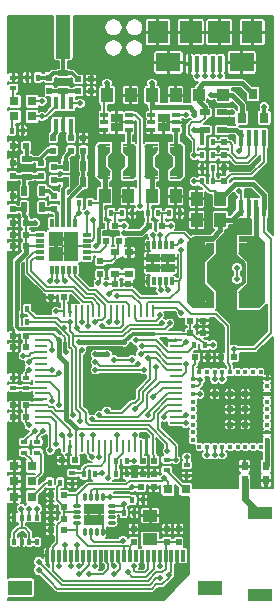
<source format=gtl>
G04 #@! TF.FileFunction,Copper,L1,Top,Signal*
%FSLAX46Y46*%
G04 Gerber Fmt 4.6, Leading zero omitted, Abs format (unit mm)*
G04 Created by KiCad (PCBNEW 4.0.6+dfsg1-1) date Wed May  2 02:34:31 2018*
%MOMM*%
%LPD*%
G01*
G04 APERTURE LIST*
%ADD10C,0.100000*%
%ADD11R,2.000000X1.000000*%
%ADD12R,0.500000X0.600000*%
%ADD13R,0.600000X0.500000*%
%ADD14R,0.800000X0.600000*%
%ADD15R,1.000000X0.250000*%
%ADD16R,0.250000X1.000000*%
%ADD17R,0.350000X0.500000*%
%ADD18R,1.250000X1.000000*%
%ADD19O,0.300000X0.750000*%
%ADD20O,0.750000X0.300000*%
%ADD21R,0.900000X0.900000*%
%ADD22R,0.600000X0.400000*%
%ADD23R,0.300000X1.000000*%
%ADD24R,2.000000X1.300000*%
%ADD25R,0.400000X0.300000*%
%ADD26R,0.300000X0.400000*%
%ADD27R,0.500000X0.500000*%
%ADD28R,0.400000X0.600000*%
%ADD29R,0.300000X0.730000*%
%ADD30R,0.730000X0.300000*%
%ADD31R,1.250000X1.250000*%
%ADD32R,1.000000X1.250000*%
%ADD33R,0.797560X0.797560*%
%ADD34R,0.450000X1.450000*%
%ADD35R,0.650000X0.350000*%
%ADD36R,1.000000X0.800000*%
%ADD37R,0.300000X0.650000*%
%ADD38R,1.240000X0.775000*%
%ADD39R,0.900000X0.500000*%
%ADD40R,2.000000X4.191000*%
%ADD41R,1.270000X3.683000*%
%ADD42R,0.762000X2.540000*%
%ADD43R,0.889000X0.254000*%
%ADD44R,0.381000X0.444500*%
%ADD45R,0.500000X0.900000*%
%ADD46R,0.800000X0.900000*%
%ADD47R,1.000000X1.000000*%
%ADD48R,1.524000X5.080000*%
%ADD49R,1.778000X0.508000*%
%ADD50R,0.762000X0.889000*%
%ADD51R,0.450000X1.000000*%
%ADD52R,0.400000X1.350000*%
%ADD53R,2.100000X1.600000*%
%ADD54R,1.900000X1.900000*%
%ADD55R,1.800000X1.900000*%
%ADD56R,0.600000X0.800000*%
%ADD57C,0.500000*%
%ADD58C,0.200000*%
%ADD59C,0.400000*%
%ADD60C,0.300000*%
%ADD61C,0.600000*%
%ADD62C,0.150000*%
G04 APERTURE END LIST*
D10*
D11*
X68750000Y-116950000D03*
X68750000Y-123950000D03*
D12*
X58050000Y-118350000D03*
X58050000Y-119450000D03*
D13*
X52150000Y-115450000D03*
X51050000Y-115450000D03*
X51050000Y-98700000D03*
X52150000Y-98700000D03*
D14*
X56450000Y-94900000D03*
X57650000Y-94900000D03*
X56450000Y-96700000D03*
X57650000Y-96700000D03*
D15*
X50200000Y-101850000D03*
X50200000Y-102350000D03*
X50200000Y-102850000D03*
X50200000Y-103350000D03*
X50200000Y-103850000D03*
X50200000Y-104350000D03*
X50200000Y-104850000D03*
X50200000Y-105350000D03*
X50200000Y-105850000D03*
X50200000Y-106350000D03*
X50200000Y-106850000D03*
X50200000Y-107350000D03*
X50200000Y-107850000D03*
X50200000Y-108350000D03*
X50200000Y-108850000D03*
X50200000Y-109350000D03*
D16*
X52150000Y-111300000D03*
X52650000Y-111300000D03*
X53150000Y-111300000D03*
X53650000Y-111300000D03*
X54150000Y-111300000D03*
X54650000Y-111300000D03*
X55150000Y-111300000D03*
X55650000Y-111300000D03*
X56150000Y-111300000D03*
X56650000Y-111300000D03*
X57150000Y-111300000D03*
X57650000Y-111300000D03*
X58150000Y-111300000D03*
X58650000Y-111300000D03*
X59150000Y-111300000D03*
X59650000Y-111300000D03*
D15*
X61600000Y-109350000D03*
X61600000Y-108850000D03*
X61600000Y-108350000D03*
X61600000Y-107850000D03*
X61600000Y-107350000D03*
X61600000Y-106850000D03*
X61600000Y-106350000D03*
X61600000Y-105850000D03*
X61600000Y-105350000D03*
X61600000Y-104850000D03*
X61600000Y-104350000D03*
X61600000Y-103850000D03*
X61600000Y-103350000D03*
X61600000Y-102850000D03*
X61600000Y-102350000D03*
X61600000Y-101850000D03*
D16*
X59650000Y-99900000D03*
X59150000Y-99900000D03*
X58650000Y-99900000D03*
X58150000Y-99900000D03*
X57650000Y-99900000D03*
X57150000Y-99900000D03*
X56650000Y-99900000D03*
X56150000Y-99900000D03*
X55650000Y-99900000D03*
X55150000Y-99900000D03*
X54650000Y-99900000D03*
X54150000Y-99900000D03*
X53650000Y-99900000D03*
X53150000Y-99900000D03*
X52650000Y-99900000D03*
X52150000Y-99900000D03*
D17*
X47925000Y-119425000D03*
X48575000Y-119425000D03*
X49225000Y-119425000D03*
X49875000Y-119425000D03*
X47925000Y-117375000D03*
X48575000Y-117375000D03*
X49225000Y-117375000D03*
X49875000Y-117375000D03*
D18*
X59450000Y-117200000D03*
X59450000Y-119200000D03*
D19*
X55450000Y-115625000D03*
X54950000Y-115625000D03*
X54450000Y-115625000D03*
X53950000Y-115625000D03*
D20*
X53225000Y-116350000D03*
X53225000Y-116850000D03*
X53225000Y-117350000D03*
X53225000Y-117850000D03*
D19*
X53950000Y-118575000D03*
X54450000Y-118575000D03*
X54950000Y-118575000D03*
X55450000Y-118575000D03*
D20*
X56175000Y-117850000D03*
X56175000Y-117350000D03*
X56175000Y-116850000D03*
X56175000Y-116350000D03*
D21*
X54250000Y-117550000D03*
X55150000Y-117550000D03*
X54250000Y-116650000D03*
X55150000Y-116650000D03*
D22*
X62550000Y-112900000D03*
X62550000Y-113800000D03*
D23*
X50750000Y-120600000D03*
X51250000Y-120600000D03*
X51750000Y-120600000D03*
X52250000Y-120600000D03*
X52750000Y-120600000D03*
X53250000Y-120600000D03*
X53750000Y-120600000D03*
X54250000Y-120600000D03*
X54750000Y-120600000D03*
X55250000Y-120600000D03*
X55750000Y-120600000D03*
X56250000Y-120600000D03*
X56750000Y-120600000D03*
X57250000Y-120600000D03*
X57750000Y-120600000D03*
X58250000Y-120600000D03*
X58750000Y-120600000D03*
X59250000Y-120600000D03*
X59750000Y-120600000D03*
X60250000Y-120600000D03*
X60750000Y-120600000D03*
X61250000Y-120600000D03*
X61750000Y-120600000D03*
X62250000Y-120600000D03*
D24*
X48450000Y-123300000D03*
X64550000Y-123300000D03*
D25*
X69350000Y-110800000D03*
X69350000Y-110150000D03*
X69350000Y-109500000D03*
X69350000Y-108850000D03*
X69350000Y-108200000D03*
X69350000Y-107550000D03*
X69350000Y-106900000D03*
X69350000Y-106250000D03*
X69350000Y-105600000D03*
D26*
X68150000Y-105050000D03*
X67500000Y-105050000D03*
X66850000Y-105050000D03*
X66200000Y-105050000D03*
X65550000Y-105050000D03*
X64900000Y-105050000D03*
X64250000Y-105050000D03*
X63600000Y-105050000D03*
D25*
X63050000Y-105600000D03*
D26*
X68800000Y-105050000D03*
D25*
X63050000Y-106250000D03*
X63050000Y-106900000D03*
X63050000Y-107550000D03*
X63050000Y-108200000D03*
X63050000Y-108850000D03*
X63050000Y-109500000D03*
X63050000Y-110150000D03*
X63050000Y-110800000D03*
D26*
X63600000Y-111350000D03*
X64250000Y-111350000D03*
X64900000Y-111350000D03*
X65550000Y-111350000D03*
X66200000Y-111350000D03*
X66850000Y-111350000D03*
X67500000Y-111350000D03*
X68150000Y-111350000D03*
X68800000Y-111350000D03*
D27*
X66200000Y-108200000D03*
X67500000Y-108200000D03*
X66200000Y-109500000D03*
X67500000Y-109500000D03*
X66200000Y-106900000D03*
X67500000Y-106900000D03*
X64900000Y-106900000D03*
D22*
X48950000Y-105500000D03*
X48950000Y-106400000D03*
X52850000Y-113600000D03*
X52850000Y-114500000D03*
D28*
X54750000Y-113700000D03*
X53850000Y-113700000D03*
D29*
X53100000Y-92435000D03*
X52600000Y-92435000D03*
X52100000Y-92435000D03*
X51600000Y-92435000D03*
X51100000Y-92435000D03*
D30*
X50135000Y-93400000D03*
X50135000Y-93900000D03*
X50135000Y-94400000D03*
X50135000Y-94900000D03*
X50135000Y-95400000D03*
D29*
X51100000Y-96365000D03*
X51600000Y-96365000D03*
X52100000Y-96365000D03*
X52600000Y-96365000D03*
X53100000Y-96365000D03*
D30*
X54065000Y-95400000D03*
X54065000Y-94900000D03*
X54065000Y-94400000D03*
X54065000Y-93900000D03*
X54065000Y-93400000D03*
D31*
X51475000Y-95025000D03*
X52725000Y-95025000D03*
X51475000Y-93775000D03*
X52725000Y-93775000D03*
D12*
X52750000Y-86300000D03*
X52750000Y-85200000D03*
D13*
X48950000Y-92400000D03*
X47850000Y-92400000D03*
X48950000Y-94400000D03*
X47850000Y-94400000D03*
X48950000Y-93400000D03*
X47850000Y-93400000D03*
X56850000Y-93950000D03*
X55750000Y-93950000D03*
D32*
X65400000Y-92150000D03*
X63400000Y-92150000D03*
D12*
X65700000Y-88900000D03*
X65700000Y-87800000D03*
D32*
X65400000Y-90350000D03*
X63400000Y-90350000D03*
X57800000Y-81600000D03*
X55800000Y-81600000D03*
D13*
X59350000Y-92650000D03*
X60450000Y-92650000D03*
D32*
X59600000Y-90150000D03*
X61600000Y-90150000D03*
D13*
X58650000Y-114800000D03*
X59750000Y-114800000D03*
X66550000Y-103800000D03*
X65450000Y-103800000D03*
X52150000Y-116450000D03*
X51050000Y-116450000D03*
X52150000Y-118450000D03*
X51050000Y-118450000D03*
D12*
X47800000Y-91250000D03*
X47800000Y-90150000D03*
X51300000Y-90150000D03*
X51300000Y-91250000D03*
X47800000Y-88450000D03*
X47800000Y-87350000D03*
X50200000Y-88450000D03*
X50200000Y-87350000D03*
D13*
X48950000Y-85900000D03*
X47850000Y-85900000D03*
D12*
X65700000Y-86700000D03*
X65700000Y-85600000D03*
D13*
X51050000Y-117450000D03*
X52150000Y-117450000D03*
D12*
X55200000Y-95650000D03*
X55200000Y-96750000D03*
X61850000Y-118350000D03*
X61850000Y-119450000D03*
X60850000Y-118350000D03*
X60850000Y-119450000D03*
D13*
X47850000Y-101950000D03*
X48950000Y-101950000D03*
X48950000Y-108850000D03*
X47850000Y-108850000D03*
X48950000Y-107850000D03*
X47850000Y-107850000D03*
X47850000Y-102950000D03*
X48950000Y-102950000D03*
X63950000Y-100700000D03*
X62850000Y-100700000D03*
D12*
X59800000Y-113650000D03*
X59800000Y-112550000D03*
D13*
X52000000Y-112500000D03*
X53100000Y-112500000D03*
X63950000Y-101700000D03*
X62850000Y-101700000D03*
D12*
X58800000Y-113650000D03*
X58800000Y-112550000D03*
D33*
X49450000Y-83400000D03*
X47951400Y-83400000D03*
X49449300Y-113000000D03*
X47950700Y-113000000D03*
X60950700Y-114950000D03*
X62449300Y-114950000D03*
D34*
X67125000Y-91150000D03*
X67775000Y-91150000D03*
X68425000Y-91150000D03*
X69075000Y-91150000D03*
X69075000Y-85250000D03*
X68425000Y-85250000D03*
X67775000Y-85250000D03*
X67125000Y-85250000D03*
D35*
X61650000Y-84550000D03*
X61650000Y-83900000D03*
X61650000Y-83250000D03*
X59550000Y-83250000D03*
X59550000Y-83900000D03*
X59550000Y-84550000D03*
D36*
X60600000Y-83500000D03*
X60600000Y-84300000D03*
D37*
X61300000Y-94250000D03*
X60800000Y-94250000D03*
X60300000Y-94250000D03*
X59800000Y-94250000D03*
X59300000Y-94250000D03*
X59300000Y-97350000D03*
X59800000Y-97350000D03*
X60300000Y-97350000D03*
X60800000Y-97350000D03*
X61300000Y-97350000D03*
D38*
X59680000Y-96187500D03*
X60920000Y-96187500D03*
X59680000Y-95412500D03*
X60920000Y-95412500D03*
D28*
X63850000Y-88900000D03*
X64750000Y-88900000D03*
X64750000Y-87800000D03*
X63850000Y-87800000D03*
D22*
X47850000Y-106400000D03*
X47850000Y-105500000D03*
D28*
X57450000Y-112550000D03*
X56550000Y-112550000D03*
X56550000Y-113650000D03*
X57450000Y-113650000D03*
X59250000Y-91600000D03*
X60150000Y-91600000D03*
X61050000Y-91600000D03*
X61950000Y-91600000D03*
X57950000Y-115850000D03*
X58850000Y-115850000D03*
X47750000Y-84600000D03*
X48650000Y-84600000D03*
D22*
X48800000Y-110950000D03*
X48800000Y-111850000D03*
D28*
X57200000Y-116950000D03*
X58100000Y-116950000D03*
X53450000Y-90750000D03*
X54350000Y-90750000D03*
D39*
X65500000Y-83050000D03*
X65500000Y-84550000D03*
D22*
X60850000Y-113350000D03*
X60850000Y-112450000D03*
D39*
X64100000Y-83050000D03*
X64100000Y-84550000D03*
D28*
X48150000Y-99700000D03*
X49050000Y-99700000D03*
X48150000Y-100800000D03*
X49050000Y-100800000D03*
X64750000Y-86700000D03*
X63850000Y-86700000D03*
X64750000Y-85600000D03*
X63850000Y-85600000D03*
X64050000Y-102750000D03*
X63150000Y-102750000D03*
D40*
X54246300Y-76895500D03*
X49953700Y-76895500D03*
D41*
X52100000Y-76641500D03*
D32*
X61600000Y-81600000D03*
X59600000Y-81600000D03*
D13*
X55350000Y-92650000D03*
X56450000Y-92650000D03*
D32*
X55600000Y-90150000D03*
X57600000Y-90150000D03*
D28*
X55250000Y-91600000D03*
X56150000Y-91600000D03*
X57050000Y-91600000D03*
X57950000Y-91600000D03*
D35*
X57650000Y-84550000D03*
X57650000Y-83900000D03*
X57650000Y-83250000D03*
X55550000Y-83250000D03*
X55550000Y-83900000D03*
X55550000Y-84550000D03*
D36*
X56600000Y-83500000D03*
X56600000Y-84300000D03*
D42*
X59330000Y-87200000D03*
X61870000Y-87200000D03*
D43*
X59647500Y-85803000D03*
X59647500Y-88597000D03*
X61552500Y-85803000D03*
X61552500Y-88597000D03*
D44*
X59901500Y-88247750D03*
X61298500Y-88247750D03*
X61298500Y-86152250D03*
X59901500Y-86152250D03*
D10*
G36*
X59203000Y-88723962D02*
X58949038Y-88470000D01*
X59203000Y-88216038D01*
X59456962Y-88470000D01*
X59203000Y-88723962D01*
X59203000Y-88723962D01*
G37*
G36*
X59203000Y-86183962D02*
X58949038Y-85930000D01*
X59203000Y-85676038D01*
X59456962Y-85930000D01*
X59203000Y-86183962D01*
X59203000Y-86183962D01*
G37*
G36*
X61997000Y-86183962D02*
X61743038Y-85930000D01*
X61997000Y-85676038D01*
X62250962Y-85930000D01*
X61997000Y-86183962D01*
X61997000Y-86183962D01*
G37*
G36*
X61997000Y-88723962D02*
X61743038Y-88470000D01*
X61997000Y-88216038D01*
X62250962Y-88470000D01*
X61997000Y-88723962D01*
X61997000Y-88723962D01*
G37*
G36*
X59711000Y-88406263D02*
X59330237Y-88025500D01*
X59711000Y-87644737D01*
X60091763Y-88025500D01*
X59711000Y-88406263D01*
X59711000Y-88406263D01*
G37*
G36*
X59711000Y-86755263D02*
X59330237Y-86374500D01*
X59711000Y-85993737D01*
X60091763Y-86374500D01*
X59711000Y-86755263D01*
X59711000Y-86755263D01*
G37*
G36*
X61489000Y-86755263D02*
X61108237Y-86374500D01*
X61489000Y-85993737D01*
X61869763Y-86374500D01*
X61489000Y-86755263D01*
X61489000Y-86755263D01*
G37*
G36*
X61489000Y-88406263D02*
X61108237Y-88025500D01*
X61489000Y-87644737D01*
X61869763Y-88025500D01*
X61489000Y-88406263D01*
X61489000Y-88406263D01*
G37*
D42*
X55330000Y-87200000D03*
X57870000Y-87200000D03*
D43*
X55647500Y-85803000D03*
X55647500Y-88597000D03*
X57552500Y-85803000D03*
X57552500Y-88597000D03*
D44*
X55901500Y-88247750D03*
X57298500Y-88247750D03*
X57298500Y-86152250D03*
X55901500Y-86152250D03*
D10*
G36*
X55203000Y-88723962D02*
X54949038Y-88470000D01*
X55203000Y-88216038D01*
X55456962Y-88470000D01*
X55203000Y-88723962D01*
X55203000Y-88723962D01*
G37*
G36*
X55203000Y-86183962D02*
X54949038Y-85930000D01*
X55203000Y-85676038D01*
X55456962Y-85930000D01*
X55203000Y-86183962D01*
X55203000Y-86183962D01*
G37*
G36*
X57997000Y-86183962D02*
X57743038Y-85930000D01*
X57997000Y-85676038D01*
X58250962Y-85930000D01*
X57997000Y-86183962D01*
X57997000Y-86183962D01*
G37*
G36*
X57997000Y-88723962D02*
X57743038Y-88470000D01*
X57997000Y-88216038D01*
X58250962Y-88470000D01*
X57997000Y-88723962D01*
X57997000Y-88723962D01*
G37*
G36*
X55711000Y-88406263D02*
X55330237Y-88025500D01*
X55711000Y-87644737D01*
X56091763Y-88025500D01*
X55711000Y-88406263D01*
X55711000Y-88406263D01*
G37*
G36*
X55711000Y-86755263D02*
X55330237Y-86374500D01*
X55711000Y-85993737D01*
X56091763Y-86374500D01*
X55711000Y-86755263D01*
X55711000Y-86755263D01*
G37*
G36*
X57489000Y-86755263D02*
X57108237Y-86374500D01*
X57489000Y-85993737D01*
X57869763Y-86374500D01*
X57489000Y-86755263D01*
X57489000Y-86755263D01*
G37*
G36*
X57489000Y-88406263D02*
X57108237Y-88025500D01*
X57489000Y-87644737D01*
X57869763Y-88025500D01*
X57489000Y-88406263D01*
X57489000Y-88406263D01*
G37*
D33*
X49449300Y-115600000D03*
X47950700Y-115600000D03*
D28*
X51850000Y-114400000D03*
X50950000Y-114400000D03*
D12*
X51300000Y-88800000D03*
X51300000Y-87700000D03*
X51250000Y-86300000D03*
X51250000Y-85200000D03*
D13*
X53350000Y-81250000D03*
X54450000Y-81250000D03*
D12*
X50900000Y-81200000D03*
X50900000Y-80100000D03*
D13*
X53350000Y-80250000D03*
X54450000Y-80250000D03*
D39*
X52100000Y-79750000D03*
X52100000Y-81250000D03*
D45*
X48800000Y-89700000D03*
X50300000Y-89700000D03*
D39*
X49000000Y-87000000D03*
X49000000Y-88500000D03*
D45*
X50300000Y-91100000D03*
X48800000Y-91100000D03*
X52300000Y-88950000D03*
X53800000Y-88950000D03*
D46*
X67200000Y-83500000D03*
X69100000Y-83500000D03*
X68150000Y-81500000D03*
D47*
X63550000Y-81600000D03*
X65650000Y-81600000D03*
D13*
X63250000Y-103800000D03*
X64350000Y-103800000D03*
D33*
X49449300Y-82100000D03*
X47950700Y-82100000D03*
D22*
X47850000Y-81000000D03*
X47850000Y-80100000D03*
D48*
X68440000Y-96600000D03*
X63360000Y-96600000D03*
D49*
X67805000Y-99394000D03*
X67805000Y-93806000D03*
X63995000Y-99394000D03*
X63995000Y-93806000D03*
D50*
X67297000Y-94504500D03*
X64503000Y-94504500D03*
X64503000Y-98695500D03*
X67297000Y-98695500D03*
D10*
G36*
X68694000Y-93552077D02*
X69201923Y-94060000D01*
X68694000Y-94567923D01*
X68186077Y-94060000D01*
X68694000Y-93552077D01*
X68694000Y-93552077D01*
G37*
G36*
X68694000Y-98632077D02*
X69201923Y-99140000D01*
X68694000Y-99647923D01*
X68186077Y-99140000D01*
X68694000Y-98632077D01*
X68694000Y-98632077D01*
G37*
G36*
X63106000Y-98632077D02*
X63613923Y-99140000D01*
X63106000Y-99647923D01*
X62598077Y-99140000D01*
X63106000Y-98632077D01*
X63106000Y-98632077D01*
G37*
G36*
X63106000Y-93552077D02*
X63613923Y-94060000D01*
X63106000Y-94567923D01*
X62598077Y-94060000D01*
X63106000Y-93552077D01*
X63106000Y-93552077D01*
G37*
G36*
X67678000Y-94187473D02*
X68439527Y-94949000D01*
X67678000Y-95710527D01*
X66916473Y-94949000D01*
X67678000Y-94187473D01*
X67678000Y-94187473D01*
G37*
G36*
X67678000Y-97489473D02*
X68439527Y-98251000D01*
X67678000Y-99012527D01*
X66916473Y-98251000D01*
X67678000Y-97489473D01*
X67678000Y-97489473D01*
G37*
G36*
X64122000Y-97489473D02*
X64883527Y-98251000D01*
X64122000Y-99012527D01*
X63360473Y-98251000D01*
X64122000Y-97489473D01*
X64122000Y-97489473D01*
G37*
G36*
X64122000Y-94187473D02*
X64883527Y-94949000D01*
X64122000Y-95710527D01*
X63360473Y-94949000D01*
X64122000Y-94187473D01*
X64122000Y-94187473D01*
G37*
D51*
X51450000Y-84100000D03*
X52100000Y-84100000D03*
X52750000Y-84100000D03*
X52750000Y-82300000D03*
X52100000Y-82300000D03*
X51450000Y-82300000D03*
D52*
X65400000Y-78950000D03*
X64750000Y-78950000D03*
X64100000Y-78950000D03*
X63450000Y-78950000D03*
X62800000Y-78950000D03*
D53*
X61000000Y-78825000D03*
X67200000Y-78825000D03*
D54*
X65300000Y-76275000D03*
X62900000Y-76275000D03*
D55*
X68100000Y-76275000D03*
X60100000Y-76275000D03*
D12*
X53800000Y-85200000D03*
X53800000Y-86300000D03*
D45*
X53800000Y-87550000D03*
X52300000Y-87550000D03*
D28*
X49950000Y-80100000D03*
X49050000Y-80100000D03*
D33*
X49449300Y-114300000D03*
X47950700Y-114300000D03*
D22*
X49900000Y-110950000D03*
X49900000Y-111850000D03*
D13*
X57550000Y-97600000D03*
X56450000Y-97600000D03*
D56*
X69250000Y-113000000D03*
X69250000Y-114200000D03*
X67450000Y-113000000D03*
X67450000Y-114200000D03*
D57*
X63900000Y-110200000D03*
X64900000Y-109200000D03*
X67200000Y-112050000D03*
X68322587Y-111948362D03*
X66200000Y-112050000D03*
X63750000Y-114700000D03*
X65250000Y-114700000D03*
X66750000Y-114700000D03*
X58050000Y-117650000D03*
X66750000Y-113000000D03*
X68550000Y-114200000D03*
X65900000Y-97300000D03*
X66500000Y-92800000D03*
X65900000Y-94500000D03*
X65900000Y-98500000D03*
X67750000Y-100450000D03*
X61850000Y-117600000D03*
X56600000Y-107700000D03*
X56100000Y-118600000D03*
X65450000Y-103000000D03*
X69350000Y-103300000D03*
X66200000Y-106200000D03*
X64900000Y-108200000D03*
X67500000Y-110700000D03*
X66200000Y-110700000D03*
X50300000Y-115950000D03*
X64700000Y-100700000D03*
X68700000Y-110700000D03*
X59750000Y-115850000D03*
X61800000Y-113500000D03*
X58000000Y-107100000D03*
X57400000Y-103400000D03*
X54300000Y-107700000D03*
X55400000Y-121500000D03*
X51050000Y-119150000D03*
X47850000Y-79450000D03*
X47800000Y-86600000D03*
X47800000Y-89400000D03*
X69500000Y-87800000D03*
X48900000Y-97400000D03*
X48900000Y-98700000D03*
X58600000Y-82600000D03*
X67500000Y-87800000D03*
X66400000Y-87800000D03*
X66800000Y-78800000D03*
X49200000Y-107050000D03*
X58800000Y-110400000D03*
X52900000Y-98950000D03*
X60800000Y-102350000D03*
X54450000Y-81950000D03*
X49050000Y-80850000D03*
X53800000Y-84450000D03*
X62800000Y-80000000D03*
X61000000Y-80000000D03*
X52000000Y-85000000D03*
X47850000Y-103650000D03*
X62100000Y-100800000D03*
X47850000Y-107150000D03*
X57050000Y-79550000D03*
X63400000Y-93150000D03*
X60399960Y-89150000D03*
X57600000Y-89150000D03*
X54450000Y-79550000D03*
X47850000Y-109550000D03*
X51200000Y-112500000D03*
X47899997Y-116600000D03*
X48575000Y-118750000D03*
X68100000Y-76275000D03*
X47850000Y-95100000D03*
X50300000Y-98700000D03*
X47850000Y-104850000D03*
X52725000Y-93775000D03*
X52725000Y-95025000D03*
X51475000Y-95025000D03*
X51475000Y-93775000D03*
X60920000Y-96187500D03*
X60920000Y-95412500D03*
X59680000Y-95412500D03*
X59680000Y-96187500D03*
X58750000Y-121500000D03*
X67000000Y-89700000D03*
X67000000Y-86350000D03*
X60300000Y-93400000D03*
X63200000Y-86700000D03*
X61200000Y-92650000D03*
X62500000Y-83250000D03*
X54800000Y-103550000D03*
X55800000Y-103550000D03*
X52300000Y-103350000D03*
X56000000Y-98400000D03*
X62100000Y-94700000D03*
X54850000Y-94400000D03*
X49700000Y-92400000D03*
X63700000Y-105700000D03*
X60650000Y-114050000D03*
X49200000Y-104200000D03*
X55050000Y-97500000D03*
X59299989Y-108699980D03*
X57200000Y-116200000D03*
X53450000Y-91600000D03*
X56650000Y-98600000D03*
X51600000Y-97300000D03*
X56650000Y-100800000D03*
X57900000Y-104000000D03*
X56400000Y-104000000D03*
X56000000Y-100800000D03*
X52250000Y-97300000D03*
X54800000Y-100800000D03*
X51150000Y-104850000D03*
X54800000Y-104850000D03*
X58950000Y-104850000D03*
X60650000Y-108850000D03*
X58100000Y-121500000D03*
X53250000Y-119700000D03*
X52650000Y-110400000D03*
X51500000Y-111150000D03*
X52250000Y-119700000D03*
X51750000Y-121500000D03*
X51000000Y-111650000D03*
X52750000Y-121500000D03*
X52000000Y-110400000D03*
X53400000Y-121500000D03*
X53650000Y-110400000D03*
X54750000Y-121500000D03*
X54500000Y-112200000D03*
X54250000Y-122150000D03*
X54650000Y-110400000D03*
X56400000Y-122150000D03*
X55150000Y-112200000D03*
X57600000Y-122000000D03*
X56650000Y-110400000D03*
X54550000Y-109050000D03*
X53450000Y-122150000D03*
X55150000Y-108700000D03*
X56400000Y-121500000D03*
X58650000Y-103500000D03*
X63450000Y-80000000D03*
X58750000Y-102850000D03*
X64750000Y-80000000D03*
X58250000Y-102350000D03*
X64100000Y-80000000D03*
X62500000Y-102500000D03*
X66800000Y-96200000D03*
X66800000Y-97200000D03*
X62100000Y-100050000D03*
X55900000Y-114050000D03*
X56050000Y-115600000D03*
X53500000Y-109200000D03*
X61100000Y-100900000D03*
X50000000Y-121100000D03*
X60250000Y-122500000D03*
X64250000Y-112050000D03*
X53650000Y-100800000D03*
X52650000Y-100800000D03*
X61000000Y-98100000D03*
X49900000Y-116600000D03*
X60250000Y-121500000D03*
X52950000Y-108700000D03*
X49996446Y-121803554D03*
X64900000Y-112050000D03*
X52150000Y-101300000D03*
X53250000Y-101350000D03*
X60450000Y-100900000D03*
X60350000Y-98100000D03*
X49200000Y-116600000D03*
X61050000Y-122200000D03*
X62550000Y-112250000D03*
X60900000Y-111700000D03*
X53650000Y-103150000D03*
X54200000Y-101150000D03*
X64900000Y-105650000D03*
X62450000Y-109350000D03*
X65550000Y-105650000D03*
X62450000Y-108700000D03*
X58450000Y-104350000D03*
X54800000Y-104200000D03*
X49200000Y-104850000D03*
X62100000Y-93900000D03*
X66350000Y-83050000D03*
X69100000Y-82600000D03*
X58600000Y-91000000D03*
X57250000Y-92650000D03*
X55400000Y-101150000D03*
X50950000Y-97300000D03*
X50300000Y-82100000D03*
X53500000Y-82300000D03*
X54600000Y-92150000D03*
X50300000Y-83400000D03*
X54100000Y-91600000D03*
X55800000Y-108350000D03*
X59250000Y-103850000D03*
X55400000Y-113550000D03*
X64600000Y-81600000D03*
X65400000Y-80000000D03*
X51750000Y-107800000D03*
X50403554Y-110003554D03*
X61600000Y-112450000D03*
X65550000Y-112050000D03*
X51150000Y-107500000D03*
X49700000Y-110000000D03*
X59700000Y-107150000D03*
X51750000Y-105100000D03*
X64750000Y-102750000D03*
X63650000Y-106900000D03*
X53450000Y-102500000D03*
X51700000Y-102300000D03*
X51500000Y-99900000D03*
X57250000Y-102500000D03*
X49200000Y-109550000D03*
X48550000Y-116600000D03*
X57250000Y-93300000D03*
X62500000Y-104350000D03*
X51100000Y-103200000D03*
X55700000Y-97600000D03*
X48700000Y-103650000D03*
X59950000Y-104600000D03*
X58150000Y-108150000D03*
X58150000Y-110400000D03*
X60250000Y-100200000D03*
X57150000Y-119300000D03*
X57900000Y-114800000D03*
X63200000Y-83250000D03*
X59600000Y-80600000D03*
X55800000Y-80600000D03*
X66550000Y-103100000D03*
X58100000Y-112550000D03*
X63200000Y-84550000D03*
X63200000Y-88900000D03*
X59650000Y-93400000D03*
D58*
X61800000Y-113800000D02*
X61800000Y-113500000D01*
X66200000Y-110200000D02*
X66200000Y-110700000D01*
X66750000Y-113000000D02*
X66750000Y-114700000D01*
X61850000Y-117600000D02*
X61850000Y-118350000D01*
X58050000Y-118350000D02*
X58050000Y-117650000D01*
X67450000Y-113000000D02*
X66750000Y-113000000D01*
X69250000Y-114200000D02*
X68550000Y-114200000D01*
X65900000Y-97300000D02*
X65900000Y-94500000D01*
X65900000Y-98500000D02*
X65900000Y-97300000D01*
X65900000Y-94500000D02*
X65900000Y-93400000D01*
X65900000Y-93400000D02*
X66500000Y-92800000D01*
X66750000Y-100450000D02*
X65900000Y-99600000D01*
X65900000Y-99600000D02*
X65900000Y-98500000D01*
X67750000Y-100450000D02*
X66750000Y-100450000D01*
X58000000Y-107100000D02*
X57200000Y-107100000D01*
X57200000Y-107100000D02*
X56600000Y-107700000D01*
X54300000Y-107700000D02*
X56600000Y-107700000D01*
X55450000Y-118575000D02*
X56075000Y-118575000D01*
X56075000Y-118575000D02*
X56100000Y-118600000D01*
X55450000Y-118575000D02*
X55450000Y-117850000D01*
X55450000Y-117850000D02*
X55150000Y-117550000D01*
X69350000Y-105600000D02*
X69350000Y-103300000D01*
X66200000Y-106900000D02*
X66200000Y-106200000D01*
X66200000Y-108200000D02*
X64900000Y-108200000D01*
X67500000Y-109500000D02*
X67500000Y-110700000D01*
X66200000Y-109500000D02*
X66200000Y-110200000D01*
X50300000Y-115450000D02*
X51050000Y-115450000D01*
X50300000Y-115950000D02*
X50300000Y-115450000D01*
X65450000Y-103000000D02*
X65450000Y-103800000D01*
X63950000Y-100700000D02*
X64700000Y-100700000D01*
X68700000Y-110150000D02*
X69350000Y-110150000D01*
X68700000Y-110700000D02*
X68700000Y-110150000D01*
X58850000Y-115850000D02*
X59750000Y-115850000D01*
X62550000Y-113800000D02*
X61800000Y-113800000D01*
X55250000Y-120600000D02*
X55250000Y-121350000D01*
X55250000Y-121350000D02*
X55400000Y-121500000D01*
X51050000Y-118450000D02*
X51050000Y-119150000D01*
X54450000Y-81250000D02*
X54450000Y-81950000D01*
X54450000Y-80250000D02*
X54450000Y-79550000D01*
X49050000Y-80100000D02*
X49050000Y-80850000D01*
X47850000Y-80100000D02*
X47850000Y-79450000D01*
X52100000Y-84100000D02*
X52100000Y-84900000D01*
X52100000Y-84900000D02*
X52000000Y-85000000D01*
X50200000Y-107350000D02*
X49500000Y-107350000D01*
X49500000Y-107350000D02*
X49200000Y-107050000D01*
X47800000Y-87350000D02*
X47800000Y-86600000D01*
X47800000Y-90150000D02*
X47800000Y-89400000D01*
X52650000Y-99900000D02*
X52650000Y-99200000D01*
X52650000Y-99200000D02*
X52900000Y-98950000D01*
X48900000Y-98700000D02*
X48900000Y-97400000D01*
X50300000Y-98700000D02*
X48900000Y-98700000D01*
X50300000Y-98700000D02*
X51050000Y-98700000D01*
X57800000Y-82600000D02*
X58600000Y-82600000D01*
X57800000Y-81600000D02*
X57800000Y-82600000D01*
X66400000Y-87800000D02*
X67500000Y-87800000D01*
X65700000Y-87800000D02*
X66400000Y-87800000D01*
X66800000Y-78800000D02*
X67175000Y-78800000D01*
X67175000Y-78800000D02*
X67200000Y-78825000D01*
X61600000Y-102350000D02*
X60800000Y-102350000D01*
X59150000Y-110400000D02*
X58800000Y-110400000D01*
X59150000Y-110650000D02*
X59150000Y-110400000D01*
X59150000Y-110724998D02*
X59150000Y-110650000D01*
X59150000Y-111300000D02*
X59150000Y-110724998D01*
X47850000Y-102950000D02*
X47850000Y-103650000D01*
X53800000Y-85200000D02*
X53800000Y-84450000D01*
X62800000Y-78950000D02*
X62800000Y-80000000D01*
X61000000Y-78825000D02*
X61000000Y-80000000D01*
X48575000Y-119425000D02*
X48575000Y-118750000D01*
X61650000Y-83900000D02*
X61000000Y-83900000D01*
X61000000Y-83900000D02*
X60600000Y-84300000D01*
X57650000Y-83900000D02*
X57000000Y-83900000D01*
X57000000Y-83900000D02*
X56600000Y-84300000D01*
X47850000Y-107850000D02*
X47850000Y-107150000D01*
X54450000Y-79550000D02*
X57050000Y-79550000D01*
X63400000Y-92150000D02*
X63400000Y-93150000D01*
X57600000Y-90150000D02*
X57600000Y-89150000D01*
X47850000Y-108850000D02*
X47850000Y-109550000D01*
X47850000Y-104850000D02*
X47850000Y-105500000D01*
X58750000Y-121500000D02*
X58750000Y-120600000D01*
X51950000Y-112500000D02*
X51200000Y-112500000D01*
X47925000Y-117375000D02*
X47925000Y-116625003D01*
X47925000Y-116625003D02*
X47899997Y-116600000D01*
X59300000Y-94250000D02*
X59300000Y-95032500D01*
X59300000Y-95032500D02*
X59680000Y-95412500D01*
X47850000Y-94400000D02*
X47850000Y-95100000D01*
X54065000Y-94400000D02*
X52100000Y-94400000D01*
X52100000Y-94400000D02*
X51475000Y-93775000D01*
X67125000Y-91150000D02*
X67125000Y-89825000D01*
X67125000Y-89825000D02*
X67000000Y-89700000D01*
X67125000Y-85250000D02*
X67125000Y-86225000D01*
X67125000Y-86225000D02*
X67000000Y-86350000D01*
X63106000Y-94060000D02*
X62346000Y-93300000D01*
X61100000Y-93300000D02*
X60800000Y-93600000D01*
X62346000Y-93300000D02*
X61100000Y-93300000D01*
X60800000Y-93600000D02*
X60800000Y-94250000D01*
X67100000Y-91125000D02*
X67125000Y-91150000D01*
D59*
X65400000Y-93050000D02*
X64644000Y-93806000D01*
D58*
X64644000Y-93806000D02*
X63995000Y-93806000D01*
D59*
X65400000Y-92150000D02*
X65400000Y-93050000D01*
X66350000Y-84550000D02*
X65500000Y-84550000D01*
X66750000Y-84550000D02*
X66350000Y-84550000D01*
X66750000Y-84550000D02*
X67125000Y-84925000D01*
D58*
X67125000Y-84925000D02*
X67125000Y-85250000D01*
D59*
X66350000Y-92150000D02*
X67125000Y-91375000D01*
D58*
X67125000Y-91375000D02*
X67125000Y-91150000D01*
D59*
X65400000Y-92150000D02*
X66350000Y-92150000D01*
D58*
X69075000Y-85250000D02*
X69075000Y-86300000D01*
X68000000Y-88300000D02*
X69075000Y-87225000D01*
X69075000Y-87225000D02*
X69075000Y-86300000D01*
X66300000Y-88300000D02*
X65700000Y-88900000D01*
X66300000Y-88300000D02*
X68000000Y-88300000D01*
X64750000Y-87800000D02*
X64750000Y-88900000D01*
X64750000Y-88900000D02*
X65700000Y-88900000D01*
D59*
X64100000Y-82600000D02*
X63550000Y-82050000D01*
X63550000Y-82050000D02*
X63550000Y-81600000D01*
X64100000Y-83050000D02*
X64100000Y-82600000D01*
X68150000Y-81500000D02*
X67250000Y-80600000D01*
X67250000Y-80600000D02*
X63950000Y-80600000D01*
X63950000Y-80600000D02*
X63550000Y-81000000D01*
X63550000Y-81000000D02*
X63550000Y-81600000D01*
D58*
X60300000Y-94250000D02*
X60300000Y-93400000D01*
X63200000Y-86700000D02*
X63200000Y-85400000D01*
X63200000Y-85400000D02*
X62699999Y-84899999D01*
X62699999Y-84899999D02*
X62699999Y-84200001D01*
X62699999Y-84200001D02*
X63000000Y-83900000D01*
X63000000Y-83900000D02*
X63700000Y-83900000D01*
X63700000Y-83900000D02*
X64100000Y-83500000D01*
X64100000Y-83500000D02*
X64100000Y-83050000D01*
X63200000Y-86700000D02*
X63850000Y-86700000D01*
X58050000Y-119500000D02*
X57750000Y-119800000D01*
X57750000Y-119800000D02*
X57750000Y-119900000D01*
X58050000Y-119450000D02*
X58050000Y-119500000D01*
X53225000Y-118425000D02*
X53225000Y-118875000D01*
X53225000Y-118875000D02*
X54150000Y-119800000D01*
X53225000Y-118425000D02*
X53200000Y-118450000D01*
X53200000Y-118450000D02*
X52150000Y-118450000D01*
X53225000Y-117850000D02*
X53225000Y-118425000D01*
X57650000Y-119800000D02*
X57250000Y-119800000D01*
X57250000Y-119800000D02*
X54150000Y-119800000D01*
X57250000Y-120600000D02*
X57250000Y-119800000D01*
X57750000Y-120600000D02*
X57750000Y-119900000D01*
X57750000Y-119900000D02*
X57650000Y-119800000D01*
X60450000Y-92650000D02*
X61200000Y-92650000D01*
X61650000Y-83250000D02*
X62500000Y-83250000D01*
X60150000Y-91600000D02*
X60450000Y-91600000D01*
X60450000Y-91600000D02*
X61050000Y-91600000D01*
X60450000Y-92650000D02*
X60450000Y-91600000D01*
D60*
X47800000Y-91250000D02*
X48650000Y-91250000D01*
X48650000Y-91250000D02*
X48800000Y-91100000D01*
X48800000Y-91100000D02*
X48800000Y-91800000D01*
X48950000Y-92400000D02*
X48950000Y-91950000D01*
X48800000Y-91800000D02*
X48950000Y-91950000D01*
X48150000Y-100800000D02*
X48150000Y-101200000D01*
X48150000Y-101200000D02*
X48350000Y-101400000D01*
X48350000Y-101400000D02*
X51439288Y-101400000D01*
X51439288Y-101400000D02*
X51774643Y-101735355D01*
D58*
X56000000Y-98400000D02*
X56300001Y-98099999D01*
X56300001Y-98099999D02*
X57943573Y-98099999D01*
X57943573Y-98099999D02*
X58593574Y-98750000D01*
X61850000Y-97850000D02*
X61850000Y-97350000D01*
X58593574Y-98750000D02*
X61150000Y-98750000D01*
X61150000Y-98750000D02*
X61850000Y-98050000D01*
X61850000Y-98050000D02*
X61850000Y-97850000D01*
D59*
X48150000Y-99700000D02*
X48150000Y-95718602D01*
X48150000Y-95718602D02*
X48950000Y-94918602D01*
X48950000Y-94918602D02*
X48950000Y-94400000D01*
X54800000Y-103550000D02*
X55800000Y-103550000D01*
X49700000Y-92400000D02*
X48950000Y-92400000D01*
D58*
X52200000Y-102600000D02*
X52200001Y-102090003D01*
X52200001Y-102090003D02*
X51845353Y-101735355D01*
X51845353Y-101735355D02*
X51774643Y-101735355D01*
D60*
X52200000Y-102600000D02*
X52200000Y-103250000D01*
X52200000Y-103250000D02*
X52300000Y-103350000D01*
X55100000Y-94150000D02*
X55100000Y-92900000D01*
X55100000Y-92900000D02*
X55350000Y-92650000D01*
D58*
X54350000Y-90750000D02*
X55200000Y-90750000D01*
X55200000Y-90750000D02*
X55250000Y-90800000D01*
X62100000Y-94700000D02*
X62100000Y-97100000D01*
X61300000Y-97350000D02*
X61850000Y-97350000D01*
X61850000Y-97350000D02*
X62100000Y-97100000D01*
D60*
X48150000Y-100800000D02*
X48150000Y-99700000D01*
X54850000Y-94400000D02*
X55100000Y-94150000D01*
X55250000Y-91600000D02*
X55250000Y-90800000D01*
D58*
X55250000Y-90800000D02*
X55250000Y-90500000D01*
X48950000Y-93400000D02*
X48950000Y-92400000D01*
X48950000Y-93400000D02*
X50135000Y-93400000D01*
X48950000Y-94400000D02*
X48950000Y-93400000D01*
X50135000Y-94400000D02*
X48950000Y-94400000D01*
D60*
X55250000Y-91600000D02*
X55250000Y-92550000D01*
D58*
X55250000Y-92550000D02*
X55350000Y-92650000D01*
X55250000Y-90500000D02*
X55600000Y-90150000D01*
D59*
X55600000Y-90150000D02*
X55600000Y-88136500D01*
D58*
X55600000Y-88136500D02*
X55711000Y-88025500D01*
X60850000Y-119450000D02*
X59700000Y-119450000D01*
X59700000Y-119450000D02*
X59450000Y-119200000D01*
X60850000Y-119450000D02*
X61850000Y-119450000D01*
X60750000Y-120600000D02*
X60750000Y-119550000D01*
X60750000Y-119550000D02*
X60850000Y-119450000D01*
X51850000Y-114400000D02*
X51850000Y-114500000D01*
X51850000Y-114500000D02*
X51600000Y-114750000D01*
X52150000Y-116450000D02*
X51600000Y-115900000D01*
X51600000Y-115900000D02*
X51600000Y-114750000D01*
X59750000Y-119500000D02*
X59450000Y-119200000D01*
X52150000Y-117450000D02*
X52150000Y-116850000D01*
X52150000Y-116850000D02*
X52150000Y-116450000D01*
X53225000Y-116850000D02*
X52150000Y-116850000D01*
X51600000Y-118450000D02*
X51600000Y-119500000D01*
X51600000Y-118250000D02*
X51600000Y-118450000D01*
X51600000Y-118450000D02*
X51600000Y-118000000D01*
X51600000Y-118000000D02*
X52150000Y-117450000D01*
X60750000Y-120600000D02*
X60750000Y-121740002D01*
X59979977Y-122000001D02*
X59279958Y-122700020D01*
X60750000Y-121740002D02*
X60490001Y-122000001D01*
X52095008Y-122700020D02*
X51250000Y-121855012D01*
X60490001Y-122000001D02*
X59979977Y-122000001D01*
X59279958Y-122700020D02*
X52095008Y-122700020D01*
X51250000Y-121855012D02*
X51250000Y-121450000D01*
X51250000Y-121450000D02*
X51250000Y-120600000D01*
X51600000Y-119500000D02*
X51250000Y-119850000D01*
X51250000Y-119850000D02*
X51250000Y-120600000D01*
X56150000Y-95650000D02*
X56450000Y-95350000D01*
X56450000Y-95350000D02*
X56450000Y-94900000D01*
X55200000Y-95650000D02*
X56150000Y-95650000D01*
X56450000Y-94900000D02*
X56700000Y-94900000D01*
X56700000Y-94900000D02*
X56700000Y-94100000D01*
X56700000Y-94100000D02*
X56850000Y-93950000D01*
X54065000Y-94900000D02*
X55200000Y-94900000D01*
X55200000Y-94900000D02*
X55750000Y-94350000D01*
X55750000Y-94350000D02*
X55750000Y-93950000D01*
D60*
X50300000Y-89700000D02*
X50850000Y-89700000D01*
X50850000Y-89700000D02*
X51300000Y-90150000D01*
X51300000Y-91250000D02*
X50450000Y-91250000D01*
X50450000Y-91250000D02*
X50300000Y-91100000D01*
D58*
X51300000Y-91250000D02*
X51300000Y-91300000D01*
D60*
X51300000Y-91300000D02*
X51600000Y-91600000D01*
X51600000Y-92435000D02*
X51600000Y-91600000D01*
D58*
X63050000Y-105600000D02*
X63050000Y-104550000D01*
X63250000Y-103800000D02*
X63250000Y-104350000D01*
X63250000Y-104350000D02*
X63050000Y-104550000D01*
X57709998Y-114250000D02*
X60450000Y-114250000D01*
X60450000Y-114250000D02*
X60650000Y-114050000D01*
X60950700Y-114950000D02*
X60950700Y-114350700D01*
X60950700Y-114350700D02*
X60650000Y-114050000D01*
X60650000Y-114649300D02*
X60950700Y-114950000D01*
X53225000Y-115475000D02*
X54150000Y-114550000D01*
X54150000Y-114550000D02*
X57409998Y-114550000D01*
X57409998Y-114550000D02*
X57709998Y-114250000D01*
X63050000Y-105600000D02*
X63600000Y-105600000D01*
X63600000Y-105600000D02*
X63700000Y-105700000D01*
X63500000Y-106250000D02*
X63050000Y-106250000D01*
X63700000Y-106050000D02*
X63500000Y-106250000D01*
X63700000Y-105700000D02*
X63700000Y-106050000D01*
X53225000Y-115475000D02*
X53200000Y-115450000D01*
X53200000Y-115450000D02*
X52150000Y-115450000D01*
X53225000Y-116350000D02*
X53225000Y-115475000D01*
D60*
X49000000Y-88500000D02*
X47850000Y-88500000D01*
X47850000Y-88500000D02*
X47800000Y-88450000D01*
X49000000Y-88500000D02*
X50150000Y-88500000D01*
X50150000Y-88500000D02*
X50200000Y-88450000D01*
X48800000Y-89700000D02*
X48800000Y-88700000D01*
X48800000Y-88700000D02*
X49000000Y-88500000D01*
X50800000Y-86300000D02*
X51250000Y-86300000D01*
X49000000Y-87000000D02*
X49000000Y-85950000D01*
X49000000Y-85950000D02*
X48950000Y-85900000D01*
X50800000Y-86300000D02*
X50300000Y-86800000D01*
X50300000Y-86800000D02*
X50100000Y-87000000D01*
X50200000Y-87350000D02*
X50200000Y-86900000D01*
X50200000Y-86900000D02*
X50300000Y-86800000D01*
X50100000Y-87000000D02*
X49000000Y-87000000D01*
D58*
X65700000Y-86700000D02*
X66117904Y-86700000D01*
X66117904Y-86700000D02*
X66717904Y-87300000D01*
X66717904Y-87300000D02*
X67750000Y-87300000D01*
X67750000Y-87300000D02*
X68425000Y-86625000D01*
X68425000Y-86625000D02*
X68425000Y-85250000D01*
X64750000Y-86700000D02*
X65700000Y-86700000D01*
X67775000Y-85250000D02*
X67775000Y-86675000D01*
X66200000Y-85600000D02*
X65700000Y-85600000D01*
X67775000Y-86675000D02*
X67550000Y-86900000D01*
X67550000Y-86900000D02*
X66811478Y-86900000D01*
X66400000Y-86488522D02*
X66400000Y-85800000D01*
X66811478Y-86900000D02*
X66400000Y-86488522D01*
X66400000Y-85800000D02*
X66200000Y-85600000D01*
X65700000Y-85600000D02*
X64750000Y-85600000D01*
X50200000Y-103850000D02*
X49550000Y-103850000D01*
X49550000Y-103850000D02*
X49200000Y-104200000D01*
X55200000Y-96750000D02*
X55200000Y-97350000D01*
X55200000Y-97350000D02*
X55050000Y-97500000D01*
X58650000Y-111300000D02*
X58650000Y-112550000D01*
X47750000Y-84600000D02*
X47750000Y-83601400D01*
X47750000Y-83601400D02*
X47951400Y-83400000D01*
D59*
X68425000Y-91150000D02*
X68425000Y-96585000D01*
D58*
X68425000Y-96585000D02*
X68440000Y-96600000D01*
D60*
X61650000Y-84550000D02*
X61650000Y-86213500D01*
D58*
X61650000Y-86213500D02*
X61489000Y-86374500D01*
X56175000Y-116850000D02*
X57100000Y-116850000D01*
X57100000Y-116850000D02*
X57200000Y-116950000D01*
X59360011Y-108410011D02*
X59360011Y-108639958D01*
X59360011Y-108639958D02*
X59299989Y-108699980D01*
X60770030Y-106999992D02*
X59360011Y-108410011D01*
X61600000Y-106850000D02*
X60920022Y-106850000D01*
X60920022Y-106850000D02*
X60770030Y-106999992D01*
X56175000Y-116350000D02*
X57050000Y-116350000D01*
X57050000Y-116350000D02*
X57200000Y-116200000D01*
X57200000Y-116950000D02*
X57200000Y-116200000D01*
X53450000Y-90750000D02*
X53450000Y-91600000D01*
X53100000Y-92435000D02*
X53100000Y-91950000D01*
X53100000Y-91950000D02*
X53450000Y-91600000D01*
X56650000Y-98600000D02*
X57950000Y-98600000D01*
X57950000Y-98600000D02*
X58650000Y-99300000D01*
X58650000Y-99300000D02*
X58650000Y-99900000D01*
X53800026Y-99100000D02*
X54425002Y-99100000D01*
X50135000Y-94900000D02*
X49605012Y-94900000D01*
X49049990Y-96634980D02*
X50565019Y-98150009D01*
X54425002Y-99100000D02*
X54650000Y-99324998D01*
X49605012Y-94900000D02*
X49049990Y-95455022D01*
X54650000Y-99324998D02*
X54650000Y-99900000D01*
X49049990Y-95455022D02*
X49049990Y-96634980D01*
X52850035Y-98150009D02*
X53800026Y-99100000D01*
X50565019Y-98150009D02*
X52850035Y-98150009D01*
X54569980Y-98749990D02*
X53945004Y-98749990D01*
X49600000Y-95400000D02*
X50135000Y-95400000D01*
X49400000Y-95600000D02*
X49600000Y-95400000D01*
X52995014Y-97800000D02*
X50709999Y-97800001D01*
X49400000Y-96490002D02*
X49400000Y-95600000D01*
X50709999Y-97800001D02*
X49400000Y-96490002D01*
X55150000Y-99900000D02*
X55150000Y-99330010D01*
X55150000Y-99330010D02*
X54569980Y-98749990D01*
X53945004Y-98749990D02*
X52995014Y-97800000D01*
X56650000Y-99900000D02*
X56650000Y-100800000D01*
X51600000Y-96365000D02*
X51600000Y-97300000D01*
X56400000Y-104000000D02*
X57900000Y-104000000D01*
X56150000Y-99900000D02*
X56150000Y-100650000D01*
X56150000Y-100650000D02*
X56000000Y-100800000D01*
X52100000Y-96365000D02*
X52100000Y-97150000D01*
X52100000Y-97150000D02*
X52250000Y-97300000D01*
X54714958Y-98399980D02*
X54089982Y-98399980D01*
X52600000Y-96909998D02*
X52600000Y-96365000D01*
X55650000Y-99335022D02*
X54714958Y-98399980D01*
X55650000Y-99900000D02*
X55650000Y-99335022D01*
X54089982Y-98399980D02*
X52600000Y-96909998D01*
X54800000Y-100800000D02*
X54950999Y-100649001D01*
X54950999Y-100649001D02*
X55412477Y-100649001D01*
X55412477Y-100649001D02*
X55650000Y-100411478D01*
X55650000Y-100411478D02*
X55650000Y-99900000D01*
X53100000Y-96365000D02*
X53100000Y-96915010D01*
X57650000Y-99324998D02*
X57650000Y-99900000D01*
X53100000Y-96915010D02*
X54234960Y-98049970D01*
X55909966Y-99100000D02*
X57425002Y-99100000D01*
X54234960Y-98049970D02*
X54859936Y-98049970D01*
X54859936Y-98049970D02*
X55909966Y-99100000D01*
X57425002Y-99100000D02*
X57650000Y-99324998D01*
X66200000Y-105050000D02*
X66200000Y-104500000D01*
X64999999Y-100099999D02*
X62890001Y-100099999D01*
X66200000Y-104500000D02*
X66000000Y-104300000D01*
X66000000Y-104300000D02*
X66000000Y-101100000D01*
X66000000Y-101100000D02*
X64999999Y-100099999D01*
X59150000Y-99250000D02*
X59150000Y-99900000D01*
X62890001Y-100099999D02*
X61890002Y-99100000D01*
X61890002Y-99100000D02*
X59300000Y-99100000D01*
X59300000Y-99100000D02*
X59150000Y-99250000D01*
X50200000Y-104850000D02*
X51150000Y-104850000D01*
X54800000Y-104850000D02*
X58950000Y-104850000D01*
X60950000Y-108350000D02*
X61600000Y-108350000D01*
X60650000Y-108850000D02*
X60650000Y-108650000D01*
X60650000Y-108650000D02*
X60950000Y-108350000D01*
X58100000Y-121500000D02*
X58100000Y-121844987D01*
X58100000Y-121844987D02*
X58255013Y-122000000D01*
X59250000Y-121740002D02*
X59250000Y-121450000D01*
X58255013Y-122000000D02*
X58990002Y-122000000D01*
X58990002Y-122000000D02*
X59250000Y-121740002D01*
X59250000Y-121450000D02*
X59250000Y-120600000D01*
X56550000Y-113650000D02*
X56550000Y-112550000D01*
X57150000Y-111850000D02*
X56550000Y-112450000D01*
X56550000Y-112450000D02*
X56550000Y-112550000D01*
X57150000Y-111300000D02*
X57150000Y-111850000D01*
X52650000Y-110400000D02*
X52650000Y-109936410D01*
X52650000Y-109936410D02*
X51063590Y-108350000D01*
X51063590Y-108350000D02*
X50200000Y-108350000D01*
X53250000Y-120600000D02*
X53250000Y-119700000D01*
X51500000Y-111150000D02*
X51499999Y-111149999D01*
X51499999Y-111149999D02*
X51499999Y-109281397D01*
X51499999Y-109281397D02*
X51068602Y-108850000D01*
X51068602Y-108850000D02*
X50200000Y-108850000D01*
X52250000Y-119700000D02*
X52250000Y-120600000D01*
X51000000Y-111650000D02*
X51000000Y-109550000D01*
X51000000Y-109550000D02*
X50800000Y-109350000D01*
X50800000Y-109350000D02*
X50200000Y-109350000D01*
X51750000Y-120600000D02*
X51750000Y-121500000D01*
X52150000Y-111300000D02*
X52150000Y-110550000D01*
X52150000Y-110550000D02*
X52000000Y-110400000D01*
X52750000Y-120600000D02*
X52750000Y-121500000D01*
X53750000Y-121250000D02*
X53500000Y-121500000D01*
X53500000Y-121500000D02*
X53400000Y-121500000D01*
X53750000Y-120600000D02*
X53750000Y-121250000D01*
X53650000Y-110400000D02*
X53650000Y-111300000D01*
X54750000Y-121150000D02*
X54750000Y-121500000D01*
X54750000Y-120600000D02*
X54750000Y-121150000D01*
X54150000Y-111300000D02*
X54150000Y-111850000D01*
X54150000Y-111850000D02*
X54500000Y-112200000D01*
X55750000Y-120600000D02*
X55750000Y-121109998D01*
X55750000Y-121109998D02*
X55900001Y-121259999D01*
X55900001Y-121259999D02*
X55900001Y-121740001D01*
X55900001Y-121740001D02*
X55490002Y-122150000D01*
X55490002Y-122150000D02*
X54250000Y-122150000D01*
X54650000Y-110400000D02*
X54650000Y-111300000D01*
X56750000Y-120600000D02*
X56750000Y-121109998D01*
X56750000Y-121109998D02*
X56900001Y-121259999D01*
X56900001Y-121259999D02*
X56900001Y-121740001D01*
X56900001Y-121740001D02*
X56490002Y-122150000D01*
X56490002Y-122150000D02*
X56400000Y-122150000D01*
X55150000Y-111300000D02*
X55150000Y-112200000D01*
X54100000Y-113000000D02*
X55250000Y-113000000D01*
X55250000Y-113000000D02*
X55650000Y-112600000D01*
X53850000Y-113250000D02*
X54100000Y-113000000D01*
X53850000Y-113700000D02*
X53850000Y-113250000D01*
X52850000Y-113600000D02*
X53750000Y-113600000D01*
X53750000Y-113600000D02*
X53850000Y-113700000D01*
X55650000Y-112600000D02*
X55650000Y-111300000D01*
X57600000Y-122000000D02*
X57950010Y-122350010D01*
X57950010Y-122350010D02*
X59134980Y-122350010D01*
X59134980Y-122350010D02*
X59750000Y-121734990D01*
X59750000Y-121734990D02*
X59750000Y-120600000D01*
X56650000Y-111300000D02*
X56650000Y-110400000D01*
X50200000Y-106350000D02*
X49000000Y-106350000D01*
X49000000Y-106350000D02*
X48950000Y-106400000D01*
X47850000Y-106400000D02*
X48950000Y-106400000D01*
X54250000Y-120600000D02*
X54250000Y-121388522D01*
X54250000Y-121388522D02*
X53488522Y-122150000D01*
X53488522Y-122150000D02*
X53450000Y-122150000D01*
X61600000Y-107350000D02*
X60915010Y-107350000D01*
X60915010Y-107350000D02*
X59799989Y-108465021D01*
X59799989Y-108465021D02*
X59799989Y-108950011D01*
X59799989Y-108950011D02*
X59550020Y-109199980D01*
X59550020Y-109199980D02*
X54699980Y-109199980D01*
X54699980Y-109199980D02*
X54550000Y-109050000D01*
X53450000Y-122150000D02*
X53490002Y-122150000D01*
X59200021Y-106899979D02*
X59200021Y-108059946D01*
X60250000Y-105850000D02*
X59200021Y-106899979D01*
X61600000Y-105850000D02*
X60250000Y-105850000D01*
X59200021Y-108059946D02*
X58409997Y-108849970D01*
X58409997Y-108849970D02*
X55299970Y-108849970D01*
X55299970Y-108849970D02*
X55150000Y-108700000D01*
X56250000Y-120600000D02*
X56250009Y-120600009D01*
X56250009Y-120600009D02*
X56250009Y-121350009D01*
X56250009Y-121350009D02*
X56400000Y-121500000D01*
X61600000Y-104350000D02*
X60910024Y-104350000D01*
X60910024Y-104350000D02*
X59910024Y-103350000D01*
X59910024Y-103350000D02*
X58800000Y-103350000D01*
X58800000Y-103350000D02*
X58650000Y-103500000D01*
X63450000Y-78950000D02*
X63450000Y-80000000D01*
X58750000Y-102850000D02*
X59905012Y-102850000D01*
X59905012Y-102850000D02*
X60905012Y-103850000D01*
X60905012Y-103850000D02*
X61600000Y-103850000D01*
X64750000Y-78950000D02*
X64750000Y-80000000D01*
X62650000Y-103350000D02*
X63150000Y-102850000D01*
X63150000Y-102850000D02*
X63150000Y-102750000D01*
X61600000Y-103350000D02*
X62650000Y-103350000D01*
X58250000Y-102350000D02*
X59959972Y-102350000D01*
X59959972Y-102350000D02*
X60959972Y-103350000D01*
X60959972Y-103350000D02*
X61600000Y-103350000D01*
X64100000Y-78950000D02*
X64100000Y-80000000D01*
X61600000Y-102850000D02*
X62150000Y-102850000D01*
X62150000Y-102850000D02*
X62500000Y-102500000D01*
X66800000Y-97200000D02*
X66800000Y-96200000D01*
X59650000Y-99900000D02*
X59650000Y-99750000D01*
X59650000Y-99750000D02*
X59800000Y-99600000D01*
X59800000Y-99600000D02*
X61650000Y-99600000D01*
X61650000Y-99600000D02*
X62100000Y-100050000D01*
X56050000Y-115600000D02*
X57700000Y-115600000D01*
X57700000Y-115600000D02*
X57950000Y-115850000D01*
X56000000Y-113900000D02*
X55900000Y-114000000D01*
X55900000Y-114000000D02*
X55900000Y-114050000D01*
X55450000Y-115625000D02*
X56025000Y-115625000D01*
X56025000Y-115625000D02*
X56050000Y-115600000D01*
X56000000Y-112025002D02*
X56000000Y-113900000D01*
X56150000Y-111300000D02*
X56150000Y-111875002D01*
X56150000Y-111875002D02*
X56000000Y-112025002D01*
X64250000Y-111350000D02*
X64250000Y-112050000D01*
X50000000Y-121100000D02*
X51950030Y-123050030D01*
X51950030Y-123050030D02*
X59424936Y-123050030D01*
X59424936Y-123050030D02*
X59974966Y-122500000D01*
X59974966Y-122500000D02*
X60250000Y-122500000D01*
X52950010Y-102600000D02*
X52950010Y-102765020D01*
X53150000Y-102965010D02*
X53150000Y-103734990D01*
X52950010Y-102765020D02*
X53150000Y-102965010D01*
X53150000Y-103734990D02*
X53149989Y-103735001D01*
X53500000Y-108700000D02*
X53500000Y-109200000D01*
X53149989Y-103735001D02*
X53149989Y-105249989D01*
X53149989Y-105249989D02*
X53150020Y-105250020D01*
X53150020Y-105250020D02*
X53150020Y-108160018D01*
X53150020Y-108160018D02*
X53500000Y-108509998D01*
X53500000Y-108509998D02*
X53500000Y-108700000D01*
X57788562Y-101400000D02*
X60700000Y-101400000D01*
X60700000Y-101400000D02*
X61100000Y-101000000D01*
X61100000Y-101000000D02*
X61100000Y-100900000D01*
X52950010Y-102000010D02*
X52950020Y-102000000D01*
X52950020Y-102000000D02*
X57188562Y-102000000D01*
X57188562Y-102000000D02*
X57788562Y-101400000D01*
X52950010Y-102600000D02*
X52950010Y-102000010D01*
X52950010Y-102740012D02*
X52950010Y-102600000D01*
X52650000Y-100800000D02*
X52650000Y-101520022D01*
X52650000Y-101520022D02*
X52950010Y-101820032D01*
X52950010Y-101820032D02*
X52950010Y-102000010D01*
X52950010Y-102000010D02*
X52951010Y-102001010D01*
X52650000Y-100800000D02*
X51900000Y-100800000D01*
X51900000Y-100800000D02*
X51550000Y-100450000D01*
X51550000Y-100450000D02*
X49700000Y-100450000D01*
X49700000Y-100450000D02*
X49050000Y-99800000D01*
X49050000Y-99800000D02*
X49050000Y-99700000D01*
X61000000Y-98100000D02*
X61000000Y-98009998D01*
X61000000Y-98009998D02*
X60800000Y-97809998D01*
X60800000Y-97350000D02*
X60800000Y-97809998D01*
X53650000Y-99900000D02*
X53650000Y-100800000D01*
X49875000Y-117375000D02*
X49875000Y-116625000D01*
X49875000Y-116625000D02*
X49900000Y-116600000D01*
X60250000Y-120600000D02*
X60250000Y-121500000D01*
X64900000Y-111350000D02*
X64900000Y-112050000D01*
X61050000Y-122200000D02*
X61050000Y-122438522D01*
X61050000Y-122438522D02*
X60488522Y-123000000D01*
X51042892Y-122850000D02*
X49996446Y-121803554D01*
X60488522Y-123000000D02*
X59969954Y-123000000D01*
X59969954Y-123000000D02*
X59569914Y-123400040D01*
X59569914Y-123400040D02*
X51592932Y-123400040D01*
X51592932Y-123400040D02*
X51042892Y-122850000D01*
X52600000Y-101995014D02*
X52600000Y-102909998D01*
X52600000Y-102909998D02*
X52800000Y-103109998D01*
X52799979Y-105394967D02*
X52800010Y-105394998D01*
X52800000Y-103109998D02*
X52800000Y-103590002D01*
X52800000Y-103590002D02*
X52799979Y-103590023D01*
X52799979Y-103590023D02*
X52799979Y-105394967D01*
X52800010Y-105394998D02*
X52800010Y-108550010D01*
X52800010Y-108550010D02*
X52950000Y-108700000D01*
X53250000Y-101350000D02*
X53549001Y-101649001D01*
X53549001Y-101649001D02*
X54849001Y-101649001D01*
X54849001Y-101649001D02*
X54850000Y-101650000D01*
X54850000Y-101650000D02*
X57043574Y-101650000D01*
X57043574Y-101650000D02*
X57643574Y-101050000D01*
X57643574Y-101050000D02*
X60300000Y-101050000D01*
X60300000Y-101050000D02*
X60450000Y-100900000D01*
X52150000Y-101300000D02*
X52150000Y-101545014D01*
X52150000Y-101545014D02*
X52600000Y-101995014D01*
X49050000Y-100800000D02*
X51404986Y-100800000D01*
X51404986Y-100800000D02*
X52600000Y-101995014D01*
X53150000Y-101250000D02*
X53150000Y-99900000D01*
X53250000Y-101350000D02*
X53150000Y-101250000D01*
X61250000Y-120600000D02*
X61250000Y-122000000D01*
X61250000Y-122000000D02*
X61050000Y-122200000D01*
X60300000Y-97350000D02*
X60300000Y-98050000D01*
X60300000Y-98050000D02*
X60350000Y-98100000D01*
X49225000Y-117375000D02*
X49225000Y-116625000D01*
X49225000Y-116625000D02*
X49200000Y-116600000D01*
X60900000Y-111700000D02*
X60900000Y-111105012D01*
X60900000Y-111105012D02*
X59344978Y-109549990D01*
X59344978Y-109549990D02*
X54250010Y-109549990D01*
X54000000Y-109299980D02*
X54000000Y-108515010D01*
X53500030Y-108015040D02*
X53500030Y-105105042D01*
X54250010Y-109549990D02*
X54000000Y-109299980D01*
X54000000Y-108515010D02*
X53500030Y-108015040D01*
X53500030Y-105105042D02*
X53499999Y-105105011D01*
X53499999Y-105105011D02*
X53500000Y-103300000D01*
X53500000Y-103300000D02*
X53650000Y-103150000D01*
X62550000Y-112900000D02*
X62550000Y-112250000D01*
X54150000Y-100649997D02*
X54150000Y-101100000D01*
X54150000Y-101100000D02*
X54200000Y-101150000D01*
X54150000Y-99900000D02*
X54150000Y-100649997D01*
X64900000Y-105050000D02*
X64900000Y-105650000D01*
X61600000Y-109350000D02*
X62450000Y-109350000D01*
X65550000Y-105050000D02*
X65550000Y-105650000D01*
X61600000Y-108850000D02*
X62300000Y-108850000D01*
X62300000Y-108850000D02*
X62450000Y-108700000D01*
X54800000Y-104200000D02*
X54890002Y-104200000D01*
X54890002Y-104200000D02*
X55190002Y-104500000D01*
X55190002Y-104500000D02*
X58300000Y-104500000D01*
X58300000Y-104500000D02*
X58450000Y-104350000D01*
X48950000Y-105500000D02*
X48950000Y-105100000D01*
X48950000Y-105100000D02*
X49200000Y-104850000D01*
X61300000Y-94250000D02*
X61750000Y-94250000D01*
X61750000Y-94250000D02*
X62100000Y-93900000D01*
D59*
X65500000Y-83050000D02*
X66350000Y-83050000D01*
D60*
X69100000Y-83500000D02*
X69100000Y-82600000D01*
D58*
X56450000Y-92650000D02*
X57250000Y-92650000D01*
X58600000Y-91000000D02*
X58600000Y-83700000D01*
X58600000Y-83700000D02*
X58150000Y-83250000D01*
X58150000Y-83250000D02*
X57650000Y-83250000D01*
X56150000Y-91600000D02*
X56450000Y-91600000D01*
X56450000Y-91600000D02*
X57050000Y-91600000D01*
X56450000Y-92650000D02*
X56450000Y-91600000D01*
D60*
X57650000Y-84550000D02*
X57650000Y-86213500D01*
D58*
X57650000Y-86213500D02*
X57489000Y-86374500D01*
X57150000Y-99900000D02*
X57150000Y-101050000D01*
X57150000Y-101050000D02*
X56900000Y-101300000D01*
X56900000Y-101300000D02*
X55549990Y-101299990D01*
X55549990Y-101299990D02*
X55400000Y-101150000D01*
X51100000Y-96365000D02*
X51100000Y-97150000D01*
X51100000Y-97150000D02*
X50950000Y-97300000D01*
D60*
X52300000Y-86800000D02*
X52750000Y-86350000D01*
D58*
X52750000Y-86350000D02*
X52750000Y-86300000D01*
D60*
X52300000Y-87550000D02*
X52300000Y-86800000D01*
X51300000Y-87700000D02*
X52150000Y-87700000D01*
D58*
X52150000Y-87700000D02*
X52300000Y-87550000D01*
D60*
X51300000Y-88800000D02*
X52150000Y-88800000D01*
D58*
X52150000Y-88800000D02*
X52300000Y-88950000D01*
D60*
X52100000Y-92435000D02*
X52100000Y-89500000D01*
D58*
X52300000Y-88950000D02*
X52300000Y-89300000D01*
D60*
X52300000Y-89300000D02*
X52100000Y-89500000D01*
X51450000Y-84800000D02*
X51250000Y-85000000D01*
X51250000Y-85000000D02*
X51250000Y-85200000D01*
X51450000Y-84100000D02*
X51450000Y-84800000D01*
X52100000Y-81250000D02*
X53350000Y-81250000D01*
X52100000Y-81250000D02*
X50950000Y-81250000D01*
X50950000Y-81250000D02*
X50900000Y-81200000D01*
X52100000Y-82300000D02*
X52100000Y-81250000D01*
X52100000Y-76641500D02*
X52100000Y-79750000D01*
X52100000Y-79750000D02*
X52850000Y-79750000D01*
X52850000Y-79750000D02*
X53350000Y-80250000D01*
X52100000Y-79750000D02*
X51250000Y-79750000D01*
X51250000Y-79750000D02*
X50900000Y-80100000D01*
X49950000Y-80100000D02*
X50900000Y-80100000D01*
D58*
X52750000Y-82300000D02*
X53500000Y-82300000D01*
X50300000Y-82100000D02*
X49449300Y-82100000D01*
X54065000Y-93900000D02*
X54530002Y-93900000D01*
X54530002Y-93900000D02*
X54700000Y-93730002D01*
X54700000Y-93730002D02*
X54700000Y-92250000D01*
X54700000Y-92250000D02*
X54600000Y-92150000D01*
X50600000Y-83400000D02*
X51450000Y-82550000D01*
X51450000Y-82550000D02*
X51450000Y-82300000D01*
X50300000Y-83400000D02*
X50600000Y-83400000D01*
X49450000Y-83400000D02*
X50300000Y-83400000D01*
X54100000Y-91600000D02*
X54100000Y-93365000D01*
X54100000Y-93365000D02*
X54065000Y-93400000D01*
X51450000Y-81900000D02*
X51450000Y-82150000D01*
X59250000Y-103850000D02*
X59349998Y-103850000D01*
X59349998Y-103850000D02*
X59449999Y-103950001D01*
X59449999Y-103950001D02*
X59449999Y-104859997D01*
X57060038Y-108499960D02*
X55949960Y-108499960D01*
X59449999Y-104859997D02*
X59450001Y-104859999D01*
X59450001Y-104859999D02*
X59450001Y-105660023D01*
X58190003Y-107649999D02*
X57909999Y-107649999D01*
X59450001Y-105660023D02*
X58500001Y-106610023D01*
X58500001Y-106610023D02*
X58500001Y-107340001D01*
X55949960Y-108499960D02*
X55800000Y-108350000D01*
X58500001Y-107340001D02*
X58190003Y-107649999D01*
X57909999Y-107649999D02*
X57060038Y-108499960D01*
X54750000Y-113700000D02*
X55250000Y-113700000D01*
X55250000Y-113700000D02*
X55400000Y-113550000D01*
D59*
X64600000Y-81600000D02*
X65650000Y-81600000D01*
X66400000Y-81600000D02*
X67200000Y-82400000D01*
X67200000Y-82400000D02*
X67200000Y-83500000D01*
X65650000Y-81600000D02*
X66400000Y-81600000D01*
D58*
X59250000Y-103850000D02*
X59250001Y-103850001D01*
X59250001Y-103850001D02*
X59550000Y-103850001D01*
X59250000Y-103850000D02*
X59915036Y-103850000D01*
X59915036Y-103850000D02*
X60915036Y-104850000D01*
X60915036Y-104850000D02*
X61600000Y-104850000D01*
X65400000Y-78950000D02*
X65400000Y-80000000D01*
X47850000Y-81000000D02*
X47850000Y-81999300D01*
X47850000Y-81999300D02*
X47950700Y-82100000D01*
X51750000Y-106600000D02*
X51750000Y-107800000D01*
X51750000Y-106600000D02*
X51000000Y-105850000D01*
X51000000Y-105850000D02*
X50200000Y-105850000D01*
X49900000Y-110950000D02*
X49900000Y-110507108D01*
X49900000Y-110507108D02*
X50403554Y-110003554D01*
X50950000Y-114400000D02*
X50649300Y-114400000D01*
X50649300Y-114400000D02*
X49449300Y-115600000D01*
X61600000Y-107850000D02*
X60909998Y-107850000D01*
X60909998Y-107850000D02*
X60149999Y-108609999D01*
X60149999Y-108609999D02*
X60149999Y-109861437D01*
X60149999Y-109861437D02*
X61600000Y-111311438D01*
X61600000Y-111600000D02*
X61600000Y-112450000D01*
X61600000Y-111311438D02*
X61600000Y-111600000D01*
X60850000Y-112450000D02*
X61600000Y-112450000D01*
X65550000Y-111350000D02*
X65550000Y-112050000D01*
X60950000Y-112450000D02*
X60850000Y-112450000D01*
X60850000Y-112440002D02*
X60850000Y-112450000D01*
X51150000Y-107500000D02*
X51150000Y-107150000D01*
X51150000Y-107150000D02*
X50850000Y-106850000D01*
X50850000Y-106850000D02*
X50200000Y-106850000D01*
X48800000Y-110950000D02*
X48800000Y-110900000D01*
X48800000Y-110900000D02*
X49700000Y-110000000D01*
X49449300Y-113000000D02*
X49449300Y-112499300D01*
X49449300Y-112499300D02*
X48800000Y-111850000D01*
D61*
X67450000Y-115750000D02*
X68650000Y-116950000D01*
X68650000Y-116950000D02*
X68750000Y-116950000D01*
X67450000Y-114200000D02*
X67450000Y-115750000D01*
D58*
X61600000Y-106350000D02*
X60500000Y-106350000D01*
X60500000Y-106350000D02*
X59700000Y-107150000D01*
X50200000Y-105350000D02*
X51500000Y-105350000D01*
X51500000Y-105350000D02*
X51750000Y-105100000D01*
X64050000Y-102750000D02*
X64750000Y-102750000D01*
X63050000Y-106900000D02*
X63650000Y-106900000D01*
X61600000Y-101850000D02*
X62700000Y-101850000D01*
X62700000Y-101850000D02*
X62850000Y-101700000D01*
X62850000Y-101700000D02*
X62900000Y-101700000D01*
X62900000Y-101700000D02*
X63400000Y-102200000D01*
X63600000Y-102200000D02*
X64050000Y-102650000D01*
X63400000Y-102200000D02*
X63600000Y-102200000D01*
X64050000Y-102650000D02*
X64050000Y-102750000D01*
X64050000Y-102750000D02*
X64050000Y-102699998D01*
X62850000Y-100700000D02*
X62850000Y-101700000D01*
X53150000Y-109800000D02*
X53250000Y-109900000D01*
X53250000Y-109900000D02*
X59200000Y-109900000D01*
X59200000Y-109900000D02*
X59650000Y-110350000D01*
X59650000Y-110350000D02*
X59650000Y-111300000D01*
X59650000Y-111300000D02*
X59650000Y-112000000D01*
X59800000Y-112550000D02*
X59800000Y-112150000D01*
X59800000Y-112150000D02*
X59650000Y-112000000D01*
D59*
X59600000Y-90150000D02*
X59600000Y-88136500D01*
D58*
X59600000Y-88136500D02*
X59711000Y-88025500D01*
X52150000Y-99900000D02*
X52150000Y-98700000D01*
D59*
X58650000Y-93300000D02*
X59300000Y-92650000D01*
D58*
X59300000Y-92650000D02*
X59350000Y-92650000D01*
D59*
X57250000Y-93300000D02*
X58650000Y-93300000D01*
D58*
X52350000Y-108300000D02*
X51507164Y-108300000D01*
X51507164Y-108300000D02*
X51207164Y-108000000D01*
X51207164Y-108000000D02*
X50911478Y-108000000D01*
X50911478Y-108000000D02*
X50761478Y-107850000D01*
X50761478Y-107850000D02*
X50200000Y-107850000D01*
D59*
X52350000Y-105581398D02*
X52350000Y-108300000D01*
X52350000Y-108300000D02*
X52350000Y-109000000D01*
X51700000Y-102300000D02*
X51700000Y-103638002D01*
X52349969Y-104287971D02*
X52349969Y-105581367D01*
X51700000Y-103638002D02*
X52349969Y-104287971D01*
X52349969Y-105581367D02*
X52350000Y-105581398D01*
X52350000Y-109000000D02*
X52650000Y-109300000D01*
X52650000Y-109300000D02*
X53150000Y-109800000D01*
D58*
X48950000Y-108850000D02*
X48950000Y-109300000D01*
X48950000Y-109300000D02*
X49200000Y-109550000D01*
D60*
X57250000Y-102500000D02*
X57349990Y-102400010D01*
X57349990Y-102400010D02*
X57354250Y-102400010D01*
X57354250Y-102400010D02*
X57954260Y-101800000D01*
X57250000Y-102500000D02*
X57254260Y-102500000D01*
D58*
X59850026Y-101850026D02*
X59800000Y-101800000D01*
D60*
X59800000Y-101800000D02*
X57954260Y-101800000D01*
D58*
X48950000Y-101950000D02*
X48950000Y-102950000D01*
X49350000Y-101850000D02*
X48950000Y-101850000D01*
X50200000Y-101850000D02*
X49350000Y-101850000D01*
D59*
X57250000Y-102500000D02*
X54300000Y-102500000D01*
X54300000Y-102500000D02*
X53450000Y-102500000D01*
D58*
X48814521Y-118250999D02*
X48600000Y-118250999D01*
X48600000Y-118250999D02*
X48335479Y-118250999D01*
X48575000Y-117375000D02*
X48575000Y-118225999D01*
X48575000Y-118225999D02*
X48600000Y-118250999D01*
X49225000Y-119425000D02*
X49225000Y-118661478D01*
X48335479Y-118250999D02*
X47925000Y-118661478D01*
X49225000Y-118661478D02*
X48814521Y-118250999D01*
X47925000Y-118661478D02*
X47925000Y-118800000D01*
X47925000Y-118800000D02*
X47925000Y-119425000D01*
X50200000Y-101850000D02*
X51250000Y-101850000D01*
X51250000Y-101850000D02*
X51700000Y-102300000D01*
X53150000Y-111300000D02*
X53150000Y-109800000D01*
X61600000Y-101850000D02*
X61599974Y-101850026D01*
X61599974Y-101850026D02*
X59850026Y-101850026D01*
X59850026Y-101850026D02*
X59850000Y-101850000D01*
X52150000Y-99900000D02*
X51500000Y-99900000D01*
X48575000Y-117375000D02*
X48575000Y-116625000D01*
X48575000Y-116625000D02*
X48550000Y-116600000D01*
X49225000Y-119425000D02*
X49875000Y-119425000D01*
X53150000Y-111300000D02*
X53150000Y-112500000D01*
X59653554Y-111303554D02*
X59650000Y-111300000D01*
X48950000Y-107850000D02*
X50200000Y-107850000D01*
X48950000Y-108850000D02*
X48950000Y-107850000D01*
X59250000Y-91600000D02*
X59250000Y-92550000D01*
X59250000Y-92550000D02*
X59350000Y-92650000D01*
X59250000Y-91600000D02*
X59250000Y-90500000D01*
X59250000Y-90500000D02*
X59600000Y-90150000D01*
D60*
X52750000Y-84100000D02*
X52750000Y-85200000D01*
X53800000Y-86300000D02*
X53800000Y-87550000D01*
X53800000Y-88950000D02*
X53800000Y-87700000D01*
X52600000Y-90350000D02*
X53800000Y-89150000D01*
D58*
X53800000Y-89150000D02*
X53800000Y-88950000D01*
D60*
X52600000Y-92435000D02*
X52600000Y-90350000D01*
D58*
X50200000Y-112800000D02*
X50200000Y-112050000D01*
X50200000Y-112950700D02*
X50200000Y-112800000D01*
X50200000Y-112800000D02*
X50200000Y-113549300D01*
X50200000Y-113549300D02*
X49449300Y-114300000D01*
X49900000Y-111850000D02*
X50000000Y-111850000D01*
X50000000Y-111850000D02*
X50200000Y-112050000D01*
X61600000Y-105350000D02*
X62175002Y-105350000D01*
X62175002Y-105350000D02*
X62500000Y-105025002D01*
X62500000Y-105025002D02*
X62500000Y-104350000D01*
X56450000Y-96700000D02*
X57650000Y-96700000D01*
X56450000Y-97600000D02*
X56450000Y-96700000D01*
X51100000Y-103200000D02*
X51100000Y-102600000D01*
X50200000Y-102350000D02*
X50850000Y-102350000D01*
X50850000Y-102350000D02*
X51100000Y-102600000D01*
X56450000Y-97600000D02*
X55700000Y-97600000D01*
X50200000Y-103350000D02*
X49600000Y-103350000D01*
X49600000Y-103350000D02*
X49499999Y-103450001D01*
X49499999Y-103450001D02*
X49350000Y-103450001D01*
X49350000Y-103450001D02*
X49150001Y-103650000D01*
X49150001Y-103650000D02*
X48700000Y-103650000D01*
X59950000Y-104600000D02*
X59950000Y-105655012D01*
X59950000Y-105655012D02*
X58850011Y-106755001D01*
X58850011Y-106755001D02*
X58850011Y-107484979D01*
X58184990Y-108150000D02*
X58150000Y-108150000D01*
X58850011Y-107484979D02*
X58184990Y-108150000D01*
X58150000Y-111300000D02*
X58150000Y-110400000D01*
X58374998Y-100700000D02*
X59909998Y-100700000D01*
X59909998Y-100700000D02*
X60250000Y-100359998D01*
X60250000Y-100359998D02*
X60250000Y-100200000D01*
X58374998Y-100700000D02*
X58150000Y-100475002D01*
X58150000Y-100475002D02*
X58150000Y-99900000D01*
X54700000Y-119400000D02*
X57050000Y-119400000D01*
X57050000Y-119400000D02*
X57150000Y-119300000D01*
X54450000Y-118575000D02*
X54450000Y-119150000D01*
X54450000Y-119150000D02*
X54700000Y-119400000D01*
X66550000Y-103100000D02*
X66550000Y-103800000D01*
X66550000Y-103100000D02*
X68300000Y-103100000D01*
X68300000Y-103100000D02*
X69700000Y-101700000D01*
X69700000Y-101700000D02*
X69700000Y-100200000D01*
X54950000Y-114900000D02*
X57800000Y-114900000D01*
X57800000Y-114900000D02*
X57900000Y-114800000D01*
X58650000Y-114800000D02*
X57900000Y-114800000D01*
X54950000Y-114900000D02*
X54650000Y-114900000D01*
X54950000Y-115150000D02*
X54950000Y-114900000D01*
X54650000Y-114900000D02*
X54450000Y-115100000D01*
X54450000Y-115100000D02*
X54450000Y-115625000D01*
X54950000Y-115150000D02*
X54950000Y-115625000D01*
X57450000Y-112550000D02*
X58100000Y-112550000D01*
X59550000Y-83250000D02*
X59550000Y-81650000D01*
X59550000Y-81650000D02*
X59600000Y-81600000D01*
D59*
X59700000Y-82600000D02*
X59600000Y-82500000D01*
X59600000Y-82500000D02*
X59600000Y-81600000D01*
X62800000Y-82600000D02*
X59700000Y-82600000D01*
X59600000Y-81600000D02*
X59600000Y-80600000D01*
X62800000Y-82600000D02*
X63200000Y-83000000D01*
X63200000Y-83000000D02*
X63200000Y-83250000D01*
X63200000Y-84550000D02*
X64100000Y-84550000D01*
D60*
X63850000Y-85600000D02*
X63850000Y-84800000D01*
X63850000Y-84800000D02*
X64100000Y-84550000D01*
D58*
X69700000Y-100200000D02*
X69700000Y-93800000D01*
X69075000Y-93175000D02*
X69700000Y-93800000D01*
X69700000Y-100300000D02*
X69700000Y-100200000D01*
D59*
X55800000Y-80600000D02*
X55800000Y-81600000D01*
D58*
X69075000Y-91150000D02*
X69075000Y-93175000D01*
D59*
X65400000Y-90350000D02*
X66650000Y-89100000D01*
X66650000Y-89100000D02*
X68150000Y-89100000D01*
X68150000Y-89100000D02*
X69075000Y-90025000D01*
X69075000Y-90025000D02*
X69075000Y-91150000D01*
D58*
X55550000Y-83250000D02*
X55550000Y-82600000D01*
X55550000Y-82600000D02*
X55550000Y-81850000D01*
X63200000Y-88900000D02*
X63850000Y-88900000D01*
X65400000Y-90350000D02*
X65400000Y-90200000D01*
X65400000Y-90200000D02*
X64900000Y-89700000D01*
X64900000Y-89700000D02*
X64500000Y-89700000D01*
X64500000Y-89700000D02*
X63850000Y-89050000D01*
X63850000Y-89050000D02*
X63850000Y-88900000D01*
X55550000Y-81850000D02*
X55800000Y-81600000D01*
X55550000Y-83900000D02*
X55550000Y-83250000D01*
X59550000Y-83900000D02*
X59550000Y-83250000D01*
X63850000Y-85600000D02*
X63850000Y-85750000D01*
X59800000Y-94250000D02*
X59800000Y-93550000D01*
X59800000Y-93550000D02*
X59650000Y-93400000D01*
X62449300Y-114950000D02*
X62400000Y-114950000D01*
X62400000Y-114950000D02*
X60850000Y-113400000D01*
X60850000Y-113400000D02*
X60850000Y-113350000D01*
D59*
X69350000Y-110800000D02*
X69350000Y-112900000D01*
X69350000Y-112900000D02*
X69250000Y-113000000D01*
D62*
G36*
X49470592Y-106725000D02*
X49470592Y-106975000D01*
X49486281Y-107058380D01*
X49510611Y-107096191D01*
X49509254Y-107097548D01*
X49475000Y-107180244D01*
X49475000Y-107243750D01*
X49531250Y-107300000D01*
X50150000Y-107300000D01*
X50150000Y-107280000D01*
X50250000Y-107280000D01*
X50250000Y-107300000D01*
X50270000Y-107300000D01*
X50270000Y-107400000D01*
X50250000Y-107400000D01*
X50250000Y-107420000D01*
X50150000Y-107420000D01*
X50150000Y-107400000D01*
X49531250Y-107400000D01*
X49475000Y-107456250D01*
X49475000Y-107519756D01*
X49477172Y-107525000D01*
X49465296Y-107525000D01*
X49463719Y-107516620D01*
X49414441Y-107440040D01*
X49339253Y-107388666D01*
X49250000Y-107370592D01*
X48650000Y-107370592D01*
X48566620Y-107386281D01*
X48490040Y-107435559D01*
X48438666Y-107510747D01*
X48420592Y-107600000D01*
X48420592Y-108100000D01*
X48436281Y-108183380D01*
X48485559Y-108259960D01*
X48560747Y-108311334D01*
X48625000Y-108324345D01*
X48625000Y-108375296D01*
X48566620Y-108386281D01*
X48490040Y-108435559D01*
X48438666Y-108510747D01*
X48420592Y-108600000D01*
X48420592Y-109100000D01*
X48436281Y-109183380D01*
X48485559Y-109259960D01*
X48560747Y-109311334D01*
X48630046Y-109325367D01*
X48649739Y-109424372D01*
X48720190Y-109529810D01*
X48725013Y-109534633D01*
X48724918Y-109644069D01*
X48797080Y-109818714D01*
X48930583Y-109952451D01*
X49105102Y-110024918D01*
X49215366Y-110025014D01*
X48719788Y-110520592D01*
X48500000Y-110520592D01*
X48416620Y-110536281D01*
X48340040Y-110585559D01*
X48288666Y-110660747D01*
X48270592Y-110750000D01*
X48270592Y-111150000D01*
X48286281Y-111233380D01*
X48335559Y-111309960D01*
X48410747Y-111361334D01*
X48500000Y-111379408D01*
X49100000Y-111379408D01*
X49183380Y-111363719D01*
X49259960Y-111314441D01*
X49311334Y-111239253D01*
X49329408Y-111150000D01*
X49329408Y-110830212D01*
X49370592Y-110789028D01*
X49370592Y-111150000D01*
X49386281Y-111233380D01*
X49435559Y-111309960D01*
X49510747Y-111361334D01*
X49600000Y-111379408D01*
X50200000Y-111379408D01*
X50283380Y-111363719D01*
X50359960Y-111314441D01*
X50411334Y-111239253D01*
X50429408Y-111150000D01*
X50429408Y-110750000D01*
X50413719Y-110666620D01*
X50364441Y-110590040D01*
X50312309Y-110554419D01*
X50388187Y-110478541D01*
X50497623Y-110478636D01*
X50672268Y-110406474D01*
X50675000Y-110403747D01*
X50675000Y-111303268D01*
X50597549Y-111380583D01*
X50525082Y-111555102D01*
X50524918Y-111744069D01*
X50597080Y-111918714D01*
X50730583Y-112052451D01*
X50905102Y-112124918D01*
X51094069Y-112125082D01*
X51268714Y-112052920D01*
X51402451Y-111919417D01*
X51474918Y-111744898D01*
X51475022Y-111624979D01*
X51594069Y-111625082D01*
X51768714Y-111552920D01*
X51795592Y-111526089D01*
X51795592Y-111800000D01*
X51811281Y-111883380D01*
X51860559Y-111959960D01*
X51935747Y-112011334D01*
X52025000Y-112029408D01*
X52101842Y-112029408D01*
X52050000Y-112081250D01*
X52050000Y-112450000D01*
X52468750Y-112450000D01*
X52525000Y-112393750D01*
X52525000Y-112205244D01*
X52490746Y-112122548D01*
X52427452Y-112059254D01*
X52344755Y-112025000D01*
X52298427Y-112025000D01*
X52358380Y-112013719D01*
X52396191Y-111989389D01*
X52397548Y-111990746D01*
X52480244Y-112025000D01*
X52543750Y-112025000D01*
X52600000Y-111968750D01*
X52600000Y-111350000D01*
X52580000Y-111350000D01*
X52580000Y-111250000D01*
X52600000Y-111250000D01*
X52600000Y-111230000D01*
X52700000Y-111230000D01*
X52700000Y-111250000D01*
X52720000Y-111250000D01*
X52720000Y-111350000D01*
X52700000Y-111350000D01*
X52700000Y-111968750D01*
X52756250Y-112025000D01*
X52776573Y-112025000D01*
X52716620Y-112036281D01*
X52640040Y-112085559D01*
X52588666Y-112160747D01*
X52570592Y-112250000D01*
X52570592Y-112750000D01*
X52586281Y-112833380D01*
X52635559Y-112909960D01*
X52710747Y-112961334D01*
X52800000Y-112979408D01*
X53400000Y-112979408D01*
X53483380Y-112963719D01*
X53559960Y-112914441D01*
X53611334Y-112839253D01*
X53629408Y-112750000D01*
X53629408Y-112250000D01*
X53613719Y-112166620D01*
X53564441Y-112090040D01*
X53489253Y-112038666D01*
X53475000Y-112035780D01*
X53475000Y-112019283D01*
X53525000Y-112029408D01*
X53775000Y-112029408D01*
X53858380Y-112013719D01*
X53870723Y-112005777D01*
X53920190Y-112079810D01*
X54025013Y-112184633D01*
X54024918Y-112294069D01*
X54097080Y-112468714D01*
X54230583Y-112602451D01*
X54405102Y-112674918D01*
X54499585Y-112675000D01*
X54100000Y-112675000D01*
X53975627Y-112699739D01*
X53938762Y-112724372D01*
X53870190Y-112770190D01*
X53870188Y-112770193D01*
X53620190Y-113020190D01*
X53549739Y-113125628D01*
X53533426Y-113207641D01*
X53490040Y-113235559D01*
X53463091Y-113275000D01*
X53336937Y-113275000D01*
X53314441Y-113240040D01*
X53239253Y-113188666D01*
X53150000Y-113170592D01*
X52550000Y-113170592D01*
X52466620Y-113186281D01*
X52390040Y-113235559D01*
X52338666Y-113310747D01*
X52320592Y-113400000D01*
X52320592Y-113800000D01*
X52336281Y-113883380D01*
X52385559Y-113959960D01*
X52460747Y-114011334D01*
X52550000Y-114029408D01*
X53150000Y-114029408D01*
X53233380Y-114013719D01*
X53309960Y-113964441D01*
X53336909Y-113925000D01*
X53420592Y-113925000D01*
X53420592Y-114000000D01*
X53436281Y-114083380D01*
X53485559Y-114159960D01*
X53560747Y-114211334D01*
X53650000Y-114229408D01*
X54050000Y-114229408D01*
X54133380Y-114213719D01*
X54209960Y-114164441D01*
X54261334Y-114089253D01*
X54279408Y-114000000D01*
X54279408Y-113400000D01*
X54265296Y-113325000D01*
X54335780Y-113325000D01*
X54320592Y-113400000D01*
X54320592Y-114000000D01*
X54336281Y-114083380D01*
X54385559Y-114159960D01*
X54460747Y-114211334D01*
X54528232Y-114225000D01*
X54150005Y-114225000D01*
X54150000Y-114224999D01*
X54025628Y-114249739D01*
X53920190Y-114320190D01*
X53920188Y-114320193D01*
X53115380Y-115125000D01*
X52665296Y-115125000D01*
X52663719Y-115116620D01*
X52614441Y-115040040D01*
X52539253Y-114988666D01*
X52450000Y-114970592D01*
X51925000Y-114970592D01*
X51925000Y-114929408D01*
X52050000Y-114929408D01*
X52133380Y-114913719D01*
X52209960Y-114864441D01*
X52261334Y-114789253D01*
X52279408Y-114700000D01*
X52279408Y-114606250D01*
X52325000Y-114606250D01*
X52325000Y-114744755D01*
X52359254Y-114827452D01*
X52422548Y-114890746D01*
X52505244Y-114925000D01*
X52743750Y-114925000D01*
X52800000Y-114868750D01*
X52800000Y-114550000D01*
X52900000Y-114550000D01*
X52900000Y-114868750D01*
X52956250Y-114925000D01*
X53194756Y-114925000D01*
X53277452Y-114890746D01*
X53340746Y-114827452D01*
X53375000Y-114744755D01*
X53375000Y-114606250D01*
X53318750Y-114550000D01*
X52900000Y-114550000D01*
X52800000Y-114550000D01*
X52381250Y-114550000D01*
X52325000Y-114606250D01*
X52279408Y-114606250D01*
X52279408Y-114255245D01*
X52325000Y-114255245D01*
X52325000Y-114393750D01*
X52381250Y-114450000D01*
X52800000Y-114450000D01*
X52800000Y-114131250D01*
X52900000Y-114131250D01*
X52900000Y-114450000D01*
X53318750Y-114450000D01*
X53375000Y-114393750D01*
X53375000Y-114255245D01*
X53340746Y-114172548D01*
X53277452Y-114109254D01*
X53194756Y-114075000D01*
X52956250Y-114075000D01*
X52900000Y-114131250D01*
X52800000Y-114131250D01*
X52743750Y-114075000D01*
X52505244Y-114075000D01*
X52422548Y-114109254D01*
X52359254Y-114172548D01*
X52325000Y-114255245D01*
X52279408Y-114255245D01*
X52279408Y-114100000D01*
X52263719Y-114016620D01*
X52214441Y-113940040D01*
X52139253Y-113888666D01*
X52050000Y-113870592D01*
X51650000Y-113870592D01*
X51566620Y-113886281D01*
X51490040Y-113935559D01*
X51438666Y-114010747D01*
X51420592Y-114100000D01*
X51420592Y-114469788D01*
X51379408Y-114510972D01*
X51379408Y-114100000D01*
X51363719Y-114016620D01*
X51314441Y-113940040D01*
X51239253Y-113888666D01*
X51150000Y-113870592D01*
X50750000Y-113870592D01*
X50666620Y-113886281D01*
X50590040Y-113935559D01*
X50538666Y-114010747D01*
X50520592Y-114100000D01*
X50520592Y-114102636D01*
X50419490Y-114170190D01*
X50077488Y-114512192D01*
X50077488Y-114131432D01*
X50429810Y-113779110D01*
X50500261Y-113673672D01*
X50525000Y-113549300D01*
X50525000Y-112606250D01*
X51475000Y-112606250D01*
X51475000Y-112794756D01*
X51509254Y-112877452D01*
X51572548Y-112940746D01*
X51655245Y-112975000D01*
X51893750Y-112975000D01*
X51950000Y-112918750D01*
X51950000Y-112550000D01*
X52050000Y-112550000D01*
X52050000Y-112918750D01*
X52106250Y-112975000D01*
X52344755Y-112975000D01*
X52427452Y-112940746D01*
X52490746Y-112877452D01*
X52525000Y-112794756D01*
X52525000Y-112606250D01*
X52468750Y-112550000D01*
X52050000Y-112550000D01*
X51950000Y-112550000D01*
X51531250Y-112550000D01*
X51475000Y-112606250D01*
X50525000Y-112606250D01*
X50525000Y-112205244D01*
X51475000Y-112205244D01*
X51475000Y-112393750D01*
X51531250Y-112450000D01*
X51950000Y-112450000D01*
X51950000Y-112081250D01*
X51893750Y-112025000D01*
X51655245Y-112025000D01*
X51572548Y-112059254D01*
X51509254Y-112122548D01*
X51475000Y-112205244D01*
X50525000Y-112205244D01*
X50525000Y-112050005D01*
X50525001Y-112050000D01*
X50500261Y-111925628D01*
X50429810Y-111820190D01*
X50429408Y-111819788D01*
X50429408Y-111650000D01*
X50413719Y-111566620D01*
X50364441Y-111490040D01*
X50289253Y-111438666D01*
X50200000Y-111420592D01*
X49600000Y-111420592D01*
X49516620Y-111436281D01*
X49440040Y-111485559D01*
X49388666Y-111560747D01*
X49370592Y-111650000D01*
X49370592Y-111960972D01*
X49329408Y-111919788D01*
X49329408Y-111650000D01*
X49313719Y-111566620D01*
X49264441Y-111490040D01*
X49189253Y-111438666D01*
X49100000Y-111420592D01*
X48500000Y-111420592D01*
X48416620Y-111436281D01*
X48340040Y-111485559D01*
X48288666Y-111560747D01*
X48270592Y-111650000D01*
X48270592Y-112050000D01*
X48286281Y-112133380D01*
X48335559Y-112209960D01*
X48410747Y-112261334D01*
X48500000Y-112279408D01*
X48769788Y-112279408D01*
X48912829Y-112422449D01*
X48890560Y-112436779D01*
X48839186Y-112511967D01*
X48821112Y-112601220D01*
X48821112Y-113398780D01*
X48836801Y-113482160D01*
X48886079Y-113558740D01*
X48961267Y-113610114D01*
X49050520Y-113628188D01*
X49661492Y-113628188D01*
X49617868Y-113671812D01*
X49050520Y-113671812D01*
X48967140Y-113687501D01*
X48890560Y-113736779D01*
X48839186Y-113811967D01*
X48821112Y-113901220D01*
X48821112Y-114698780D01*
X48836801Y-114782160D01*
X48886079Y-114858740D01*
X48961267Y-114910114D01*
X49050520Y-114928188D01*
X49661492Y-114928188D01*
X49617868Y-114971812D01*
X49050520Y-114971812D01*
X48967140Y-114987501D01*
X48890560Y-115036779D01*
X48839186Y-115111967D01*
X48821112Y-115201220D01*
X48821112Y-115998780D01*
X48836801Y-116082160D01*
X48886079Y-116158740D01*
X48938082Y-116194272D01*
X48931286Y-116197080D01*
X48875019Y-116253249D01*
X48819417Y-116197549D01*
X48644898Y-116125082D01*
X48540740Y-116124992D01*
X48574480Y-116043536D01*
X48574480Y-115706250D01*
X48518230Y-115650000D01*
X48000700Y-115650000D01*
X48000700Y-116167530D01*
X48056950Y-116223780D01*
X48254539Y-116223780D01*
X48147549Y-116330583D01*
X48075082Y-116505102D01*
X48074918Y-116694069D01*
X48147080Y-116868714D01*
X48201968Y-116923698D01*
X48144756Y-116900000D01*
X48031250Y-116900000D01*
X47975000Y-116956250D01*
X47975000Y-117325000D01*
X47995000Y-117325000D01*
X47995000Y-117425000D01*
X47975000Y-117425000D01*
X47975000Y-117793750D01*
X48031250Y-117850000D01*
X48144756Y-117850000D01*
X48227452Y-117815746D01*
X48249032Y-117794166D01*
X48250000Y-117794827D01*
X48250000Y-117943002D01*
X48211107Y-117950738D01*
X48105669Y-118021189D01*
X47695190Y-118431668D01*
X47624739Y-118537106D01*
X47600000Y-118661478D01*
X47600000Y-119004150D01*
X47590040Y-119010559D01*
X47538666Y-119085747D01*
X47520592Y-119175000D01*
X47520592Y-119675000D01*
X47536281Y-119758380D01*
X47585559Y-119834960D01*
X47660747Y-119886334D01*
X47750000Y-119904408D01*
X48100000Y-119904408D01*
X48183380Y-119888719D01*
X48251614Y-119844812D01*
X48272548Y-119865746D01*
X48355244Y-119900000D01*
X48468750Y-119900000D01*
X48525000Y-119843750D01*
X48525000Y-119475000D01*
X48505000Y-119475000D01*
X48505000Y-119375000D01*
X48525000Y-119375000D01*
X48525000Y-119006250D01*
X48468750Y-118950000D01*
X48355244Y-118950000D01*
X48272548Y-118984254D01*
X48250968Y-119005834D01*
X48250000Y-119005173D01*
X48250000Y-118796098D01*
X48470099Y-118575999D01*
X48679901Y-118575999D01*
X48900000Y-118796098D01*
X48900000Y-119004150D01*
X48898386Y-119005188D01*
X48877452Y-118984254D01*
X48794756Y-118950000D01*
X48681250Y-118950000D01*
X48625000Y-119006250D01*
X48625000Y-119375000D01*
X48645000Y-119375000D01*
X48645000Y-119475000D01*
X48625000Y-119475000D01*
X48625000Y-119843750D01*
X48681250Y-119900000D01*
X48794756Y-119900000D01*
X48877452Y-119865746D01*
X48899032Y-119844166D01*
X48960747Y-119886334D01*
X49050000Y-119904408D01*
X49400000Y-119904408D01*
X49483380Y-119888719D01*
X49550771Y-119845354D01*
X49610747Y-119886334D01*
X49700000Y-119904408D01*
X50050000Y-119904408D01*
X50133380Y-119888719D01*
X50209960Y-119839441D01*
X50261334Y-119764253D01*
X50279408Y-119675000D01*
X50279408Y-119175000D01*
X50263719Y-119091620D01*
X50214441Y-119015040D01*
X50139253Y-118963666D01*
X50050000Y-118945592D01*
X49700000Y-118945592D01*
X49616620Y-118961281D01*
X49550000Y-119004150D01*
X49550000Y-118661478D01*
X49529069Y-118556250D01*
X50525000Y-118556250D01*
X50525000Y-118744756D01*
X50559254Y-118827452D01*
X50622548Y-118890746D01*
X50705245Y-118925000D01*
X50943750Y-118925000D01*
X51000000Y-118868750D01*
X51000000Y-118500000D01*
X50581250Y-118500000D01*
X50525000Y-118556250D01*
X49529069Y-118556250D01*
X49525261Y-118537106D01*
X49454810Y-118431668D01*
X49178386Y-118155244D01*
X50525000Y-118155244D01*
X50525000Y-118343750D01*
X50581250Y-118400000D01*
X51000000Y-118400000D01*
X51000000Y-118031250D01*
X50943750Y-117975000D01*
X50705245Y-117975000D01*
X50622548Y-118009254D01*
X50559254Y-118072548D01*
X50525000Y-118155244D01*
X49178386Y-118155244D01*
X49044331Y-118021189D01*
X48938893Y-117950738D01*
X48900000Y-117943002D01*
X48900000Y-117795850D01*
X48900771Y-117795354D01*
X48960747Y-117836334D01*
X49050000Y-117854408D01*
X49400000Y-117854408D01*
X49483380Y-117838719D01*
X49550771Y-117795354D01*
X49610747Y-117836334D01*
X49700000Y-117854408D01*
X50050000Y-117854408D01*
X50133380Y-117838719D01*
X50209960Y-117789441D01*
X50261334Y-117714253D01*
X50279408Y-117625000D01*
X50279408Y-117556250D01*
X50525000Y-117556250D01*
X50525000Y-117744756D01*
X50559254Y-117827452D01*
X50622548Y-117890746D01*
X50705245Y-117925000D01*
X50943750Y-117925000D01*
X51000000Y-117868750D01*
X51000000Y-117500000D01*
X50581250Y-117500000D01*
X50525000Y-117556250D01*
X50279408Y-117556250D01*
X50279408Y-117155244D01*
X50525000Y-117155244D01*
X50525000Y-117343750D01*
X50581250Y-117400000D01*
X51000000Y-117400000D01*
X51000000Y-117031250D01*
X51100000Y-117031250D01*
X51100000Y-117400000D01*
X51518750Y-117400000D01*
X51575000Y-117343750D01*
X51575000Y-117155244D01*
X51540746Y-117072548D01*
X51477452Y-117009254D01*
X51394755Y-116975000D01*
X51156250Y-116975000D01*
X51100000Y-117031250D01*
X51000000Y-117031250D01*
X50943750Y-116975000D01*
X50705245Y-116975000D01*
X50622548Y-117009254D01*
X50559254Y-117072548D01*
X50525000Y-117155244D01*
X50279408Y-117155244D01*
X50279408Y-117125000D01*
X50263719Y-117041620D01*
X50214441Y-116965040D01*
X50209822Y-116961884D01*
X50302451Y-116869417D01*
X50374918Y-116694898D01*
X50375038Y-116556250D01*
X50525000Y-116556250D01*
X50525000Y-116744756D01*
X50559254Y-116827452D01*
X50622548Y-116890746D01*
X50705245Y-116925000D01*
X50943750Y-116925000D01*
X51000000Y-116868750D01*
X51000000Y-116500000D01*
X51100000Y-116500000D01*
X51100000Y-116868750D01*
X51156250Y-116925000D01*
X51394755Y-116925000D01*
X51477452Y-116890746D01*
X51540746Y-116827452D01*
X51575000Y-116744756D01*
X51575000Y-116556250D01*
X51518750Y-116500000D01*
X51100000Y-116500000D01*
X51000000Y-116500000D01*
X50581250Y-116500000D01*
X50525000Y-116556250D01*
X50375038Y-116556250D01*
X50375082Y-116505931D01*
X50302920Y-116331286D01*
X50169417Y-116197549D01*
X50067537Y-116155244D01*
X50525000Y-116155244D01*
X50525000Y-116343750D01*
X50581250Y-116400000D01*
X51000000Y-116400000D01*
X51000000Y-116031250D01*
X50943750Y-115975000D01*
X50705245Y-115975000D01*
X50622548Y-116009254D01*
X50559254Y-116072548D01*
X50525000Y-116155244D01*
X50067537Y-116155244D01*
X50025435Y-116137762D01*
X50059414Y-116088033D01*
X50077488Y-115998780D01*
X50077488Y-115556250D01*
X50525000Y-115556250D01*
X50525000Y-115744756D01*
X50559254Y-115827452D01*
X50622548Y-115890746D01*
X50705245Y-115925000D01*
X50943750Y-115925000D01*
X51000000Y-115868750D01*
X51000000Y-115500000D01*
X50581250Y-115500000D01*
X50525000Y-115556250D01*
X50077488Y-115556250D01*
X50077488Y-115431432D01*
X50353676Y-115155244D01*
X50525000Y-115155244D01*
X50525000Y-115343750D01*
X50581250Y-115400000D01*
X51000000Y-115400000D01*
X51000000Y-115031250D01*
X50943750Y-114975000D01*
X50705245Y-114975000D01*
X50622548Y-115009254D01*
X50559254Y-115072548D01*
X50525000Y-115155244D01*
X50353676Y-115155244D01*
X50623224Y-114885696D01*
X50660747Y-114911334D01*
X50750000Y-114929408D01*
X51150000Y-114929408D01*
X51233380Y-114913719D01*
X51275000Y-114886937D01*
X51275000Y-114975000D01*
X51156250Y-114975000D01*
X51100000Y-115031250D01*
X51100000Y-115400000D01*
X51120000Y-115400000D01*
X51120000Y-115500000D01*
X51100000Y-115500000D01*
X51100000Y-115868750D01*
X51156250Y-115925000D01*
X51279973Y-115925000D01*
X51289918Y-115975000D01*
X51156250Y-115975000D01*
X51100000Y-116031250D01*
X51100000Y-116400000D01*
X51518750Y-116400000D01*
X51575000Y-116343750D01*
X51575000Y-116334620D01*
X51620592Y-116380212D01*
X51620592Y-116700000D01*
X51636281Y-116783380D01*
X51685559Y-116859960D01*
X51760747Y-116911334D01*
X51825000Y-116924345D01*
X51825000Y-116975296D01*
X51766620Y-116986281D01*
X51690040Y-117035559D01*
X51638666Y-117110747D01*
X51620592Y-117200000D01*
X51620592Y-117519788D01*
X51575000Y-117565380D01*
X51575000Y-117556250D01*
X51518750Y-117500000D01*
X51100000Y-117500000D01*
X51100000Y-117868750D01*
X51156250Y-117925000D01*
X51289918Y-117925000D01*
X51279973Y-117975000D01*
X51156250Y-117975000D01*
X51100000Y-118031250D01*
X51100000Y-118400000D01*
X51120000Y-118400000D01*
X51120000Y-118500000D01*
X51100000Y-118500000D01*
X51100000Y-118868750D01*
X51156250Y-118925000D01*
X51275000Y-118925000D01*
X51275000Y-119365380D01*
X51020190Y-119620190D01*
X50949739Y-119725628D01*
X50925000Y-119850000D01*
X50925000Y-119875000D01*
X50856250Y-119875000D01*
X50800000Y-119931250D01*
X50800000Y-120550000D01*
X50820000Y-120550000D01*
X50820000Y-120650000D01*
X50800000Y-120650000D01*
X50800000Y-121268750D01*
X50856250Y-121325000D01*
X50925000Y-121325000D01*
X50925000Y-121565380D01*
X50664185Y-121304565D01*
X50700000Y-121268750D01*
X50700000Y-120650000D01*
X50431250Y-120650000D01*
X50375000Y-120706250D01*
X50375000Y-120803317D01*
X50269417Y-120697549D01*
X50094898Y-120625082D01*
X49905931Y-120624918D01*
X49731286Y-120697080D01*
X49597549Y-120830583D01*
X49525082Y-121005102D01*
X49524918Y-121194069D01*
X49597080Y-121368714D01*
X49678252Y-121450028D01*
X49593995Y-121534137D01*
X49521528Y-121708656D01*
X49521364Y-121897623D01*
X49593526Y-122072268D01*
X49727029Y-122206005D01*
X49901548Y-122278472D01*
X50011840Y-122278568D01*
X51363122Y-123629850D01*
X51468560Y-123700301D01*
X51592932Y-123725040D01*
X59569914Y-123725040D01*
X59694286Y-123700301D01*
X59799724Y-123629850D01*
X60104574Y-123325000D01*
X60488522Y-123325000D01*
X60612894Y-123300261D01*
X60718332Y-123229810D01*
X61279810Y-122668332D01*
X61333137Y-122588523D01*
X61452451Y-122469417D01*
X61524918Y-122294898D01*
X61525033Y-122162128D01*
X61550261Y-122124372D01*
X61575001Y-122000000D01*
X61575000Y-121999995D01*
X61575000Y-121325000D01*
X61643750Y-121325000D01*
X61700000Y-121268750D01*
X61700000Y-120650000D01*
X61680000Y-120650000D01*
X61680000Y-120550000D01*
X61700000Y-120550000D01*
X61700000Y-120530000D01*
X61800000Y-120530000D01*
X61800000Y-120550000D01*
X61820000Y-120550000D01*
X61820000Y-120650000D01*
X61800000Y-120650000D01*
X61800000Y-121268750D01*
X61856250Y-121325000D01*
X61944755Y-121325000D01*
X61998293Y-121302824D01*
X62010747Y-121311334D01*
X62100000Y-121329408D01*
X62400000Y-121329408D01*
X62483380Y-121313719D01*
X62559960Y-121264441D01*
X62611334Y-121189253D01*
X62629408Y-121100000D01*
X62629408Y-120100000D01*
X62613719Y-120016620D01*
X62564441Y-119940040D01*
X62489253Y-119888666D01*
X62400000Y-119870592D01*
X62289921Y-119870592D01*
X62311334Y-119839253D01*
X62329408Y-119750000D01*
X62329408Y-119150000D01*
X62313719Y-119066620D01*
X62264441Y-118990040D01*
X62189253Y-118938666D01*
X62100000Y-118920592D01*
X61600000Y-118920592D01*
X61516620Y-118936281D01*
X61440040Y-118985559D01*
X61388666Y-119060747D01*
X61375655Y-119125000D01*
X61324704Y-119125000D01*
X61313719Y-119066620D01*
X61264441Y-118990040D01*
X61189253Y-118938666D01*
X61100000Y-118920592D01*
X60600000Y-118920592D01*
X60516620Y-118936281D01*
X60440040Y-118985559D01*
X60388666Y-119060747D01*
X60375655Y-119125000D01*
X60304408Y-119125000D01*
X60304408Y-118700000D01*
X60288719Y-118616620D01*
X60239441Y-118540040D01*
X60164253Y-118488666D01*
X60075000Y-118470592D01*
X58825000Y-118470592D01*
X58741620Y-118486281D01*
X58665040Y-118535559D01*
X58613666Y-118610747D01*
X58595592Y-118700000D01*
X58595592Y-119700000D01*
X58611281Y-119783380D01*
X58660559Y-119859960D01*
X58699998Y-119886908D01*
X58699998Y-119931248D01*
X58643750Y-119875000D01*
X58555245Y-119875000D01*
X58501707Y-119897176D01*
X58489253Y-119888666D01*
X58478991Y-119886588D01*
X58511334Y-119839253D01*
X58529408Y-119750000D01*
X58529408Y-119150000D01*
X58513719Y-119066620D01*
X58464441Y-118990040D01*
X58389253Y-118938666D01*
X58300000Y-118920592D01*
X57800000Y-118920592D01*
X57716620Y-118936281D01*
X57640040Y-118985559D01*
X57588666Y-119060747D01*
X57580913Y-119099034D01*
X57552920Y-119031286D01*
X57419417Y-118897549D01*
X57244898Y-118825082D01*
X57055931Y-118824918D01*
X56881286Y-118897080D01*
X56747549Y-119030583D01*
X56729105Y-119075000D01*
X55702265Y-119075000D01*
X55777321Y-118989700D01*
X55825000Y-118850000D01*
X55825000Y-118625000D01*
X55500000Y-118625000D01*
X55500000Y-118645000D01*
X55400000Y-118645000D01*
X55400000Y-118625000D01*
X55380000Y-118625000D01*
X55380000Y-118525000D01*
X55400000Y-118525000D01*
X55400000Y-118505000D01*
X55500000Y-118505000D01*
X55500000Y-118525000D01*
X55825000Y-118525000D01*
X55825000Y-118456250D01*
X57575000Y-118456250D01*
X57575000Y-118694755D01*
X57609254Y-118777452D01*
X57672548Y-118840746D01*
X57755244Y-118875000D01*
X57943750Y-118875000D01*
X58000000Y-118818750D01*
X58000000Y-118400000D01*
X58100000Y-118400000D01*
X58100000Y-118818750D01*
X58156250Y-118875000D01*
X58344756Y-118875000D01*
X58427452Y-118840746D01*
X58490746Y-118777452D01*
X58525000Y-118694755D01*
X58525000Y-118456250D01*
X60375000Y-118456250D01*
X60375000Y-118694755D01*
X60409254Y-118777452D01*
X60472548Y-118840746D01*
X60555244Y-118875000D01*
X60743750Y-118875000D01*
X60800000Y-118818750D01*
X60800000Y-118400000D01*
X60900000Y-118400000D01*
X60900000Y-118818750D01*
X60956250Y-118875000D01*
X61144756Y-118875000D01*
X61227452Y-118840746D01*
X61290746Y-118777452D01*
X61325000Y-118694755D01*
X61325000Y-118456250D01*
X61375000Y-118456250D01*
X61375000Y-118694755D01*
X61409254Y-118777452D01*
X61472548Y-118840746D01*
X61555244Y-118875000D01*
X61743750Y-118875000D01*
X61800000Y-118818750D01*
X61800000Y-118400000D01*
X61900000Y-118400000D01*
X61900000Y-118818750D01*
X61956250Y-118875000D01*
X62144756Y-118875000D01*
X62227452Y-118840746D01*
X62290746Y-118777452D01*
X62325000Y-118694755D01*
X62325000Y-118456250D01*
X62268750Y-118400000D01*
X61900000Y-118400000D01*
X61800000Y-118400000D01*
X61431250Y-118400000D01*
X61375000Y-118456250D01*
X61325000Y-118456250D01*
X61268750Y-118400000D01*
X60900000Y-118400000D01*
X60800000Y-118400000D01*
X60431250Y-118400000D01*
X60375000Y-118456250D01*
X58525000Y-118456250D01*
X58468750Y-118400000D01*
X58100000Y-118400000D01*
X58000000Y-118400000D01*
X57631250Y-118400000D01*
X57575000Y-118456250D01*
X55825000Y-118456250D01*
X55825000Y-118300000D01*
X55788160Y-118192059D01*
X55794739Y-118196455D01*
X55938245Y-118225000D01*
X56411755Y-118225000D01*
X56555261Y-118196455D01*
X56676920Y-118115165D01*
X56750366Y-118005245D01*
X57575000Y-118005245D01*
X57575000Y-118243750D01*
X57631250Y-118300000D01*
X58000000Y-118300000D01*
X58000000Y-117881250D01*
X58100000Y-117881250D01*
X58100000Y-118300000D01*
X58468750Y-118300000D01*
X58525000Y-118243750D01*
X58525000Y-118005245D01*
X60375000Y-118005245D01*
X60375000Y-118243750D01*
X60431250Y-118300000D01*
X60800000Y-118300000D01*
X60800000Y-117881250D01*
X60900000Y-117881250D01*
X60900000Y-118300000D01*
X61268750Y-118300000D01*
X61325000Y-118243750D01*
X61325000Y-118005245D01*
X61375000Y-118005245D01*
X61375000Y-118243750D01*
X61431250Y-118300000D01*
X61800000Y-118300000D01*
X61800000Y-117881250D01*
X61900000Y-117881250D01*
X61900000Y-118300000D01*
X62268750Y-118300000D01*
X62325000Y-118243750D01*
X62325000Y-118005245D01*
X62290746Y-117922548D01*
X62227452Y-117859254D01*
X62144756Y-117825000D01*
X61956250Y-117825000D01*
X61900000Y-117881250D01*
X61800000Y-117881250D01*
X61743750Y-117825000D01*
X61555244Y-117825000D01*
X61472548Y-117859254D01*
X61409254Y-117922548D01*
X61375000Y-118005245D01*
X61325000Y-118005245D01*
X61290746Y-117922548D01*
X61227452Y-117859254D01*
X61144756Y-117825000D01*
X60956250Y-117825000D01*
X60900000Y-117881250D01*
X60800000Y-117881250D01*
X60743750Y-117825000D01*
X60555244Y-117825000D01*
X60472548Y-117859254D01*
X60409254Y-117922548D01*
X60375000Y-118005245D01*
X58525000Y-118005245D01*
X58490746Y-117922548D01*
X58427452Y-117859254D01*
X58344756Y-117825000D01*
X58156250Y-117825000D01*
X58100000Y-117881250D01*
X58000000Y-117881250D01*
X57943750Y-117825000D01*
X57755244Y-117825000D01*
X57672548Y-117859254D01*
X57609254Y-117922548D01*
X57575000Y-118005245D01*
X56750366Y-118005245D01*
X56758210Y-117993506D01*
X56786755Y-117850000D01*
X56758210Y-117706494D01*
X56687053Y-117600000D01*
X56758210Y-117493506D01*
X56786755Y-117350000D01*
X56758210Y-117206494D01*
X56737166Y-117175000D01*
X56770592Y-117175000D01*
X56770592Y-117250000D01*
X56786281Y-117333380D01*
X56835559Y-117409960D01*
X56910747Y-117461334D01*
X57000000Y-117479408D01*
X57400000Y-117479408D01*
X57483380Y-117463719D01*
X57559960Y-117414441D01*
X57611334Y-117339253D01*
X57629408Y-117250000D01*
X57629408Y-117056250D01*
X57675000Y-117056250D01*
X57675000Y-117294756D01*
X57709254Y-117377452D01*
X57772548Y-117440746D01*
X57855245Y-117475000D01*
X57993750Y-117475000D01*
X58050000Y-117418750D01*
X58050000Y-117000000D01*
X58150000Y-117000000D01*
X58150000Y-117418750D01*
X58206250Y-117475000D01*
X58344755Y-117475000D01*
X58427452Y-117440746D01*
X58490746Y-117377452D01*
X58520239Y-117306250D01*
X58600000Y-117306250D01*
X58600000Y-117744755D01*
X58634254Y-117827452D01*
X58697548Y-117890746D01*
X58780244Y-117925000D01*
X59343750Y-117925000D01*
X59400000Y-117868750D01*
X59400000Y-117250000D01*
X59500000Y-117250000D01*
X59500000Y-117868750D01*
X59556250Y-117925000D01*
X60119756Y-117925000D01*
X60202452Y-117890746D01*
X60265746Y-117827452D01*
X60300000Y-117744755D01*
X60300000Y-117306250D01*
X60243750Y-117250000D01*
X59500000Y-117250000D01*
X59400000Y-117250000D01*
X58656250Y-117250000D01*
X58600000Y-117306250D01*
X58520239Y-117306250D01*
X58525000Y-117294756D01*
X58525000Y-117056250D01*
X58468750Y-117000000D01*
X58150000Y-117000000D01*
X58050000Y-117000000D01*
X57731250Y-117000000D01*
X57675000Y-117056250D01*
X57629408Y-117056250D01*
X57629408Y-116650000D01*
X57620987Y-116605244D01*
X57675000Y-116605244D01*
X57675000Y-116843750D01*
X57731250Y-116900000D01*
X58050000Y-116900000D01*
X58050000Y-116481250D01*
X58150000Y-116481250D01*
X58150000Y-116900000D01*
X58468750Y-116900000D01*
X58525000Y-116843750D01*
X58525000Y-116655245D01*
X58600000Y-116655245D01*
X58600000Y-117093750D01*
X58656250Y-117150000D01*
X59400000Y-117150000D01*
X59400000Y-116531250D01*
X59500000Y-116531250D01*
X59500000Y-117150000D01*
X60243750Y-117150000D01*
X60300000Y-117093750D01*
X60300000Y-116655245D01*
X60265746Y-116572548D01*
X60202452Y-116509254D01*
X60119756Y-116475000D01*
X59556250Y-116475000D01*
X59500000Y-116531250D01*
X59400000Y-116531250D01*
X59343750Y-116475000D01*
X58780244Y-116475000D01*
X58697548Y-116509254D01*
X58634254Y-116572548D01*
X58600000Y-116655245D01*
X58525000Y-116655245D01*
X58525000Y-116605244D01*
X58490746Y-116522548D01*
X58427452Y-116459254D01*
X58344755Y-116425000D01*
X58206250Y-116425000D01*
X58150000Y-116481250D01*
X58050000Y-116481250D01*
X57993750Y-116425000D01*
X57855245Y-116425000D01*
X57772548Y-116459254D01*
X57709254Y-116522548D01*
X57675000Y-116605244D01*
X57620987Y-116605244D01*
X57613719Y-116566620D01*
X57571227Y-116500586D01*
X57602451Y-116469417D01*
X57650296Y-116354193D01*
X57660747Y-116361334D01*
X57750000Y-116379408D01*
X58150000Y-116379408D01*
X58233380Y-116363719D01*
X58309960Y-116314441D01*
X58361334Y-116239253D01*
X58379408Y-116150000D01*
X58379408Y-115956250D01*
X58425000Y-115956250D01*
X58425000Y-116194756D01*
X58459254Y-116277452D01*
X58522548Y-116340746D01*
X58605245Y-116375000D01*
X58743750Y-116375000D01*
X58800000Y-116318750D01*
X58800000Y-115900000D01*
X58900000Y-115900000D01*
X58900000Y-116318750D01*
X58956250Y-116375000D01*
X59094755Y-116375000D01*
X59177452Y-116340746D01*
X59240746Y-116277452D01*
X59275000Y-116194756D01*
X59275000Y-115956250D01*
X59218750Y-115900000D01*
X58900000Y-115900000D01*
X58800000Y-115900000D01*
X58481250Y-115900000D01*
X58425000Y-115956250D01*
X58379408Y-115956250D01*
X58379408Y-115550000D01*
X58370987Y-115505244D01*
X58425000Y-115505244D01*
X58425000Y-115743750D01*
X58481250Y-115800000D01*
X58800000Y-115800000D01*
X58800000Y-115381250D01*
X58900000Y-115381250D01*
X58900000Y-115800000D01*
X59218750Y-115800000D01*
X59275000Y-115743750D01*
X59275000Y-115505244D01*
X59240746Y-115422548D01*
X59177452Y-115359254D01*
X59094755Y-115325000D01*
X58956250Y-115325000D01*
X58900000Y-115381250D01*
X58800000Y-115381250D01*
X58743750Y-115325000D01*
X58605245Y-115325000D01*
X58522548Y-115359254D01*
X58459254Y-115422548D01*
X58425000Y-115505244D01*
X58370987Y-115505244D01*
X58363719Y-115466620D01*
X58314441Y-115390040D01*
X58239253Y-115338666D01*
X58150000Y-115320592D01*
X57855581Y-115320592D01*
X57824372Y-115299739D01*
X57700000Y-115275000D01*
X56396732Y-115275000D01*
X56346820Y-115225000D01*
X57684887Y-115225000D01*
X57805102Y-115274918D01*
X57994069Y-115275082D01*
X58168714Y-115202920D01*
X58176212Y-115195435D01*
X58185559Y-115209960D01*
X58260747Y-115261334D01*
X58350000Y-115279408D01*
X58950000Y-115279408D01*
X59033380Y-115263719D01*
X59109960Y-115214441D01*
X59161334Y-115139253D01*
X59179408Y-115050000D01*
X59179408Y-114906250D01*
X59225000Y-114906250D01*
X59225000Y-115094756D01*
X59259254Y-115177452D01*
X59322548Y-115240746D01*
X59405245Y-115275000D01*
X59643750Y-115275000D01*
X59700000Y-115218750D01*
X59700000Y-114850000D01*
X59800000Y-114850000D01*
X59800000Y-115218750D01*
X59856250Y-115275000D01*
X60094755Y-115275000D01*
X60177452Y-115240746D01*
X60240746Y-115177452D01*
X60275000Y-115094756D01*
X60275000Y-114906250D01*
X60218750Y-114850000D01*
X59800000Y-114850000D01*
X59700000Y-114850000D01*
X59281250Y-114850000D01*
X59225000Y-114906250D01*
X59179408Y-114906250D01*
X59179408Y-114575000D01*
X59225000Y-114575000D01*
X59225000Y-114693750D01*
X59281250Y-114750000D01*
X59700000Y-114750000D01*
X59700000Y-114730000D01*
X59800000Y-114730000D01*
X59800000Y-114750000D01*
X60218750Y-114750000D01*
X60275000Y-114693750D01*
X60275000Y-114575000D01*
X60322512Y-114575000D01*
X60322512Y-115348780D01*
X60338201Y-115432160D01*
X60387479Y-115508740D01*
X60462667Y-115560114D01*
X60551920Y-115578188D01*
X61349480Y-115578188D01*
X61432860Y-115562499D01*
X61509440Y-115513221D01*
X61560814Y-115438033D01*
X61578888Y-115348780D01*
X61578888Y-114588508D01*
X61821112Y-114830732D01*
X61821112Y-115348780D01*
X61836801Y-115432160D01*
X61886079Y-115508740D01*
X61961267Y-115560114D01*
X62050520Y-115578188D01*
X62775000Y-115578188D01*
X62775000Y-122168934D01*
X60618934Y-124325000D01*
X47375000Y-124325000D01*
X47375000Y-124164220D01*
X47450000Y-124179408D01*
X49450000Y-124179408D01*
X49533380Y-124163719D01*
X49609960Y-124114441D01*
X49661334Y-124039253D01*
X49679408Y-123950000D01*
X49679408Y-122650000D01*
X49663719Y-122566620D01*
X49614441Y-122490040D01*
X49539253Y-122438666D01*
X49450000Y-122420592D01*
X47450000Y-122420592D01*
X47375000Y-122434704D01*
X47375000Y-120055244D01*
X50375000Y-120055244D01*
X50375000Y-120493750D01*
X50431250Y-120550000D01*
X50700000Y-120550000D01*
X50700000Y-119931250D01*
X50643750Y-119875000D01*
X50555245Y-119875000D01*
X50472548Y-119909254D01*
X50409254Y-119972548D01*
X50375000Y-120055244D01*
X47375000Y-120055244D01*
X47375000Y-117481250D01*
X47525000Y-117481250D01*
X47525000Y-117669755D01*
X47559254Y-117752452D01*
X47622548Y-117815746D01*
X47705244Y-117850000D01*
X47818750Y-117850000D01*
X47875000Y-117793750D01*
X47875000Y-117425000D01*
X47581250Y-117425000D01*
X47525000Y-117481250D01*
X47375000Y-117481250D01*
X47375000Y-117080245D01*
X47525000Y-117080245D01*
X47525000Y-117268750D01*
X47581250Y-117325000D01*
X47875000Y-117325000D01*
X47875000Y-116956250D01*
X47818750Y-116900000D01*
X47705244Y-116900000D01*
X47622548Y-116934254D01*
X47559254Y-116997548D01*
X47525000Y-117080245D01*
X47375000Y-117080245D01*
X47375000Y-116140058D01*
X47424468Y-116189526D01*
X47507165Y-116223780D01*
X47844450Y-116223780D01*
X47900700Y-116167530D01*
X47900700Y-115650000D01*
X47880700Y-115650000D01*
X47880700Y-115550000D01*
X47900700Y-115550000D01*
X47900700Y-115032470D01*
X48000700Y-115032470D01*
X48000700Y-115550000D01*
X48518230Y-115550000D01*
X48574480Y-115493750D01*
X48574480Y-115156464D01*
X48540226Y-115073768D01*
X48476932Y-115010474D01*
X48394235Y-114976220D01*
X48056950Y-114976220D01*
X48000700Y-115032470D01*
X47900700Y-115032470D01*
X47844450Y-114976220D01*
X47507165Y-114976220D01*
X47424468Y-115010474D01*
X47375000Y-115059942D01*
X47375000Y-114840058D01*
X47424468Y-114889526D01*
X47507165Y-114923780D01*
X47844450Y-114923780D01*
X47900700Y-114867530D01*
X47900700Y-114350000D01*
X48000700Y-114350000D01*
X48000700Y-114867530D01*
X48056950Y-114923780D01*
X48394235Y-114923780D01*
X48476932Y-114889526D01*
X48540226Y-114826232D01*
X48574480Y-114743536D01*
X48574480Y-114406250D01*
X48518230Y-114350000D01*
X48000700Y-114350000D01*
X47900700Y-114350000D01*
X47880700Y-114350000D01*
X47880700Y-114250000D01*
X47900700Y-114250000D01*
X47900700Y-113732470D01*
X48000700Y-113732470D01*
X48000700Y-114250000D01*
X48518230Y-114250000D01*
X48574480Y-114193750D01*
X48574480Y-113856464D01*
X48540226Y-113773768D01*
X48476932Y-113710474D01*
X48394235Y-113676220D01*
X48056950Y-113676220D01*
X48000700Y-113732470D01*
X47900700Y-113732470D01*
X47844450Y-113676220D01*
X47507165Y-113676220D01*
X47424468Y-113710474D01*
X47375000Y-113759942D01*
X47375000Y-113540058D01*
X47424468Y-113589526D01*
X47507165Y-113623780D01*
X47844450Y-113623780D01*
X47900700Y-113567530D01*
X47900700Y-113050000D01*
X48000700Y-113050000D01*
X48000700Y-113567530D01*
X48056950Y-113623780D01*
X48394235Y-113623780D01*
X48476932Y-113589526D01*
X48540226Y-113526232D01*
X48574480Y-113443536D01*
X48574480Y-113106250D01*
X48518230Y-113050000D01*
X48000700Y-113050000D01*
X47900700Y-113050000D01*
X47880700Y-113050000D01*
X47880700Y-112950000D01*
X47900700Y-112950000D01*
X47900700Y-112432470D01*
X48000700Y-112432470D01*
X48000700Y-112950000D01*
X48518230Y-112950000D01*
X48574480Y-112893750D01*
X48574480Y-112556464D01*
X48540226Y-112473768D01*
X48476932Y-112410474D01*
X48394235Y-112376220D01*
X48056950Y-112376220D01*
X48000700Y-112432470D01*
X47900700Y-112432470D01*
X47844450Y-112376220D01*
X47507165Y-112376220D01*
X47424468Y-112410474D01*
X47375000Y-112459942D01*
X47375000Y-109243198D01*
X47422548Y-109290746D01*
X47505245Y-109325000D01*
X47743750Y-109325000D01*
X47800000Y-109268750D01*
X47800000Y-108900000D01*
X47900000Y-108900000D01*
X47900000Y-109268750D01*
X47956250Y-109325000D01*
X48194755Y-109325000D01*
X48277452Y-109290746D01*
X48340746Y-109227452D01*
X48375000Y-109144756D01*
X48375000Y-108956250D01*
X48318750Y-108900000D01*
X47900000Y-108900000D01*
X47800000Y-108900000D01*
X47780000Y-108900000D01*
X47780000Y-108800000D01*
X47800000Y-108800000D01*
X47800000Y-108431250D01*
X47900000Y-108431250D01*
X47900000Y-108800000D01*
X48318750Y-108800000D01*
X48375000Y-108743750D01*
X48375000Y-108555244D01*
X48340746Y-108472548D01*
X48277452Y-108409254D01*
X48194755Y-108375000D01*
X47956250Y-108375000D01*
X47900000Y-108431250D01*
X47800000Y-108431250D01*
X47743750Y-108375000D01*
X47505245Y-108375000D01*
X47422548Y-108409254D01*
X47375000Y-108456802D01*
X47375000Y-108243198D01*
X47422548Y-108290746D01*
X47505245Y-108325000D01*
X47743750Y-108325000D01*
X47800000Y-108268750D01*
X47800000Y-107900000D01*
X47900000Y-107900000D01*
X47900000Y-108268750D01*
X47956250Y-108325000D01*
X48194755Y-108325000D01*
X48277452Y-108290746D01*
X48340746Y-108227452D01*
X48375000Y-108144756D01*
X48375000Y-107956250D01*
X48318750Y-107900000D01*
X47900000Y-107900000D01*
X47800000Y-107900000D01*
X47780000Y-107900000D01*
X47780000Y-107800000D01*
X47800000Y-107800000D01*
X47800000Y-107431250D01*
X47900000Y-107431250D01*
X47900000Y-107800000D01*
X48318750Y-107800000D01*
X48375000Y-107743750D01*
X48375000Y-107555244D01*
X48340746Y-107472548D01*
X48277452Y-107409254D01*
X48194755Y-107375000D01*
X47956250Y-107375000D01*
X47900000Y-107431250D01*
X47800000Y-107431250D01*
X47743750Y-107375000D01*
X47505245Y-107375000D01*
X47422548Y-107409254D01*
X47375000Y-107456802D01*
X47375000Y-106743551D01*
X47385559Y-106759960D01*
X47460747Y-106811334D01*
X47550000Y-106829408D01*
X48150000Y-106829408D01*
X48233380Y-106813719D01*
X48309960Y-106764441D01*
X48336909Y-106725000D01*
X48463063Y-106725000D01*
X48485559Y-106759960D01*
X48560747Y-106811334D01*
X48650000Y-106829408D01*
X49250000Y-106829408D01*
X49333380Y-106813719D01*
X49409960Y-106764441D01*
X49461334Y-106689253D01*
X49464220Y-106675000D01*
X49480717Y-106675000D01*
X49470592Y-106725000D01*
X49470592Y-106725000D01*
G37*
X49470592Y-106725000D02*
X49470592Y-106975000D01*
X49486281Y-107058380D01*
X49510611Y-107096191D01*
X49509254Y-107097548D01*
X49475000Y-107180244D01*
X49475000Y-107243750D01*
X49531250Y-107300000D01*
X50150000Y-107300000D01*
X50150000Y-107280000D01*
X50250000Y-107280000D01*
X50250000Y-107300000D01*
X50270000Y-107300000D01*
X50270000Y-107400000D01*
X50250000Y-107400000D01*
X50250000Y-107420000D01*
X50150000Y-107420000D01*
X50150000Y-107400000D01*
X49531250Y-107400000D01*
X49475000Y-107456250D01*
X49475000Y-107519756D01*
X49477172Y-107525000D01*
X49465296Y-107525000D01*
X49463719Y-107516620D01*
X49414441Y-107440040D01*
X49339253Y-107388666D01*
X49250000Y-107370592D01*
X48650000Y-107370592D01*
X48566620Y-107386281D01*
X48490040Y-107435559D01*
X48438666Y-107510747D01*
X48420592Y-107600000D01*
X48420592Y-108100000D01*
X48436281Y-108183380D01*
X48485559Y-108259960D01*
X48560747Y-108311334D01*
X48625000Y-108324345D01*
X48625000Y-108375296D01*
X48566620Y-108386281D01*
X48490040Y-108435559D01*
X48438666Y-108510747D01*
X48420592Y-108600000D01*
X48420592Y-109100000D01*
X48436281Y-109183380D01*
X48485559Y-109259960D01*
X48560747Y-109311334D01*
X48630046Y-109325367D01*
X48649739Y-109424372D01*
X48720190Y-109529810D01*
X48725013Y-109534633D01*
X48724918Y-109644069D01*
X48797080Y-109818714D01*
X48930583Y-109952451D01*
X49105102Y-110024918D01*
X49215366Y-110025014D01*
X48719788Y-110520592D01*
X48500000Y-110520592D01*
X48416620Y-110536281D01*
X48340040Y-110585559D01*
X48288666Y-110660747D01*
X48270592Y-110750000D01*
X48270592Y-111150000D01*
X48286281Y-111233380D01*
X48335559Y-111309960D01*
X48410747Y-111361334D01*
X48500000Y-111379408D01*
X49100000Y-111379408D01*
X49183380Y-111363719D01*
X49259960Y-111314441D01*
X49311334Y-111239253D01*
X49329408Y-111150000D01*
X49329408Y-110830212D01*
X49370592Y-110789028D01*
X49370592Y-111150000D01*
X49386281Y-111233380D01*
X49435559Y-111309960D01*
X49510747Y-111361334D01*
X49600000Y-111379408D01*
X50200000Y-111379408D01*
X50283380Y-111363719D01*
X50359960Y-111314441D01*
X50411334Y-111239253D01*
X50429408Y-111150000D01*
X50429408Y-110750000D01*
X50413719Y-110666620D01*
X50364441Y-110590040D01*
X50312309Y-110554419D01*
X50388187Y-110478541D01*
X50497623Y-110478636D01*
X50672268Y-110406474D01*
X50675000Y-110403747D01*
X50675000Y-111303268D01*
X50597549Y-111380583D01*
X50525082Y-111555102D01*
X50524918Y-111744069D01*
X50597080Y-111918714D01*
X50730583Y-112052451D01*
X50905102Y-112124918D01*
X51094069Y-112125082D01*
X51268714Y-112052920D01*
X51402451Y-111919417D01*
X51474918Y-111744898D01*
X51475022Y-111624979D01*
X51594069Y-111625082D01*
X51768714Y-111552920D01*
X51795592Y-111526089D01*
X51795592Y-111800000D01*
X51811281Y-111883380D01*
X51860559Y-111959960D01*
X51935747Y-112011334D01*
X52025000Y-112029408D01*
X52101842Y-112029408D01*
X52050000Y-112081250D01*
X52050000Y-112450000D01*
X52468750Y-112450000D01*
X52525000Y-112393750D01*
X52525000Y-112205244D01*
X52490746Y-112122548D01*
X52427452Y-112059254D01*
X52344755Y-112025000D01*
X52298427Y-112025000D01*
X52358380Y-112013719D01*
X52396191Y-111989389D01*
X52397548Y-111990746D01*
X52480244Y-112025000D01*
X52543750Y-112025000D01*
X52600000Y-111968750D01*
X52600000Y-111350000D01*
X52580000Y-111350000D01*
X52580000Y-111250000D01*
X52600000Y-111250000D01*
X52600000Y-111230000D01*
X52700000Y-111230000D01*
X52700000Y-111250000D01*
X52720000Y-111250000D01*
X52720000Y-111350000D01*
X52700000Y-111350000D01*
X52700000Y-111968750D01*
X52756250Y-112025000D01*
X52776573Y-112025000D01*
X52716620Y-112036281D01*
X52640040Y-112085559D01*
X52588666Y-112160747D01*
X52570592Y-112250000D01*
X52570592Y-112750000D01*
X52586281Y-112833380D01*
X52635559Y-112909960D01*
X52710747Y-112961334D01*
X52800000Y-112979408D01*
X53400000Y-112979408D01*
X53483380Y-112963719D01*
X53559960Y-112914441D01*
X53611334Y-112839253D01*
X53629408Y-112750000D01*
X53629408Y-112250000D01*
X53613719Y-112166620D01*
X53564441Y-112090040D01*
X53489253Y-112038666D01*
X53475000Y-112035780D01*
X53475000Y-112019283D01*
X53525000Y-112029408D01*
X53775000Y-112029408D01*
X53858380Y-112013719D01*
X53870723Y-112005777D01*
X53920190Y-112079810D01*
X54025013Y-112184633D01*
X54024918Y-112294069D01*
X54097080Y-112468714D01*
X54230583Y-112602451D01*
X54405102Y-112674918D01*
X54499585Y-112675000D01*
X54100000Y-112675000D01*
X53975627Y-112699739D01*
X53938762Y-112724372D01*
X53870190Y-112770190D01*
X53870188Y-112770193D01*
X53620190Y-113020190D01*
X53549739Y-113125628D01*
X53533426Y-113207641D01*
X53490040Y-113235559D01*
X53463091Y-113275000D01*
X53336937Y-113275000D01*
X53314441Y-113240040D01*
X53239253Y-113188666D01*
X53150000Y-113170592D01*
X52550000Y-113170592D01*
X52466620Y-113186281D01*
X52390040Y-113235559D01*
X52338666Y-113310747D01*
X52320592Y-113400000D01*
X52320592Y-113800000D01*
X52336281Y-113883380D01*
X52385559Y-113959960D01*
X52460747Y-114011334D01*
X52550000Y-114029408D01*
X53150000Y-114029408D01*
X53233380Y-114013719D01*
X53309960Y-113964441D01*
X53336909Y-113925000D01*
X53420592Y-113925000D01*
X53420592Y-114000000D01*
X53436281Y-114083380D01*
X53485559Y-114159960D01*
X53560747Y-114211334D01*
X53650000Y-114229408D01*
X54050000Y-114229408D01*
X54133380Y-114213719D01*
X54209960Y-114164441D01*
X54261334Y-114089253D01*
X54279408Y-114000000D01*
X54279408Y-113400000D01*
X54265296Y-113325000D01*
X54335780Y-113325000D01*
X54320592Y-113400000D01*
X54320592Y-114000000D01*
X54336281Y-114083380D01*
X54385559Y-114159960D01*
X54460747Y-114211334D01*
X54528232Y-114225000D01*
X54150005Y-114225000D01*
X54150000Y-114224999D01*
X54025628Y-114249739D01*
X53920190Y-114320190D01*
X53920188Y-114320193D01*
X53115380Y-115125000D01*
X52665296Y-115125000D01*
X52663719Y-115116620D01*
X52614441Y-115040040D01*
X52539253Y-114988666D01*
X52450000Y-114970592D01*
X51925000Y-114970592D01*
X51925000Y-114929408D01*
X52050000Y-114929408D01*
X52133380Y-114913719D01*
X52209960Y-114864441D01*
X52261334Y-114789253D01*
X52279408Y-114700000D01*
X52279408Y-114606250D01*
X52325000Y-114606250D01*
X52325000Y-114744755D01*
X52359254Y-114827452D01*
X52422548Y-114890746D01*
X52505244Y-114925000D01*
X52743750Y-114925000D01*
X52800000Y-114868750D01*
X52800000Y-114550000D01*
X52900000Y-114550000D01*
X52900000Y-114868750D01*
X52956250Y-114925000D01*
X53194756Y-114925000D01*
X53277452Y-114890746D01*
X53340746Y-114827452D01*
X53375000Y-114744755D01*
X53375000Y-114606250D01*
X53318750Y-114550000D01*
X52900000Y-114550000D01*
X52800000Y-114550000D01*
X52381250Y-114550000D01*
X52325000Y-114606250D01*
X52279408Y-114606250D01*
X52279408Y-114255245D01*
X52325000Y-114255245D01*
X52325000Y-114393750D01*
X52381250Y-114450000D01*
X52800000Y-114450000D01*
X52800000Y-114131250D01*
X52900000Y-114131250D01*
X52900000Y-114450000D01*
X53318750Y-114450000D01*
X53375000Y-114393750D01*
X53375000Y-114255245D01*
X53340746Y-114172548D01*
X53277452Y-114109254D01*
X53194756Y-114075000D01*
X52956250Y-114075000D01*
X52900000Y-114131250D01*
X52800000Y-114131250D01*
X52743750Y-114075000D01*
X52505244Y-114075000D01*
X52422548Y-114109254D01*
X52359254Y-114172548D01*
X52325000Y-114255245D01*
X52279408Y-114255245D01*
X52279408Y-114100000D01*
X52263719Y-114016620D01*
X52214441Y-113940040D01*
X52139253Y-113888666D01*
X52050000Y-113870592D01*
X51650000Y-113870592D01*
X51566620Y-113886281D01*
X51490040Y-113935559D01*
X51438666Y-114010747D01*
X51420592Y-114100000D01*
X51420592Y-114469788D01*
X51379408Y-114510972D01*
X51379408Y-114100000D01*
X51363719Y-114016620D01*
X51314441Y-113940040D01*
X51239253Y-113888666D01*
X51150000Y-113870592D01*
X50750000Y-113870592D01*
X50666620Y-113886281D01*
X50590040Y-113935559D01*
X50538666Y-114010747D01*
X50520592Y-114100000D01*
X50520592Y-114102636D01*
X50419490Y-114170190D01*
X50077488Y-114512192D01*
X50077488Y-114131432D01*
X50429810Y-113779110D01*
X50500261Y-113673672D01*
X50525000Y-113549300D01*
X50525000Y-112606250D01*
X51475000Y-112606250D01*
X51475000Y-112794756D01*
X51509254Y-112877452D01*
X51572548Y-112940746D01*
X51655245Y-112975000D01*
X51893750Y-112975000D01*
X51950000Y-112918750D01*
X51950000Y-112550000D01*
X52050000Y-112550000D01*
X52050000Y-112918750D01*
X52106250Y-112975000D01*
X52344755Y-112975000D01*
X52427452Y-112940746D01*
X52490746Y-112877452D01*
X52525000Y-112794756D01*
X52525000Y-112606250D01*
X52468750Y-112550000D01*
X52050000Y-112550000D01*
X51950000Y-112550000D01*
X51531250Y-112550000D01*
X51475000Y-112606250D01*
X50525000Y-112606250D01*
X50525000Y-112205244D01*
X51475000Y-112205244D01*
X51475000Y-112393750D01*
X51531250Y-112450000D01*
X51950000Y-112450000D01*
X51950000Y-112081250D01*
X51893750Y-112025000D01*
X51655245Y-112025000D01*
X51572548Y-112059254D01*
X51509254Y-112122548D01*
X51475000Y-112205244D01*
X50525000Y-112205244D01*
X50525000Y-112050005D01*
X50525001Y-112050000D01*
X50500261Y-111925628D01*
X50429810Y-111820190D01*
X50429408Y-111819788D01*
X50429408Y-111650000D01*
X50413719Y-111566620D01*
X50364441Y-111490040D01*
X50289253Y-111438666D01*
X50200000Y-111420592D01*
X49600000Y-111420592D01*
X49516620Y-111436281D01*
X49440040Y-111485559D01*
X49388666Y-111560747D01*
X49370592Y-111650000D01*
X49370592Y-111960972D01*
X49329408Y-111919788D01*
X49329408Y-111650000D01*
X49313719Y-111566620D01*
X49264441Y-111490040D01*
X49189253Y-111438666D01*
X49100000Y-111420592D01*
X48500000Y-111420592D01*
X48416620Y-111436281D01*
X48340040Y-111485559D01*
X48288666Y-111560747D01*
X48270592Y-111650000D01*
X48270592Y-112050000D01*
X48286281Y-112133380D01*
X48335559Y-112209960D01*
X48410747Y-112261334D01*
X48500000Y-112279408D01*
X48769788Y-112279408D01*
X48912829Y-112422449D01*
X48890560Y-112436779D01*
X48839186Y-112511967D01*
X48821112Y-112601220D01*
X48821112Y-113398780D01*
X48836801Y-113482160D01*
X48886079Y-113558740D01*
X48961267Y-113610114D01*
X49050520Y-113628188D01*
X49661492Y-113628188D01*
X49617868Y-113671812D01*
X49050520Y-113671812D01*
X48967140Y-113687501D01*
X48890560Y-113736779D01*
X48839186Y-113811967D01*
X48821112Y-113901220D01*
X48821112Y-114698780D01*
X48836801Y-114782160D01*
X48886079Y-114858740D01*
X48961267Y-114910114D01*
X49050520Y-114928188D01*
X49661492Y-114928188D01*
X49617868Y-114971812D01*
X49050520Y-114971812D01*
X48967140Y-114987501D01*
X48890560Y-115036779D01*
X48839186Y-115111967D01*
X48821112Y-115201220D01*
X48821112Y-115998780D01*
X48836801Y-116082160D01*
X48886079Y-116158740D01*
X48938082Y-116194272D01*
X48931286Y-116197080D01*
X48875019Y-116253249D01*
X48819417Y-116197549D01*
X48644898Y-116125082D01*
X48540740Y-116124992D01*
X48574480Y-116043536D01*
X48574480Y-115706250D01*
X48518230Y-115650000D01*
X48000700Y-115650000D01*
X48000700Y-116167530D01*
X48056950Y-116223780D01*
X48254539Y-116223780D01*
X48147549Y-116330583D01*
X48075082Y-116505102D01*
X48074918Y-116694069D01*
X48147080Y-116868714D01*
X48201968Y-116923698D01*
X48144756Y-116900000D01*
X48031250Y-116900000D01*
X47975000Y-116956250D01*
X47975000Y-117325000D01*
X47995000Y-117325000D01*
X47995000Y-117425000D01*
X47975000Y-117425000D01*
X47975000Y-117793750D01*
X48031250Y-117850000D01*
X48144756Y-117850000D01*
X48227452Y-117815746D01*
X48249032Y-117794166D01*
X48250000Y-117794827D01*
X48250000Y-117943002D01*
X48211107Y-117950738D01*
X48105669Y-118021189D01*
X47695190Y-118431668D01*
X47624739Y-118537106D01*
X47600000Y-118661478D01*
X47600000Y-119004150D01*
X47590040Y-119010559D01*
X47538666Y-119085747D01*
X47520592Y-119175000D01*
X47520592Y-119675000D01*
X47536281Y-119758380D01*
X47585559Y-119834960D01*
X47660747Y-119886334D01*
X47750000Y-119904408D01*
X48100000Y-119904408D01*
X48183380Y-119888719D01*
X48251614Y-119844812D01*
X48272548Y-119865746D01*
X48355244Y-119900000D01*
X48468750Y-119900000D01*
X48525000Y-119843750D01*
X48525000Y-119475000D01*
X48505000Y-119475000D01*
X48505000Y-119375000D01*
X48525000Y-119375000D01*
X48525000Y-119006250D01*
X48468750Y-118950000D01*
X48355244Y-118950000D01*
X48272548Y-118984254D01*
X48250968Y-119005834D01*
X48250000Y-119005173D01*
X48250000Y-118796098D01*
X48470099Y-118575999D01*
X48679901Y-118575999D01*
X48900000Y-118796098D01*
X48900000Y-119004150D01*
X48898386Y-119005188D01*
X48877452Y-118984254D01*
X48794756Y-118950000D01*
X48681250Y-118950000D01*
X48625000Y-119006250D01*
X48625000Y-119375000D01*
X48645000Y-119375000D01*
X48645000Y-119475000D01*
X48625000Y-119475000D01*
X48625000Y-119843750D01*
X48681250Y-119900000D01*
X48794756Y-119900000D01*
X48877452Y-119865746D01*
X48899032Y-119844166D01*
X48960747Y-119886334D01*
X49050000Y-119904408D01*
X49400000Y-119904408D01*
X49483380Y-119888719D01*
X49550771Y-119845354D01*
X49610747Y-119886334D01*
X49700000Y-119904408D01*
X50050000Y-119904408D01*
X50133380Y-119888719D01*
X50209960Y-119839441D01*
X50261334Y-119764253D01*
X50279408Y-119675000D01*
X50279408Y-119175000D01*
X50263719Y-119091620D01*
X50214441Y-119015040D01*
X50139253Y-118963666D01*
X50050000Y-118945592D01*
X49700000Y-118945592D01*
X49616620Y-118961281D01*
X49550000Y-119004150D01*
X49550000Y-118661478D01*
X49529069Y-118556250D01*
X50525000Y-118556250D01*
X50525000Y-118744756D01*
X50559254Y-118827452D01*
X50622548Y-118890746D01*
X50705245Y-118925000D01*
X50943750Y-118925000D01*
X51000000Y-118868750D01*
X51000000Y-118500000D01*
X50581250Y-118500000D01*
X50525000Y-118556250D01*
X49529069Y-118556250D01*
X49525261Y-118537106D01*
X49454810Y-118431668D01*
X49178386Y-118155244D01*
X50525000Y-118155244D01*
X50525000Y-118343750D01*
X50581250Y-118400000D01*
X51000000Y-118400000D01*
X51000000Y-118031250D01*
X50943750Y-117975000D01*
X50705245Y-117975000D01*
X50622548Y-118009254D01*
X50559254Y-118072548D01*
X50525000Y-118155244D01*
X49178386Y-118155244D01*
X49044331Y-118021189D01*
X48938893Y-117950738D01*
X48900000Y-117943002D01*
X48900000Y-117795850D01*
X48900771Y-117795354D01*
X48960747Y-117836334D01*
X49050000Y-117854408D01*
X49400000Y-117854408D01*
X49483380Y-117838719D01*
X49550771Y-117795354D01*
X49610747Y-117836334D01*
X49700000Y-117854408D01*
X50050000Y-117854408D01*
X50133380Y-117838719D01*
X50209960Y-117789441D01*
X50261334Y-117714253D01*
X50279408Y-117625000D01*
X50279408Y-117556250D01*
X50525000Y-117556250D01*
X50525000Y-117744756D01*
X50559254Y-117827452D01*
X50622548Y-117890746D01*
X50705245Y-117925000D01*
X50943750Y-117925000D01*
X51000000Y-117868750D01*
X51000000Y-117500000D01*
X50581250Y-117500000D01*
X50525000Y-117556250D01*
X50279408Y-117556250D01*
X50279408Y-117155244D01*
X50525000Y-117155244D01*
X50525000Y-117343750D01*
X50581250Y-117400000D01*
X51000000Y-117400000D01*
X51000000Y-117031250D01*
X51100000Y-117031250D01*
X51100000Y-117400000D01*
X51518750Y-117400000D01*
X51575000Y-117343750D01*
X51575000Y-117155244D01*
X51540746Y-117072548D01*
X51477452Y-117009254D01*
X51394755Y-116975000D01*
X51156250Y-116975000D01*
X51100000Y-117031250D01*
X51000000Y-117031250D01*
X50943750Y-116975000D01*
X50705245Y-116975000D01*
X50622548Y-117009254D01*
X50559254Y-117072548D01*
X50525000Y-117155244D01*
X50279408Y-117155244D01*
X50279408Y-117125000D01*
X50263719Y-117041620D01*
X50214441Y-116965040D01*
X50209822Y-116961884D01*
X50302451Y-116869417D01*
X50374918Y-116694898D01*
X50375038Y-116556250D01*
X50525000Y-116556250D01*
X50525000Y-116744756D01*
X50559254Y-116827452D01*
X50622548Y-116890746D01*
X50705245Y-116925000D01*
X50943750Y-116925000D01*
X51000000Y-116868750D01*
X51000000Y-116500000D01*
X51100000Y-116500000D01*
X51100000Y-116868750D01*
X51156250Y-116925000D01*
X51394755Y-116925000D01*
X51477452Y-116890746D01*
X51540746Y-116827452D01*
X51575000Y-116744756D01*
X51575000Y-116556250D01*
X51518750Y-116500000D01*
X51100000Y-116500000D01*
X51000000Y-116500000D01*
X50581250Y-116500000D01*
X50525000Y-116556250D01*
X50375038Y-116556250D01*
X50375082Y-116505931D01*
X50302920Y-116331286D01*
X50169417Y-116197549D01*
X50067537Y-116155244D01*
X50525000Y-116155244D01*
X50525000Y-116343750D01*
X50581250Y-116400000D01*
X51000000Y-116400000D01*
X51000000Y-116031250D01*
X50943750Y-115975000D01*
X50705245Y-115975000D01*
X50622548Y-116009254D01*
X50559254Y-116072548D01*
X50525000Y-116155244D01*
X50067537Y-116155244D01*
X50025435Y-116137762D01*
X50059414Y-116088033D01*
X50077488Y-115998780D01*
X50077488Y-115556250D01*
X50525000Y-115556250D01*
X50525000Y-115744756D01*
X50559254Y-115827452D01*
X50622548Y-115890746D01*
X50705245Y-115925000D01*
X50943750Y-115925000D01*
X51000000Y-115868750D01*
X51000000Y-115500000D01*
X50581250Y-115500000D01*
X50525000Y-115556250D01*
X50077488Y-115556250D01*
X50077488Y-115431432D01*
X50353676Y-115155244D01*
X50525000Y-115155244D01*
X50525000Y-115343750D01*
X50581250Y-115400000D01*
X51000000Y-115400000D01*
X51000000Y-115031250D01*
X50943750Y-114975000D01*
X50705245Y-114975000D01*
X50622548Y-115009254D01*
X50559254Y-115072548D01*
X50525000Y-115155244D01*
X50353676Y-115155244D01*
X50623224Y-114885696D01*
X50660747Y-114911334D01*
X50750000Y-114929408D01*
X51150000Y-114929408D01*
X51233380Y-114913719D01*
X51275000Y-114886937D01*
X51275000Y-114975000D01*
X51156250Y-114975000D01*
X51100000Y-115031250D01*
X51100000Y-115400000D01*
X51120000Y-115400000D01*
X51120000Y-115500000D01*
X51100000Y-115500000D01*
X51100000Y-115868750D01*
X51156250Y-115925000D01*
X51279973Y-115925000D01*
X51289918Y-115975000D01*
X51156250Y-115975000D01*
X51100000Y-116031250D01*
X51100000Y-116400000D01*
X51518750Y-116400000D01*
X51575000Y-116343750D01*
X51575000Y-116334620D01*
X51620592Y-116380212D01*
X51620592Y-116700000D01*
X51636281Y-116783380D01*
X51685559Y-116859960D01*
X51760747Y-116911334D01*
X51825000Y-116924345D01*
X51825000Y-116975296D01*
X51766620Y-116986281D01*
X51690040Y-117035559D01*
X51638666Y-117110747D01*
X51620592Y-117200000D01*
X51620592Y-117519788D01*
X51575000Y-117565380D01*
X51575000Y-117556250D01*
X51518750Y-117500000D01*
X51100000Y-117500000D01*
X51100000Y-117868750D01*
X51156250Y-117925000D01*
X51289918Y-117925000D01*
X51279973Y-117975000D01*
X51156250Y-117975000D01*
X51100000Y-118031250D01*
X51100000Y-118400000D01*
X51120000Y-118400000D01*
X51120000Y-118500000D01*
X51100000Y-118500000D01*
X51100000Y-118868750D01*
X51156250Y-118925000D01*
X51275000Y-118925000D01*
X51275000Y-119365380D01*
X51020190Y-119620190D01*
X50949739Y-119725628D01*
X50925000Y-119850000D01*
X50925000Y-119875000D01*
X50856250Y-119875000D01*
X50800000Y-119931250D01*
X50800000Y-120550000D01*
X50820000Y-120550000D01*
X50820000Y-120650000D01*
X50800000Y-120650000D01*
X50800000Y-121268750D01*
X50856250Y-121325000D01*
X50925000Y-121325000D01*
X50925000Y-121565380D01*
X50664185Y-121304565D01*
X50700000Y-121268750D01*
X50700000Y-120650000D01*
X50431250Y-120650000D01*
X50375000Y-120706250D01*
X50375000Y-120803317D01*
X50269417Y-120697549D01*
X50094898Y-120625082D01*
X49905931Y-120624918D01*
X49731286Y-120697080D01*
X49597549Y-120830583D01*
X49525082Y-121005102D01*
X49524918Y-121194069D01*
X49597080Y-121368714D01*
X49678252Y-121450028D01*
X49593995Y-121534137D01*
X49521528Y-121708656D01*
X49521364Y-121897623D01*
X49593526Y-122072268D01*
X49727029Y-122206005D01*
X49901548Y-122278472D01*
X50011840Y-122278568D01*
X51363122Y-123629850D01*
X51468560Y-123700301D01*
X51592932Y-123725040D01*
X59569914Y-123725040D01*
X59694286Y-123700301D01*
X59799724Y-123629850D01*
X60104574Y-123325000D01*
X60488522Y-123325000D01*
X60612894Y-123300261D01*
X60718332Y-123229810D01*
X61279810Y-122668332D01*
X61333137Y-122588523D01*
X61452451Y-122469417D01*
X61524918Y-122294898D01*
X61525033Y-122162128D01*
X61550261Y-122124372D01*
X61575001Y-122000000D01*
X61575000Y-121999995D01*
X61575000Y-121325000D01*
X61643750Y-121325000D01*
X61700000Y-121268750D01*
X61700000Y-120650000D01*
X61680000Y-120650000D01*
X61680000Y-120550000D01*
X61700000Y-120550000D01*
X61700000Y-120530000D01*
X61800000Y-120530000D01*
X61800000Y-120550000D01*
X61820000Y-120550000D01*
X61820000Y-120650000D01*
X61800000Y-120650000D01*
X61800000Y-121268750D01*
X61856250Y-121325000D01*
X61944755Y-121325000D01*
X61998293Y-121302824D01*
X62010747Y-121311334D01*
X62100000Y-121329408D01*
X62400000Y-121329408D01*
X62483380Y-121313719D01*
X62559960Y-121264441D01*
X62611334Y-121189253D01*
X62629408Y-121100000D01*
X62629408Y-120100000D01*
X62613719Y-120016620D01*
X62564441Y-119940040D01*
X62489253Y-119888666D01*
X62400000Y-119870592D01*
X62289921Y-119870592D01*
X62311334Y-119839253D01*
X62329408Y-119750000D01*
X62329408Y-119150000D01*
X62313719Y-119066620D01*
X62264441Y-118990040D01*
X62189253Y-118938666D01*
X62100000Y-118920592D01*
X61600000Y-118920592D01*
X61516620Y-118936281D01*
X61440040Y-118985559D01*
X61388666Y-119060747D01*
X61375655Y-119125000D01*
X61324704Y-119125000D01*
X61313719Y-119066620D01*
X61264441Y-118990040D01*
X61189253Y-118938666D01*
X61100000Y-118920592D01*
X60600000Y-118920592D01*
X60516620Y-118936281D01*
X60440040Y-118985559D01*
X60388666Y-119060747D01*
X60375655Y-119125000D01*
X60304408Y-119125000D01*
X60304408Y-118700000D01*
X60288719Y-118616620D01*
X60239441Y-118540040D01*
X60164253Y-118488666D01*
X60075000Y-118470592D01*
X58825000Y-118470592D01*
X58741620Y-118486281D01*
X58665040Y-118535559D01*
X58613666Y-118610747D01*
X58595592Y-118700000D01*
X58595592Y-119700000D01*
X58611281Y-119783380D01*
X58660559Y-119859960D01*
X58699998Y-119886908D01*
X58699998Y-119931248D01*
X58643750Y-119875000D01*
X58555245Y-119875000D01*
X58501707Y-119897176D01*
X58489253Y-119888666D01*
X58478991Y-119886588D01*
X58511334Y-119839253D01*
X58529408Y-119750000D01*
X58529408Y-119150000D01*
X58513719Y-119066620D01*
X58464441Y-118990040D01*
X58389253Y-118938666D01*
X58300000Y-118920592D01*
X57800000Y-118920592D01*
X57716620Y-118936281D01*
X57640040Y-118985559D01*
X57588666Y-119060747D01*
X57580913Y-119099034D01*
X57552920Y-119031286D01*
X57419417Y-118897549D01*
X57244898Y-118825082D01*
X57055931Y-118824918D01*
X56881286Y-118897080D01*
X56747549Y-119030583D01*
X56729105Y-119075000D01*
X55702265Y-119075000D01*
X55777321Y-118989700D01*
X55825000Y-118850000D01*
X55825000Y-118625000D01*
X55500000Y-118625000D01*
X55500000Y-118645000D01*
X55400000Y-118645000D01*
X55400000Y-118625000D01*
X55380000Y-118625000D01*
X55380000Y-118525000D01*
X55400000Y-118525000D01*
X55400000Y-118505000D01*
X55500000Y-118505000D01*
X55500000Y-118525000D01*
X55825000Y-118525000D01*
X55825000Y-118456250D01*
X57575000Y-118456250D01*
X57575000Y-118694755D01*
X57609254Y-118777452D01*
X57672548Y-118840746D01*
X57755244Y-118875000D01*
X57943750Y-118875000D01*
X58000000Y-118818750D01*
X58000000Y-118400000D01*
X58100000Y-118400000D01*
X58100000Y-118818750D01*
X58156250Y-118875000D01*
X58344756Y-118875000D01*
X58427452Y-118840746D01*
X58490746Y-118777452D01*
X58525000Y-118694755D01*
X58525000Y-118456250D01*
X60375000Y-118456250D01*
X60375000Y-118694755D01*
X60409254Y-118777452D01*
X60472548Y-118840746D01*
X60555244Y-118875000D01*
X60743750Y-118875000D01*
X60800000Y-118818750D01*
X60800000Y-118400000D01*
X60900000Y-118400000D01*
X60900000Y-118818750D01*
X60956250Y-118875000D01*
X61144756Y-118875000D01*
X61227452Y-118840746D01*
X61290746Y-118777452D01*
X61325000Y-118694755D01*
X61325000Y-118456250D01*
X61375000Y-118456250D01*
X61375000Y-118694755D01*
X61409254Y-118777452D01*
X61472548Y-118840746D01*
X61555244Y-118875000D01*
X61743750Y-118875000D01*
X61800000Y-118818750D01*
X61800000Y-118400000D01*
X61900000Y-118400000D01*
X61900000Y-118818750D01*
X61956250Y-118875000D01*
X62144756Y-118875000D01*
X62227452Y-118840746D01*
X62290746Y-118777452D01*
X62325000Y-118694755D01*
X62325000Y-118456250D01*
X62268750Y-118400000D01*
X61900000Y-118400000D01*
X61800000Y-118400000D01*
X61431250Y-118400000D01*
X61375000Y-118456250D01*
X61325000Y-118456250D01*
X61268750Y-118400000D01*
X60900000Y-118400000D01*
X60800000Y-118400000D01*
X60431250Y-118400000D01*
X60375000Y-118456250D01*
X58525000Y-118456250D01*
X58468750Y-118400000D01*
X58100000Y-118400000D01*
X58000000Y-118400000D01*
X57631250Y-118400000D01*
X57575000Y-118456250D01*
X55825000Y-118456250D01*
X55825000Y-118300000D01*
X55788160Y-118192059D01*
X55794739Y-118196455D01*
X55938245Y-118225000D01*
X56411755Y-118225000D01*
X56555261Y-118196455D01*
X56676920Y-118115165D01*
X56750366Y-118005245D01*
X57575000Y-118005245D01*
X57575000Y-118243750D01*
X57631250Y-118300000D01*
X58000000Y-118300000D01*
X58000000Y-117881250D01*
X58100000Y-117881250D01*
X58100000Y-118300000D01*
X58468750Y-118300000D01*
X58525000Y-118243750D01*
X58525000Y-118005245D01*
X60375000Y-118005245D01*
X60375000Y-118243750D01*
X60431250Y-118300000D01*
X60800000Y-118300000D01*
X60800000Y-117881250D01*
X60900000Y-117881250D01*
X60900000Y-118300000D01*
X61268750Y-118300000D01*
X61325000Y-118243750D01*
X61325000Y-118005245D01*
X61375000Y-118005245D01*
X61375000Y-118243750D01*
X61431250Y-118300000D01*
X61800000Y-118300000D01*
X61800000Y-117881250D01*
X61900000Y-117881250D01*
X61900000Y-118300000D01*
X62268750Y-118300000D01*
X62325000Y-118243750D01*
X62325000Y-118005245D01*
X62290746Y-117922548D01*
X62227452Y-117859254D01*
X62144756Y-117825000D01*
X61956250Y-117825000D01*
X61900000Y-117881250D01*
X61800000Y-117881250D01*
X61743750Y-117825000D01*
X61555244Y-117825000D01*
X61472548Y-117859254D01*
X61409254Y-117922548D01*
X61375000Y-118005245D01*
X61325000Y-118005245D01*
X61290746Y-117922548D01*
X61227452Y-117859254D01*
X61144756Y-117825000D01*
X60956250Y-117825000D01*
X60900000Y-117881250D01*
X60800000Y-117881250D01*
X60743750Y-117825000D01*
X60555244Y-117825000D01*
X60472548Y-117859254D01*
X60409254Y-117922548D01*
X60375000Y-118005245D01*
X58525000Y-118005245D01*
X58490746Y-117922548D01*
X58427452Y-117859254D01*
X58344756Y-117825000D01*
X58156250Y-117825000D01*
X58100000Y-117881250D01*
X58000000Y-117881250D01*
X57943750Y-117825000D01*
X57755244Y-117825000D01*
X57672548Y-117859254D01*
X57609254Y-117922548D01*
X57575000Y-118005245D01*
X56750366Y-118005245D01*
X56758210Y-117993506D01*
X56786755Y-117850000D01*
X56758210Y-117706494D01*
X56687053Y-117600000D01*
X56758210Y-117493506D01*
X56786755Y-117350000D01*
X56758210Y-117206494D01*
X56737166Y-117175000D01*
X56770592Y-117175000D01*
X56770592Y-117250000D01*
X56786281Y-117333380D01*
X56835559Y-117409960D01*
X56910747Y-117461334D01*
X57000000Y-117479408D01*
X57400000Y-117479408D01*
X57483380Y-117463719D01*
X57559960Y-117414441D01*
X57611334Y-117339253D01*
X57629408Y-117250000D01*
X57629408Y-117056250D01*
X57675000Y-117056250D01*
X57675000Y-117294756D01*
X57709254Y-117377452D01*
X57772548Y-117440746D01*
X57855245Y-117475000D01*
X57993750Y-117475000D01*
X58050000Y-117418750D01*
X58050000Y-117000000D01*
X58150000Y-117000000D01*
X58150000Y-117418750D01*
X58206250Y-117475000D01*
X58344755Y-117475000D01*
X58427452Y-117440746D01*
X58490746Y-117377452D01*
X58520239Y-117306250D01*
X58600000Y-117306250D01*
X58600000Y-117744755D01*
X58634254Y-117827452D01*
X58697548Y-117890746D01*
X58780244Y-117925000D01*
X59343750Y-117925000D01*
X59400000Y-117868750D01*
X59400000Y-117250000D01*
X59500000Y-117250000D01*
X59500000Y-117868750D01*
X59556250Y-117925000D01*
X60119756Y-117925000D01*
X60202452Y-117890746D01*
X60265746Y-117827452D01*
X60300000Y-117744755D01*
X60300000Y-117306250D01*
X60243750Y-117250000D01*
X59500000Y-117250000D01*
X59400000Y-117250000D01*
X58656250Y-117250000D01*
X58600000Y-117306250D01*
X58520239Y-117306250D01*
X58525000Y-117294756D01*
X58525000Y-117056250D01*
X58468750Y-117000000D01*
X58150000Y-117000000D01*
X58050000Y-117000000D01*
X57731250Y-117000000D01*
X57675000Y-117056250D01*
X57629408Y-117056250D01*
X57629408Y-116650000D01*
X57620987Y-116605244D01*
X57675000Y-116605244D01*
X57675000Y-116843750D01*
X57731250Y-116900000D01*
X58050000Y-116900000D01*
X58050000Y-116481250D01*
X58150000Y-116481250D01*
X58150000Y-116900000D01*
X58468750Y-116900000D01*
X58525000Y-116843750D01*
X58525000Y-116655245D01*
X58600000Y-116655245D01*
X58600000Y-117093750D01*
X58656250Y-117150000D01*
X59400000Y-117150000D01*
X59400000Y-116531250D01*
X59500000Y-116531250D01*
X59500000Y-117150000D01*
X60243750Y-117150000D01*
X60300000Y-117093750D01*
X60300000Y-116655245D01*
X60265746Y-116572548D01*
X60202452Y-116509254D01*
X60119756Y-116475000D01*
X59556250Y-116475000D01*
X59500000Y-116531250D01*
X59400000Y-116531250D01*
X59343750Y-116475000D01*
X58780244Y-116475000D01*
X58697548Y-116509254D01*
X58634254Y-116572548D01*
X58600000Y-116655245D01*
X58525000Y-116655245D01*
X58525000Y-116605244D01*
X58490746Y-116522548D01*
X58427452Y-116459254D01*
X58344755Y-116425000D01*
X58206250Y-116425000D01*
X58150000Y-116481250D01*
X58050000Y-116481250D01*
X57993750Y-116425000D01*
X57855245Y-116425000D01*
X57772548Y-116459254D01*
X57709254Y-116522548D01*
X57675000Y-116605244D01*
X57620987Y-116605244D01*
X57613719Y-116566620D01*
X57571227Y-116500586D01*
X57602451Y-116469417D01*
X57650296Y-116354193D01*
X57660747Y-116361334D01*
X57750000Y-116379408D01*
X58150000Y-116379408D01*
X58233380Y-116363719D01*
X58309960Y-116314441D01*
X58361334Y-116239253D01*
X58379408Y-116150000D01*
X58379408Y-115956250D01*
X58425000Y-115956250D01*
X58425000Y-116194756D01*
X58459254Y-116277452D01*
X58522548Y-116340746D01*
X58605245Y-116375000D01*
X58743750Y-116375000D01*
X58800000Y-116318750D01*
X58800000Y-115900000D01*
X58900000Y-115900000D01*
X58900000Y-116318750D01*
X58956250Y-116375000D01*
X59094755Y-116375000D01*
X59177452Y-116340746D01*
X59240746Y-116277452D01*
X59275000Y-116194756D01*
X59275000Y-115956250D01*
X59218750Y-115900000D01*
X58900000Y-115900000D01*
X58800000Y-115900000D01*
X58481250Y-115900000D01*
X58425000Y-115956250D01*
X58379408Y-115956250D01*
X58379408Y-115550000D01*
X58370987Y-115505244D01*
X58425000Y-115505244D01*
X58425000Y-115743750D01*
X58481250Y-115800000D01*
X58800000Y-115800000D01*
X58800000Y-115381250D01*
X58900000Y-115381250D01*
X58900000Y-115800000D01*
X59218750Y-115800000D01*
X59275000Y-115743750D01*
X59275000Y-115505244D01*
X59240746Y-115422548D01*
X59177452Y-115359254D01*
X59094755Y-115325000D01*
X58956250Y-115325000D01*
X58900000Y-115381250D01*
X58800000Y-115381250D01*
X58743750Y-115325000D01*
X58605245Y-115325000D01*
X58522548Y-115359254D01*
X58459254Y-115422548D01*
X58425000Y-115505244D01*
X58370987Y-115505244D01*
X58363719Y-115466620D01*
X58314441Y-115390040D01*
X58239253Y-115338666D01*
X58150000Y-115320592D01*
X57855581Y-115320592D01*
X57824372Y-115299739D01*
X57700000Y-115275000D01*
X56396732Y-115275000D01*
X56346820Y-115225000D01*
X57684887Y-115225000D01*
X57805102Y-115274918D01*
X57994069Y-115275082D01*
X58168714Y-115202920D01*
X58176212Y-115195435D01*
X58185559Y-115209960D01*
X58260747Y-115261334D01*
X58350000Y-115279408D01*
X58950000Y-115279408D01*
X59033380Y-115263719D01*
X59109960Y-115214441D01*
X59161334Y-115139253D01*
X59179408Y-115050000D01*
X59179408Y-114906250D01*
X59225000Y-114906250D01*
X59225000Y-115094756D01*
X59259254Y-115177452D01*
X59322548Y-115240746D01*
X59405245Y-115275000D01*
X59643750Y-115275000D01*
X59700000Y-115218750D01*
X59700000Y-114850000D01*
X59800000Y-114850000D01*
X59800000Y-115218750D01*
X59856250Y-115275000D01*
X60094755Y-115275000D01*
X60177452Y-115240746D01*
X60240746Y-115177452D01*
X60275000Y-115094756D01*
X60275000Y-114906250D01*
X60218750Y-114850000D01*
X59800000Y-114850000D01*
X59700000Y-114850000D01*
X59281250Y-114850000D01*
X59225000Y-114906250D01*
X59179408Y-114906250D01*
X59179408Y-114575000D01*
X59225000Y-114575000D01*
X59225000Y-114693750D01*
X59281250Y-114750000D01*
X59700000Y-114750000D01*
X59700000Y-114730000D01*
X59800000Y-114730000D01*
X59800000Y-114750000D01*
X60218750Y-114750000D01*
X60275000Y-114693750D01*
X60275000Y-114575000D01*
X60322512Y-114575000D01*
X60322512Y-115348780D01*
X60338201Y-115432160D01*
X60387479Y-115508740D01*
X60462667Y-115560114D01*
X60551920Y-115578188D01*
X61349480Y-115578188D01*
X61432860Y-115562499D01*
X61509440Y-115513221D01*
X61560814Y-115438033D01*
X61578888Y-115348780D01*
X61578888Y-114588508D01*
X61821112Y-114830732D01*
X61821112Y-115348780D01*
X61836801Y-115432160D01*
X61886079Y-115508740D01*
X61961267Y-115560114D01*
X62050520Y-115578188D01*
X62775000Y-115578188D01*
X62775000Y-122168934D01*
X60618934Y-124325000D01*
X47375000Y-124325000D01*
X47375000Y-124164220D01*
X47450000Y-124179408D01*
X49450000Y-124179408D01*
X49533380Y-124163719D01*
X49609960Y-124114441D01*
X49661334Y-124039253D01*
X49679408Y-123950000D01*
X49679408Y-122650000D01*
X49663719Y-122566620D01*
X49614441Y-122490040D01*
X49539253Y-122438666D01*
X49450000Y-122420592D01*
X47450000Y-122420592D01*
X47375000Y-122434704D01*
X47375000Y-120055244D01*
X50375000Y-120055244D01*
X50375000Y-120493750D01*
X50431250Y-120550000D01*
X50700000Y-120550000D01*
X50700000Y-119931250D01*
X50643750Y-119875000D01*
X50555245Y-119875000D01*
X50472548Y-119909254D01*
X50409254Y-119972548D01*
X50375000Y-120055244D01*
X47375000Y-120055244D01*
X47375000Y-117481250D01*
X47525000Y-117481250D01*
X47525000Y-117669755D01*
X47559254Y-117752452D01*
X47622548Y-117815746D01*
X47705244Y-117850000D01*
X47818750Y-117850000D01*
X47875000Y-117793750D01*
X47875000Y-117425000D01*
X47581250Y-117425000D01*
X47525000Y-117481250D01*
X47375000Y-117481250D01*
X47375000Y-117080245D01*
X47525000Y-117080245D01*
X47525000Y-117268750D01*
X47581250Y-117325000D01*
X47875000Y-117325000D01*
X47875000Y-116956250D01*
X47818750Y-116900000D01*
X47705244Y-116900000D01*
X47622548Y-116934254D01*
X47559254Y-116997548D01*
X47525000Y-117080245D01*
X47375000Y-117080245D01*
X47375000Y-116140058D01*
X47424468Y-116189526D01*
X47507165Y-116223780D01*
X47844450Y-116223780D01*
X47900700Y-116167530D01*
X47900700Y-115650000D01*
X47880700Y-115650000D01*
X47880700Y-115550000D01*
X47900700Y-115550000D01*
X47900700Y-115032470D01*
X48000700Y-115032470D01*
X48000700Y-115550000D01*
X48518230Y-115550000D01*
X48574480Y-115493750D01*
X48574480Y-115156464D01*
X48540226Y-115073768D01*
X48476932Y-115010474D01*
X48394235Y-114976220D01*
X48056950Y-114976220D01*
X48000700Y-115032470D01*
X47900700Y-115032470D01*
X47844450Y-114976220D01*
X47507165Y-114976220D01*
X47424468Y-115010474D01*
X47375000Y-115059942D01*
X47375000Y-114840058D01*
X47424468Y-114889526D01*
X47507165Y-114923780D01*
X47844450Y-114923780D01*
X47900700Y-114867530D01*
X47900700Y-114350000D01*
X48000700Y-114350000D01*
X48000700Y-114867530D01*
X48056950Y-114923780D01*
X48394235Y-114923780D01*
X48476932Y-114889526D01*
X48540226Y-114826232D01*
X48574480Y-114743536D01*
X48574480Y-114406250D01*
X48518230Y-114350000D01*
X48000700Y-114350000D01*
X47900700Y-114350000D01*
X47880700Y-114350000D01*
X47880700Y-114250000D01*
X47900700Y-114250000D01*
X47900700Y-113732470D01*
X48000700Y-113732470D01*
X48000700Y-114250000D01*
X48518230Y-114250000D01*
X48574480Y-114193750D01*
X48574480Y-113856464D01*
X48540226Y-113773768D01*
X48476932Y-113710474D01*
X48394235Y-113676220D01*
X48056950Y-113676220D01*
X48000700Y-113732470D01*
X47900700Y-113732470D01*
X47844450Y-113676220D01*
X47507165Y-113676220D01*
X47424468Y-113710474D01*
X47375000Y-113759942D01*
X47375000Y-113540058D01*
X47424468Y-113589526D01*
X47507165Y-113623780D01*
X47844450Y-113623780D01*
X47900700Y-113567530D01*
X47900700Y-113050000D01*
X48000700Y-113050000D01*
X48000700Y-113567530D01*
X48056950Y-113623780D01*
X48394235Y-113623780D01*
X48476932Y-113589526D01*
X48540226Y-113526232D01*
X48574480Y-113443536D01*
X48574480Y-113106250D01*
X48518230Y-113050000D01*
X48000700Y-113050000D01*
X47900700Y-113050000D01*
X47880700Y-113050000D01*
X47880700Y-112950000D01*
X47900700Y-112950000D01*
X47900700Y-112432470D01*
X48000700Y-112432470D01*
X48000700Y-112950000D01*
X48518230Y-112950000D01*
X48574480Y-112893750D01*
X48574480Y-112556464D01*
X48540226Y-112473768D01*
X48476932Y-112410474D01*
X48394235Y-112376220D01*
X48056950Y-112376220D01*
X48000700Y-112432470D01*
X47900700Y-112432470D01*
X47844450Y-112376220D01*
X47507165Y-112376220D01*
X47424468Y-112410474D01*
X47375000Y-112459942D01*
X47375000Y-109243198D01*
X47422548Y-109290746D01*
X47505245Y-109325000D01*
X47743750Y-109325000D01*
X47800000Y-109268750D01*
X47800000Y-108900000D01*
X47900000Y-108900000D01*
X47900000Y-109268750D01*
X47956250Y-109325000D01*
X48194755Y-109325000D01*
X48277452Y-109290746D01*
X48340746Y-109227452D01*
X48375000Y-109144756D01*
X48375000Y-108956250D01*
X48318750Y-108900000D01*
X47900000Y-108900000D01*
X47800000Y-108900000D01*
X47780000Y-108900000D01*
X47780000Y-108800000D01*
X47800000Y-108800000D01*
X47800000Y-108431250D01*
X47900000Y-108431250D01*
X47900000Y-108800000D01*
X48318750Y-108800000D01*
X48375000Y-108743750D01*
X48375000Y-108555244D01*
X48340746Y-108472548D01*
X48277452Y-108409254D01*
X48194755Y-108375000D01*
X47956250Y-108375000D01*
X47900000Y-108431250D01*
X47800000Y-108431250D01*
X47743750Y-108375000D01*
X47505245Y-108375000D01*
X47422548Y-108409254D01*
X47375000Y-108456802D01*
X47375000Y-108243198D01*
X47422548Y-108290746D01*
X47505245Y-108325000D01*
X47743750Y-108325000D01*
X47800000Y-108268750D01*
X47800000Y-107900000D01*
X47900000Y-107900000D01*
X47900000Y-108268750D01*
X47956250Y-108325000D01*
X48194755Y-108325000D01*
X48277452Y-108290746D01*
X48340746Y-108227452D01*
X48375000Y-108144756D01*
X48375000Y-107956250D01*
X48318750Y-107900000D01*
X47900000Y-107900000D01*
X47800000Y-107900000D01*
X47780000Y-107900000D01*
X47780000Y-107800000D01*
X47800000Y-107800000D01*
X47800000Y-107431250D01*
X47900000Y-107431250D01*
X47900000Y-107800000D01*
X48318750Y-107800000D01*
X48375000Y-107743750D01*
X48375000Y-107555244D01*
X48340746Y-107472548D01*
X48277452Y-107409254D01*
X48194755Y-107375000D01*
X47956250Y-107375000D01*
X47900000Y-107431250D01*
X47800000Y-107431250D01*
X47743750Y-107375000D01*
X47505245Y-107375000D01*
X47422548Y-107409254D01*
X47375000Y-107456802D01*
X47375000Y-106743551D01*
X47385559Y-106759960D01*
X47460747Y-106811334D01*
X47550000Y-106829408D01*
X48150000Y-106829408D01*
X48233380Y-106813719D01*
X48309960Y-106764441D01*
X48336909Y-106725000D01*
X48463063Y-106725000D01*
X48485559Y-106759960D01*
X48560747Y-106811334D01*
X48650000Y-106829408D01*
X49250000Y-106829408D01*
X49333380Y-106813719D01*
X49409960Y-106764441D01*
X49461334Y-106689253D01*
X49464220Y-106675000D01*
X49480717Y-106675000D01*
X49470592Y-106725000D01*
G36*
X55300000Y-120550000D02*
X55320000Y-120550000D01*
X55320000Y-120650000D01*
X55300000Y-120650000D01*
X55300000Y-121268750D01*
X55356250Y-121325000D01*
X55444755Y-121325000D01*
X55496088Y-121303737D01*
X55520190Y-121339808D01*
X55575001Y-121394619D01*
X55575001Y-121605381D01*
X55355382Y-121825000D01*
X55096771Y-121825000D01*
X55152451Y-121769417D01*
X55224918Y-121594898D01*
X55225082Y-121405931D01*
X55177639Y-121291111D01*
X55200000Y-121268750D01*
X55200000Y-120650000D01*
X55180000Y-120650000D01*
X55180000Y-120550000D01*
X55200000Y-120550000D01*
X55200000Y-120530000D01*
X55300000Y-120530000D01*
X55300000Y-120550000D01*
X55300000Y-120550000D01*
G37*
X55300000Y-120550000D02*
X55320000Y-120550000D01*
X55320000Y-120650000D01*
X55300000Y-120650000D01*
X55300000Y-121268750D01*
X55356250Y-121325000D01*
X55444755Y-121325000D01*
X55496088Y-121303737D01*
X55520190Y-121339808D01*
X55575001Y-121394619D01*
X55575001Y-121605381D01*
X55355382Y-121825000D01*
X55096771Y-121825000D01*
X55152451Y-121769417D01*
X55224918Y-121594898D01*
X55225082Y-121405931D01*
X55177639Y-121291111D01*
X55200000Y-121268750D01*
X55200000Y-120650000D01*
X55180000Y-120650000D01*
X55180000Y-120550000D01*
X55200000Y-120550000D01*
X55200000Y-120530000D01*
X55300000Y-120530000D01*
X55300000Y-120550000D01*
G36*
X58800000Y-120550000D02*
X58820000Y-120550000D01*
X58820000Y-120650000D01*
X58800000Y-120650000D01*
X58800000Y-121268750D01*
X58856250Y-121325000D01*
X58925000Y-121325000D01*
X58925000Y-121605383D01*
X58855382Y-121675000D01*
X58541657Y-121675000D01*
X58574918Y-121594898D01*
X58575082Y-121405931D01*
X58538833Y-121318202D01*
X58555245Y-121325000D01*
X58643750Y-121325000D01*
X58700000Y-121268750D01*
X58700000Y-120650000D01*
X58680000Y-120650000D01*
X58680000Y-120550000D01*
X58700000Y-120550000D01*
X58700000Y-120530000D01*
X58800000Y-120530000D01*
X58800000Y-120550000D01*
X58800000Y-120550000D01*
G37*
X58800000Y-120550000D02*
X58820000Y-120550000D01*
X58820000Y-120650000D01*
X58800000Y-120650000D01*
X58800000Y-121268750D01*
X58856250Y-121325000D01*
X58925000Y-121325000D01*
X58925000Y-121605383D01*
X58855382Y-121675000D01*
X58541657Y-121675000D01*
X58574918Y-121594898D01*
X58575082Y-121405931D01*
X58538833Y-121318202D01*
X58555245Y-121325000D01*
X58643750Y-121325000D01*
X58700000Y-121268750D01*
X58700000Y-120650000D01*
X58680000Y-120650000D01*
X58680000Y-120550000D01*
X58700000Y-120550000D01*
X58700000Y-120530000D01*
X58800000Y-120530000D01*
X58800000Y-120550000D01*
G36*
X54300000Y-116600000D02*
X55100000Y-116600000D01*
X55100000Y-116580000D01*
X55200000Y-116580000D01*
X55200000Y-116600000D01*
X55220000Y-116600000D01*
X55220000Y-116700000D01*
X55200000Y-116700000D01*
X55200000Y-117500000D01*
X55220000Y-117500000D01*
X55220000Y-117600000D01*
X55200000Y-117600000D01*
X55200000Y-117620000D01*
X55100000Y-117620000D01*
X55100000Y-117600000D01*
X54300000Y-117600000D01*
X54300000Y-117620000D01*
X54200000Y-117620000D01*
X54200000Y-117600000D01*
X54180000Y-117600000D01*
X54180000Y-117500000D01*
X54200000Y-117500000D01*
X54200000Y-116700000D01*
X54300000Y-116700000D01*
X54300000Y-117500000D01*
X55100000Y-117500000D01*
X55100000Y-116700000D01*
X54300000Y-116700000D01*
X54200000Y-116700000D01*
X54180000Y-116700000D01*
X54180000Y-116600000D01*
X54200000Y-116600000D01*
X54200000Y-116580000D01*
X54300000Y-116580000D01*
X54300000Y-116600000D01*
X54300000Y-116600000D01*
G37*
X54300000Y-116600000D02*
X55100000Y-116600000D01*
X55100000Y-116580000D01*
X55200000Y-116580000D01*
X55200000Y-116600000D01*
X55220000Y-116600000D01*
X55220000Y-116700000D01*
X55200000Y-116700000D01*
X55200000Y-117500000D01*
X55220000Y-117500000D01*
X55220000Y-117600000D01*
X55200000Y-117600000D01*
X55200000Y-117620000D01*
X55100000Y-117620000D01*
X55100000Y-117600000D01*
X54300000Y-117600000D01*
X54300000Y-117620000D01*
X54200000Y-117620000D01*
X54200000Y-117600000D01*
X54180000Y-117600000D01*
X54180000Y-117500000D01*
X54200000Y-117500000D01*
X54200000Y-116700000D01*
X54300000Y-116700000D01*
X54300000Y-117500000D01*
X55100000Y-117500000D01*
X55100000Y-116700000D01*
X54300000Y-116700000D01*
X54200000Y-116700000D01*
X54180000Y-116700000D01*
X54180000Y-116600000D01*
X54200000Y-116600000D01*
X54200000Y-116580000D01*
X54300000Y-116580000D01*
X54300000Y-116600000D01*
G36*
X69825000Y-114875000D02*
X67975000Y-114875000D01*
X67975000Y-114621768D01*
X67979408Y-114600000D01*
X67979408Y-114306250D01*
X68725000Y-114306250D01*
X68725000Y-114644756D01*
X68759254Y-114727452D01*
X68822548Y-114790746D01*
X68905245Y-114825000D01*
X69143750Y-114825000D01*
X69200000Y-114768750D01*
X69200000Y-114250000D01*
X69300000Y-114250000D01*
X69300000Y-114768750D01*
X69356250Y-114825000D01*
X69594755Y-114825000D01*
X69677452Y-114790746D01*
X69740746Y-114727452D01*
X69775000Y-114644756D01*
X69775000Y-114306250D01*
X69718750Y-114250000D01*
X69300000Y-114250000D01*
X69200000Y-114250000D01*
X68781250Y-114250000D01*
X68725000Y-114306250D01*
X67979408Y-114306250D01*
X67979408Y-113800000D01*
X67963719Y-113716620D01*
X67914441Y-113640040D01*
X67855565Y-113599812D01*
X67877452Y-113590746D01*
X67940746Y-113527452D01*
X67975000Y-113444756D01*
X67975000Y-113106250D01*
X67918750Y-113050000D01*
X67500000Y-113050000D01*
X67500000Y-113070000D01*
X67400000Y-113070000D01*
X67400000Y-113050000D01*
X66981250Y-113050000D01*
X66925000Y-113106250D01*
X66925000Y-113444756D01*
X66959254Y-113527452D01*
X67022548Y-113590746D01*
X67045139Y-113600104D01*
X66990040Y-113635559D01*
X66938666Y-113710747D01*
X66920592Y-113800000D01*
X66920592Y-114600000D01*
X66925000Y-114623427D01*
X66925000Y-114875000D01*
X63077488Y-114875000D01*
X63077488Y-114551220D01*
X63061799Y-114467840D01*
X63012521Y-114391260D01*
X62937333Y-114339886D01*
X62848080Y-114321812D01*
X62231432Y-114321812D01*
X61815870Y-113906250D01*
X62025000Y-113906250D01*
X62025000Y-114044755D01*
X62059254Y-114127452D01*
X62122548Y-114190746D01*
X62205244Y-114225000D01*
X62443750Y-114225000D01*
X62500000Y-114168750D01*
X62500000Y-113850000D01*
X62600000Y-113850000D01*
X62600000Y-114168750D01*
X62656250Y-114225000D01*
X62894756Y-114225000D01*
X62977452Y-114190746D01*
X63040746Y-114127452D01*
X63075000Y-114044755D01*
X63075000Y-113906250D01*
X63018750Y-113850000D01*
X62600000Y-113850000D01*
X62500000Y-113850000D01*
X62081250Y-113850000D01*
X62025000Y-113906250D01*
X61815870Y-113906250D01*
X61464865Y-113555245D01*
X62025000Y-113555245D01*
X62025000Y-113693750D01*
X62081250Y-113750000D01*
X62500000Y-113750000D01*
X62500000Y-113431250D01*
X62600000Y-113431250D01*
X62600000Y-113750000D01*
X63018750Y-113750000D01*
X63075000Y-113693750D01*
X63075000Y-113555245D01*
X63040746Y-113472548D01*
X62977452Y-113409254D01*
X62894756Y-113375000D01*
X62656250Y-113375000D01*
X62600000Y-113431250D01*
X62500000Y-113431250D01*
X62443750Y-113375000D01*
X62205244Y-113375000D01*
X62122548Y-113409254D01*
X62059254Y-113472548D01*
X62025000Y-113555245D01*
X61464865Y-113555245D01*
X61379408Y-113469788D01*
X61379408Y-113150000D01*
X61363719Y-113066620D01*
X61314441Y-112990040D01*
X61239253Y-112938666D01*
X61150000Y-112920592D01*
X60550000Y-112920592D01*
X60466620Y-112936281D01*
X60390040Y-112985559D01*
X60338666Y-113060747D01*
X60320592Y-113150000D01*
X60320592Y-113550000D01*
X60336281Y-113633380D01*
X60359251Y-113669076D01*
X60273464Y-113754714D01*
X60218750Y-113700000D01*
X59850000Y-113700000D01*
X59850000Y-113720000D01*
X59750000Y-113720000D01*
X59750000Y-113700000D01*
X59381250Y-113700000D01*
X59325000Y-113756250D01*
X59325000Y-113925000D01*
X59275000Y-113925000D01*
X59275000Y-113756250D01*
X59218750Y-113700000D01*
X58850000Y-113700000D01*
X58850000Y-113720000D01*
X58750000Y-113720000D01*
X58750000Y-113700000D01*
X58381250Y-113700000D01*
X58325000Y-113756250D01*
X58325000Y-113925000D01*
X57875000Y-113925000D01*
X57875000Y-113756250D01*
X57818750Y-113700000D01*
X57500000Y-113700000D01*
X57500000Y-113720000D01*
X57400000Y-113720000D01*
X57400000Y-113700000D01*
X57081250Y-113700000D01*
X57025000Y-113756250D01*
X57025000Y-113994756D01*
X57059254Y-114077452D01*
X57122548Y-114140746D01*
X57205245Y-114175000D01*
X57325378Y-114175000D01*
X57275378Y-114225000D01*
X56341657Y-114225000D01*
X56360588Y-114179408D01*
X56750000Y-114179408D01*
X56833380Y-114163719D01*
X56909960Y-114114441D01*
X56961334Y-114039253D01*
X56979408Y-113950000D01*
X56979408Y-113350000D01*
X56970987Y-113305244D01*
X57025000Y-113305244D01*
X57025000Y-113543750D01*
X57081250Y-113600000D01*
X57400000Y-113600000D01*
X57400000Y-113181250D01*
X57500000Y-113181250D01*
X57500000Y-113600000D01*
X57818750Y-113600000D01*
X57875000Y-113543750D01*
X57875000Y-113305245D01*
X58325000Y-113305245D01*
X58325000Y-113543750D01*
X58381250Y-113600000D01*
X58750000Y-113600000D01*
X58750000Y-113181250D01*
X58850000Y-113181250D01*
X58850000Y-113600000D01*
X59218750Y-113600000D01*
X59275000Y-113543750D01*
X59275000Y-113305245D01*
X59325000Y-113305245D01*
X59325000Y-113543750D01*
X59381250Y-113600000D01*
X59750000Y-113600000D01*
X59750000Y-113181250D01*
X59850000Y-113181250D01*
X59850000Y-113600000D01*
X60218750Y-113600000D01*
X60275000Y-113543750D01*
X60275000Y-113305245D01*
X60240746Y-113222548D01*
X60177452Y-113159254D01*
X60094756Y-113125000D01*
X59906250Y-113125000D01*
X59850000Y-113181250D01*
X59750000Y-113181250D01*
X59693750Y-113125000D01*
X59505244Y-113125000D01*
X59422548Y-113159254D01*
X59359254Y-113222548D01*
X59325000Y-113305245D01*
X59275000Y-113305245D01*
X59240746Y-113222548D01*
X59177452Y-113159254D01*
X59094756Y-113125000D01*
X58906250Y-113125000D01*
X58850000Y-113181250D01*
X58750000Y-113181250D01*
X58693750Y-113125000D01*
X58505244Y-113125000D01*
X58422548Y-113159254D01*
X58359254Y-113222548D01*
X58325000Y-113305245D01*
X57875000Y-113305245D01*
X57875000Y-113305244D01*
X57840746Y-113222548D01*
X57777452Y-113159254D01*
X57694755Y-113125000D01*
X57556250Y-113125000D01*
X57500000Y-113181250D01*
X57400000Y-113181250D01*
X57343750Y-113125000D01*
X57205245Y-113125000D01*
X57122548Y-113159254D01*
X57059254Y-113222548D01*
X57025000Y-113305244D01*
X56970987Y-113305244D01*
X56963719Y-113266620D01*
X56914441Y-113190040D01*
X56875000Y-113163091D01*
X56875000Y-113036937D01*
X56909960Y-113014441D01*
X56961334Y-112939253D01*
X56979408Y-112850000D01*
X56979408Y-112480212D01*
X57020592Y-112439028D01*
X57020592Y-112850000D01*
X57036281Y-112933380D01*
X57085559Y-113009960D01*
X57160747Y-113061334D01*
X57250000Y-113079408D01*
X57650000Y-113079408D01*
X57733380Y-113063719D01*
X57809960Y-113014441D01*
X57847513Y-112959481D01*
X58005102Y-113024918D01*
X58194069Y-113025082D01*
X58353026Y-112959402D01*
X58385559Y-113009960D01*
X58460747Y-113061334D01*
X58550000Y-113079408D01*
X59050000Y-113079408D01*
X59133380Y-113063719D01*
X59209960Y-113014441D01*
X59261334Y-112939253D01*
X59279408Y-112850000D01*
X59279408Y-112250000D01*
X59263719Y-112166620D01*
X59214441Y-112090040D01*
X59139253Y-112038666D01*
X59050000Y-112020592D01*
X59048158Y-112020592D01*
X59100000Y-111968750D01*
X59100000Y-111350000D01*
X59080000Y-111350000D01*
X59080000Y-111250000D01*
X59100000Y-111250000D01*
X59100000Y-110631250D01*
X59043750Y-110575000D01*
X58980244Y-110575000D01*
X58897548Y-110609254D01*
X58896264Y-110610538D01*
X58864253Y-110588666D01*
X58775000Y-110570592D01*
X58593487Y-110570592D01*
X58624918Y-110494898D01*
X58625082Y-110305931D01*
X58591642Y-110225000D01*
X59065380Y-110225000D01*
X59325000Y-110484620D01*
X59325000Y-110577172D01*
X59319756Y-110575000D01*
X59256250Y-110575000D01*
X59200000Y-110631250D01*
X59200000Y-111250000D01*
X59220000Y-111250000D01*
X59220000Y-111350000D01*
X59200000Y-111350000D01*
X59200000Y-111968750D01*
X59256250Y-112025000D01*
X59319756Y-112025000D01*
X59329195Y-112021090D01*
X59349739Y-112124372D01*
X59356553Y-112134569D01*
X59338666Y-112160747D01*
X59320592Y-112250000D01*
X59320592Y-112850000D01*
X59336281Y-112933380D01*
X59385559Y-113009960D01*
X59460747Y-113061334D01*
X59550000Y-113079408D01*
X60050000Y-113079408D01*
X60133380Y-113063719D01*
X60209960Y-113014441D01*
X60261334Y-112939253D01*
X60279408Y-112850000D01*
X60279408Y-112250000D01*
X60263719Y-112166620D01*
X60214441Y-112090040D01*
X60139253Y-112038666D01*
X60101327Y-112030986D01*
X60100261Y-112025628D01*
X60029810Y-111920190D01*
X59988446Y-111878826D01*
X60004408Y-111800000D01*
X60004408Y-110800000D01*
X59988719Y-110716620D01*
X59975000Y-110695300D01*
X59975000Y-110639632D01*
X60575000Y-111239632D01*
X60575000Y-111353268D01*
X60497549Y-111430583D01*
X60425082Y-111605102D01*
X60424918Y-111794069D01*
X60497080Y-111968714D01*
X60549046Y-112020771D01*
X60466620Y-112036281D01*
X60390040Y-112085559D01*
X60338666Y-112160747D01*
X60320592Y-112250000D01*
X60320592Y-112650000D01*
X60336281Y-112733380D01*
X60385559Y-112809960D01*
X60460747Y-112861334D01*
X60550000Y-112879408D01*
X61150000Y-112879408D01*
X61233380Y-112863719D01*
X61299414Y-112821227D01*
X61330583Y-112852451D01*
X61505102Y-112924918D01*
X61694069Y-112925082D01*
X61868714Y-112852920D01*
X62002451Y-112719417D01*
X62030186Y-112652625D01*
X62020592Y-112700000D01*
X62020592Y-113100000D01*
X62036281Y-113183380D01*
X62085559Y-113259960D01*
X62160747Y-113311334D01*
X62250000Y-113329408D01*
X62850000Y-113329408D01*
X62933380Y-113313719D01*
X63009960Y-113264441D01*
X63061334Y-113189253D01*
X63079408Y-113100000D01*
X63079408Y-112700000D01*
X63063719Y-112616620D01*
X63024225Y-112555244D01*
X66925000Y-112555244D01*
X66925000Y-112893750D01*
X66981250Y-112950000D01*
X67400000Y-112950000D01*
X67400000Y-112431250D01*
X67500000Y-112431250D01*
X67500000Y-112950000D01*
X67918750Y-112950000D01*
X67975000Y-112893750D01*
X67975000Y-112555244D01*
X67940746Y-112472548D01*
X67877452Y-112409254D01*
X67794755Y-112375000D01*
X67556250Y-112375000D01*
X67500000Y-112431250D01*
X67400000Y-112431250D01*
X67343750Y-112375000D01*
X67105245Y-112375000D01*
X67022548Y-112409254D01*
X66959254Y-112472548D01*
X66925000Y-112555244D01*
X63024225Y-112555244D01*
X63014441Y-112540040D01*
X62959481Y-112502487D01*
X63024918Y-112344898D01*
X63025082Y-112155931D01*
X62952920Y-111981286D01*
X62819417Y-111847549D01*
X62644898Y-111775082D01*
X62455931Y-111774918D01*
X62281286Y-111847080D01*
X62147549Y-111980583D01*
X62075082Y-112155102D01*
X62074918Y-112344069D01*
X62140598Y-112503026D01*
X62090040Y-112535559D01*
X62061377Y-112577509D01*
X62074918Y-112544898D01*
X62075082Y-112355931D01*
X62002920Y-112181286D01*
X61925000Y-112103229D01*
X61925000Y-111311438D01*
X61900261Y-111187066D01*
X61829810Y-111081628D01*
X60474999Y-109726817D01*
X60474999Y-109291656D01*
X60555102Y-109324918D01*
X60744069Y-109325082D01*
X60870592Y-109272804D01*
X60870592Y-109475000D01*
X60886281Y-109558380D01*
X60935559Y-109634960D01*
X61010747Y-109686334D01*
X61100000Y-109704408D01*
X62100000Y-109704408D01*
X62127465Y-109699240D01*
X62180583Y-109752451D01*
X62355102Y-109824918D01*
X62544069Y-109825082D01*
X62663528Y-109775723D01*
X62685559Y-109809960D01*
X62707027Y-109824628D01*
X62690040Y-109835559D01*
X62638666Y-109910747D01*
X62620592Y-110000000D01*
X62620592Y-110300000D01*
X62636281Y-110383380D01*
X62685559Y-110459960D01*
X62707027Y-110474628D01*
X62690040Y-110485559D01*
X62638666Y-110560747D01*
X62620592Y-110650000D01*
X62620592Y-110950000D01*
X62636281Y-111033380D01*
X62685559Y-111109960D01*
X62760747Y-111161334D01*
X62850000Y-111179408D01*
X63220592Y-111179408D01*
X63220592Y-111550000D01*
X63236281Y-111633380D01*
X63285559Y-111709960D01*
X63360747Y-111761334D01*
X63450000Y-111779408D01*
X63750000Y-111779408D01*
X63833380Y-111763719D01*
X63909960Y-111714441D01*
X63924628Y-111692973D01*
X63925000Y-111693551D01*
X63925000Y-111703268D01*
X63847549Y-111780583D01*
X63775082Y-111955102D01*
X63774918Y-112144069D01*
X63847080Y-112318714D01*
X63980583Y-112452451D01*
X64155102Y-112524918D01*
X64344069Y-112525082D01*
X64518714Y-112452920D01*
X64574981Y-112396751D01*
X64630583Y-112452451D01*
X64805102Y-112524918D01*
X64994069Y-112525082D01*
X65168714Y-112452920D01*
X65224981Y-112396751D01*
X65280583Y-112452451D01*
X65455102Y-112524918D01*
X65644069Y-112525082D01*
X65818714Y-112452920D01*
X65952451Y-112319417D01*
X66024918Y-112144898D01*
X66025082Y-111955931D01*
X65952920Y-111781286D01*
X65875000Y-111703229D01*
X65875000Y-111693551D01*
X65885559Y-111709960D01*
X65960747Y-111761334D01*
X66050000Y-111779408D01*
X66350000Y-111779408D01*
X66433380Y-111763719D01*
X66509960Y-111714441D01*
X66524628Y-111692973D01*
X66535559Y-111709960D01*
X66610747Y-111761334D01*
X66700000Y-111779408D01*
X67000000Y-111779408D01*
X67083380Y-111763719D01*
X67159960Y-111714441D01*
X67174628Y-111692973D01*
X67185559Y-111709960D01*
X67260747Y-111761334D01*
X67350000Y-111779408D01*
X67650000Y-111779408D01*
X67733380Y-111763719D01*
X67809960Y-111714441D01*
X67824628Y-111692973D01*
X67835559Y-111709960D01*
X67910747Y-111761334D01*
X68000000Y-111779408D01*
X68300000Y-111779408D01*
X68383380Y-111763719D01*
X68459960Y-111714441D01*
X68474628Y-111692973D01*
X68485559Y-111709960D01*
X68560747Y-111761334D01*
X68650000Y-111779408D01*
X68925000Y-111779408D01*
X68925000Y-112375296D01*
X68866620Y-112386281D01*
X68790040Y-112435559D01*
X68738666Y-112510747D01*
X68720592Y-112600000D01*
X68720592Y-113400000D01*
X68736281Y-113483380D01*
X68785559Y-113559960D01*
X68844435Y-113600188D01*
X68822548Y-113609254D01*
X68759254Y-113672548D01*
X68725000Y-113755244D01*
X68725000Y-114093750D01*
X68781250Y-114150000D01*
X69200000Y-114150000D01*
X69200000Y-114130000D01*
X69300000Y-114130000D01*
X69300000Y-114150000D01*
X69718750Y-114150000D01*
X69775000Y-114093750D01*
X69775000Y-113755244D01*
X69740746Y-113672548D01*
X69677452Y-113609254D01*
X69654861Y-113599896D01*
X69709960Y-113564441D01*
X69761334Y-113489253D01*
X69779408Y-113400000D01*
X69779408Y-112600000D01*
X69775000Y-112576573D01*
X69775000Y-110971768D01*
X69779408Y-110950000D01*
X69779408Y-110650000D01*
X69763719Y-110566620D01*
X69714441Y-110490040D01*
X69692886Y-110475312D01*
X69740746Y-110427452D01*
X69775000Y-110344756D01*
X69775000Y-110256250D01*
X69718750Y-110200000D01*
X69400000Y-110200000D01*
X69400000Y-110220000D01*
X69300000Y-110220000D01*
X69300000Y-110200000D01*
X68981250Y-110200000D01*
X68925000Y-110256250D01*
X68925000Y-110344756D01*
X68959254Y-110427452D01*
X69006664Y-110474862D01*
X68990040Y-110485559D01*
X68938666Y-110560747D01*
X68920592Y-110650000D01*
X68920592Y-110920592D01*
X68650000Y-110920592D01*
X68566620Y-110936281D01*
X68490040Y-110985559D01*
X68475372Y-111007027D01*
X68464441Y-110990040D01*
X68389253Y-110938666D01*
X68300000Y-110920592D01*
X68000000Y-110920592D01*
X67916620Y-110936281D01*
X67840040Y-110985559D01*
X67825372Y-111007027D01*
X67814441Y-110990040D01*
X67739253Y-110938666D01*
X67650000Y-110920592D01*
X67350000Y-110920592D01*
X67266620Y-110936281D01*
X67190040Y-110985559D01*
X67175372Y-111007027D01*
X67164441Y-110990040D01*
X67089253Y-110938666D01*
X67000000Y-110920592D01*
X66700000Y-110920592D01*
X66616620Y-110936281D01*
X66540040Y-110985559D01*
X66525372Y-111007027D01*
X66514441Y-110990040D01*
X66439253Y-110938666D01*
X66350000Y-110920592D01*
X66050000Y-110920592D01*
X65966620Y-110936281D01*
X65890040Y-110985559D01*
X65875372Y-111007027D01*
X65864441Y-110990040D01*
X65789253Y-110938666D01*
X65700000Y-110920592D01*
X65400000Y-110920592D01*
X65316620Y-110936281D01*
X65240040Y-110985559D01*
X65225372Y-111007027D01*
X65214441Y-110990040D01*
X65139253Y-110938666D01*
X65050000Y-110920592D01*
X64750000Y-110920592D01*
X64666620Y-110936281D01*
X64590040Y-110985559D01*
X64575372Y-111007027D01*
X64564441Y-110990040D01*
X64489253Y-110938666D01*
X64400000Y-110920592D01*
X64100000Y-110920592D01*
X64016620Y-110936281D01*
X63940040Y-110985559D01*
X63925372Y-111007027D01*
X63914441Y-110990040D01*
X63839253Y-110938666D01*
X63750000Y-110920592D01*
X63479408Y-110920592D01*
X63479408Y-110650000D01*
X63463719Y-110566620D01*
X63414441Y-110490040D01*
X63392973Y-110475372D01*
X63409960Y-110464441D01*
X63461334Y-110389253D01*
X63479408Y-110300000D01*
X63479408Y-110000000D01*
X63463719Y-109916620D01*
X63414441Y-109840040D01*
X63392973Y-109825372D01*
X63409960Y-109814441D01*
X63461334Y-109739253D01*
X63479408Y-109650000D01*
X63479408Y-109606250D01*
X65725000Y-109606250D01*
X65725000Y-109794756D01*
X65759254Y-109877452D01*
X65822548Y-109940746D01*
X65905245Y-109975000D01*
X66093750Y-109975000D01*
X66150000Y-109918750D01*
X66150000Y-109550000D01*
X66250000Y-109550000D01*
X66250000Y-109918750D01*
X66306250Y-109975000D01*
X66494755Y-109975000D01*
X66577452Y-109940746D01*
X66640746Y-109877452D01*
X66675000Y-109794756D01*
X66675000Y-109606250D01*
X67025000Y-109606250D01*
X67025000Y-109794756D01*
X67059254Y-109877452D01*
X67122548Y-109940746D01*
X67205245Y-109975000D01*
X67393750Y-109975000D01*
X67450000Y-109918750D01*
X67450000Y-109550000D01*
X67550000Y-109550000D01*
X67550000Y-109918750D01*
X67606250Y-109975000D01*
X67794755Y-109975000D01*
X67877452Y-109940746D01*
X67940746Y-109877452D01*
X67975000Y-109794756D01*
X67975000Y-109606250D01*
X67918750Y-109550000D01*
X67550000Y-109550000D01*
X67450000Y-109550000D01*
X67081250Y-109550000D01*
X67025000Y-109606250D01*
X66675000Y-109606250D01*
X66618750Y-109550000D01*
X66250000Y-109550000D01*
X66150000Y-109550000D01*
X65781250Y-109550000D01*
X65725000Y-109606250D01*
X63479408Y-109606250D01*
X63479408Y-109350000D01*
X63463719Y-109266620D01*
X63424225Y-109205244D01*
X65725000Y-109205244D01*
X65725000Y-109393750D01*
X65781250Y-109450000D01*
X66150000Y-109450000D01*
X66150000Y-109081250D01*
X66250000Y-109081250D01*
X66250000Y-109450000D01*
X66618750Y-109450000D01*
X66675000Y-109393750D01*
X66675000Y-109205244D01*
X67025000Y-109205244D01*
X67025000Y-109393750D01*
X67081250Y-109450000D01*
X67450000Y-109450000D01*
X67450000Y-109081250D01*
X67550000Y-109081250D01*
X67550000Y-109450000D01*
X67918750Y-109450000D01*
X67975000Y-109393750D01*
X67975000Y-109205244D01*
X67940746Y-109122548D01*
X67877452Y-109059254D01*
X67794755Y-109025000D01*
X67606250Y-109025000D01*
X67550000Y-109081250D01*
X67450000Y-109081250D01*
X67393750Y-109025000D01*
X67205245Y-109025000D01*
X67122548Y-109059254D01*
X67059254Y-109122548D01*
X67025000Y-109205244D01*
X66675000Y-109205244D01*
X66640746Y-109122548D01*
X66577452Y-109059254D01*
X66494755Y-109025000D01*
X66306250Y-109025000D01*
X66250000Y-109081250D01*
X66150000Y-109081250D01*
X66093750Y-109025000D01*
X65905245Y-109025000D01*
X65822548Y-109059254D01*
X65759254Y-109122548D01*
X65725000Y-109205244D01*
X63424225Y-109205244D01*
X63414441Y-109190040D01*
X63392973Y-109175372D01*
X63409960Y-109164441D01*
X63461334Y-109089253D01*
X63479408Y-109000000D01*
X63479408Y-108700000D01*
X63463719Y-108616620D01*
X63414441Y-108540040D01*
X63392973Y-108525372D01*
X63409960Y-108514441D01*
X63461334Y-108439253D01*
X63479408Y-108350000D01*
X63479408Y-108306250D01*
X65725000Y-108306250D01*
X65725000Y-108494756D01*
X65759254Y-108577452D01*
X65822548Y-108640746D01*
X65905245Y-108675000D01*
X66093750Y-108675000D01*
X66150000Y-108618750D01*
X66150000Y-108250000D01*
X66250000Y-108250000D01*
X66250000Y-108618750D01*
X66306250Y-108675000D01*
X66494755Y-108675000D01*
X66577452Y-108640746D01*
X66640746Y-108577452D01*
X66675000Y-108494756D01*
X66675000Y-108306250D01*
X67025000Y-108306250D01*
X67025000Y-108494756D01*
X67059254Y-108577452D01*
X67122548Y-108640746D01*
X67205245Y-108675000D01*
X67393750Y-108675000D01*
X67450000Y-108618750D01*
X67450000Y-108250000D01*
X67550000Y-108250000D01*
X67550000Y-108618750D01*
X67606250Y-108675000D01*
X67794755Y-108675000D01*
X67877452Y-108640746D01*
X67940746Y-108577452D01*
X67975000Y-108494756D01*
X67975000Y-108306250D01*
X67918750Y-108250000D01*
X67550000Y-108250000D01*
X67450000Y-108250000D01*
X67081250Y-108250000D01*
X67025000Y-108306250D01*
X66675000Y-108306250D01*
X66618750Y-108250000D01*
X66250000Y-108250000D01*
X66150000Y-108250000D01*
X65781250Y-108250000D01*
X65725000Y-108306250D01*
X63479408Y-108306250D01*
X63479408Y-108050000D01*
X63463719Y-107966620D01*
X63424225Y-107905244D01*
X65725000Y-107905244D01*
X65725000Y-108093750D01*
X65781250Y-108150000D01*
X66150000Y-108150000D01*
X66150000Y-107781250D01*
X66250000Y-107781250D01*
X66250000Y-108150000D01*
X66618750Y-108150000D01*
X66675000Y-108093750D01*
X66675000Y-107905244D01*
X67025000Y-107905244D01*
X67025000Y-108093750D01*
X67081250Y-108150000D01*
X67450000Y-108150000D01*
X67450000Y-107781250D01*
X67550000Y-107781250D01*
X67550000Y-108150000D01*
X67918750Y-108150000D01*
X67975000Y-108093750D01*
X67975000Y-107905244D01*
X67940746Y-107822548D01*
X67877452Y-107759254D01*
X67794755Y-107725000D01*
X67606250Y-107725000D01*
X67550000Y-107781250D01*
X67450000Y-107781250D01*
X67393750Y-107725000D01*
X67205245Y-107725000D01*
X67122548Y-107759254D01*
X67059254Y-107822548D01*
X67025000Y-107905244D01*
X66675000Y-107905244D01*
X66640746Y-107822548D01*
X66577452Y-107759254D01*
X66494755Y-107725000D01*
X66306250Y-107725000D01*
X66250000Y-107781250D01*
X66150000Y-107781250D01*
X66093750Y-107725000D01*
X65905245Y-107725000D01*
X65822548Y-107759254D01*
X65759254Y-107822548D01*
X65725000Y-107905244D01*
X63424225Y-107905244D01*
X63414441Y-107890040D01*
X63392973Y-107875372D01*
X63409960Y-107864441D01*
X63461334Y-107789253D01*
X63479408Y-107700000D01*
X63479408Y-107400000D01*
X68920592Y-107400000D01*
X68920592Y-107700000D01*
X68936281Y-107783380D01*
X68985559Y-107859960D01*
X69007027Y-107874628D01*
X68990040Y-107885559D01*
X68938666Y-107960747D01*
X68920592Y-108050000D01*
X68920592Y-108350000D01*
X68936281Y-108433380D01*
X68985559Y-108509960D01*
X69007027Y-108524628D01*
X68990040Y-108535559D01*
X68938666Y-108610747D01*
X68920592Y-108700000D01*
X68920592Y-109000000D01*
X68936281Y-109083380D01*
X68985559Y-109159960D01*
X69007027Y-109174628D01*
X68990040Y-109185559D01*
X68938666Y-109260747D01*
X68920592Y-109350000D01*
X68920592Y-109650000D01*
X68936281Y-109733380D01*
X68985559Y-109809960D01*
X69007114Y-109824688D01*
X68959254Y-109872548D01*
X68925000Y-109955244D01*
X68925000Y-110043750D01*
X68981250Y-110100000D01*
X69300000Y-110100000D01*
X69300000Y-110080000D01*
X69400000Y-110080000D01*
X69400000Y-110100000D01*
X69718750Y-110100000D01*
X69775000Y-110043750D01*
X69775000Y-109955244D01*
X69740746Y-109872548D01*
X69693336Y-109825138D01*
X69709960Y-109814441D01*
X69761334Y-109739253D01*
X69779408Y-109650000D01*
X69779408Y-109350000D01*
X69763719Y-109266620D01*
X69714441Y-109190040D01*
X69692973Y-109175372D01*
X69709960Y-109164441D01*
X69761334Y-109089253D01*
X69779408Y-109000000D01*
X69779408Y-108700000D01*
X69763719Y-108616620D01*
X69714441Y-108540040D01*
X69692973Y-108525372D01*
X69709960Y-108514441D01*
X69761334Y-108439253D01*
X69779408Y-108350000D01*
X69779408Y-108050000D01*
X69763719Y-107966620D01*
X69714441Y-107890040D01*
X69692973Y-107875372D01*
X69709960Y-107864441D01*
X69761334Y-107789253D01*
X69779408Y-107700000D01*
X69779408Y-107400000D01*
X69763719Y-107316620D01*
X69714441Y-107240040D01*
X69692886Y-107225312D01*
X69740746Y-107177452D01*
X69775000Y-107094756D01*
X69775000Y-107006250D01*
X69718750Y-106950000D01*
X69400000Y-106950000D01*
X69400000Y-106970000D01*
X69300000Y-106970000D01*
X69300000Y-106950000D01*
X68981250Y-106950000D01*
X68925000Y-107006250D01*
X68925000Y-107094756D01*
X68959254Y-107177452D01*
X69006664Y-107224862D01*
X68990040Y-107235559D01*
X68938666Y-107310747D01*
X68920592Y-107400000D01*
X63479408Y-107400000D01*
X63467873Y-107338697D01*
X63555102Y-107374918D01*
X63744069Y-107375082D01*
X63918714Y-107302920D01*
X64052451Y-107169417D01*
X64120204Y-107006250D01*
X64425000Y-107006250D01*
X64425000Y-107194756D01*
X64459254Y-107277452D01*
X64522548Y-107340746D01*
X64605245Y-107375000D01*
X64793750Y-107375000D01*
X64850000Y-107318750D01*
X64850000Y-106950000D01*
X64950000Y-106950000D01*
X64950000Y-107318750D01*
X65006250Y-107375000D01*
X65194755Y-107375000D01*
X65277452Y-107340746D01*
X65340746Y-107277452D01*
X65375000Y-107194756D01*
X65375000Y-107006250D01*
X65725000Y-107006250D01*
X65725000Y-107194756D01*
X65759254Y-107277452D01*
X65822548Y-107340746D01*
X65905245Y-107375000D01*
X66093750Y-107375000D01*
X66150000Y-107318750D01*
X66150000Y-106950000D01*
X66250000Y-106950000D01*
X66250000Y-107318750D01*
X66306250Y-107375000D01*
X66494755Y-107375000D01*
X66577452Y-107340746D01*
X66640746Y-107277452D01*
X66675000Y-107194756D01*
X66675000Y-107006250D01*
X67025000Y-107006250D01*
X67025000Y-107194756D01*
X67059254Y-107277452D01*
X67122548Y-107340746D01*
X67205245Y-107375000D01*
X67393750Y-107375000D01*
X67450000Y-107318750D01*
X67450000Y-106950000D01*
X67550000Y-106950000D01*
X67550000Y-107318750D01*
X67606250Y-107375000D01*
X67794755Y-107375000D01*
X67877452Y-107340746D01*
X67940746Y-107277452D01*
X67975000Y-107194756D01*
X67975000Y-107006250D01*
X67918750Y-106950000D01*
X67550000Y-106950000D01*
X67450000Y-106950000D01*
X67081250Y-106950000D01*
X67025000Y-107006250D01*
X66675000Y-107006250D01*
X66618750Y-106950000D01*
X66250000Y-106950000D01*
X66150000Y-106950000D01*
X65781250Y-106950000D01*
X65725000Y-107006250D01*
X65375000Y-107006250D01*
X65318750Y-106950000D01*
X64950000Y-106950000D01*
X64850000Y-106950000D01*
X64481250Y-106950000D01*
X64425000Y-107006250D01*
X64120204Y-107006250D01*
X64124918Y-106994898D01*
X64125082Y-106805931D01*
X64052920Y-106631286D01*
X64026924Y-106605244D01*
X64425000Y-106605244D01*
X64425000Y-106793750D01*
X64481250Y-106850000D01*
X64850000Y-106850000D01*
X64850000Y-106481250D01*
X64950000Y-106481250D01*
X64950000Y-106850000D01*
X65318750Y-106850000D01*
X65375000Y-106793750D01*
X65375000Y-106605244D01*
X65725000Y-106605244D01*
X65725000Y-106793750D01*
X65781250Y-106850000D01*
X66150000Y-106850000D01*
X66150000Y-106481250D01*
X66250000Y-106481250D01*
X66250000Y-106850000D01*
X66618750Y-106850000D01*
X66675000Y-106793750D01*
X66675000Y-106605244D01*
X67025000Y-106605244D01*
X67025000Y-106793750D01*
X67081250Y-106850000D01*
X67450000Y-106850000D01*
X67450000Y-106481250D01*
X67550000Y-106481250D01*
X67550000Y-106850000D01*
X67918750Y-106850000D01*
X67975000Y-106793750D01*
X67975000Y-106605244D01*
X67940746Y-106522548D01*
X67877452Y-106459254D01*
X67794755Y-106425000D01*
X67606250Y-106425000D01*
X67550000Y-106481250D01*
X67450000Y-106481250D01*
X67393750Y-106425000D01*
X67205245Y-106425000D01*
X67122548Y-106459254D01*
X67059254Y-106522548D01*
X67025000Y-106605244D01*
X66675000Y-106605244D01*
X66640746Y-106522548D01*
X66577452Y-106459254D01*
X66494755Y-106425000D01*
X66306250Y-106425000D01*
X66250000Y-106481250D01*
X66150000Y-106481250D01*
X66093750Y-106425000D01*
X65905245Y-106425000D01*
X65822548Y-106459254D01*
X65759254Y-106522548D01*
X65725000Y-106605244D01*
X65375000Y-106605244D01*
X65340746Y-106522548D01*
X65277452Y-106459254D01*
X65194755Y-106425000D01*
X65006250Y-106425000D01*
X64950000Y-106481250D01*
X64850000Y-106481250D01*
X64793750Y-106425000D01*
X64605245Y-106425000D01*
X64522548Y-106459254D01*
X64459254Y-106522548D01*
X64425000Y-106605244D01*
X64026924Y-106605244D01*
X63919417Y-106497549D01*
X63772907Y-106436713D01*
X63929810Y-106279810D01*
X64000261Y-106174372D01*
X64025001Y-106050000D01*
X64025000Y-106049995D01*
X64025000Y-106046732D01*
X64102451Y-105969417D01*
X64174918Y-105794898D01*
X64175082Y-105605931D01*
X64122804Y-105479408D01*
X64400000Y-105479408D01*
X64461303Y-105467873D01*
X64425082Y-105555102D01*
X64424918Y-105744069D01*
X64497080Y-105918714D01*
X64630583Y-106052451D01*
X64805102Y-106124918D01*
X64994069Y-106125082D01*
X65168714Y-106052920D01*
X65224981Y-105996751D01*
X65280583Y-106052451D01*
X65455102Y-106124918D01*
X65644069Y-106125082D01*
X65704771Y-106100000D01*
X68920592Y-106100000D01*
X68920592Y-106400000D01*
X68936281Y-106483380D01*
X68985559Y-106559960D01*
X69007114Y-106574688D01*
X68959254Y-106622548D01*
X68925000Y-106705244D01*
X68925000Y-106793750D01*
X68981250Y-106850000D01*
X69300000Y-106850000D01*
X69300000Y-106830000D01*
X69400000Y-106830000D01*
X69400000Y-106850000D01*
X69718750Y-106850000D01*
X69775000Y-106793750D01*
X69775000Y-106705244D01*
X69740746Y-106622548D01*
X69693336Y-106575138D01*
X69709960Y-106564441D01*
X69761334Y-106489253D01*
X69779408Y-106400000D01*
X69779408Y-106100000D01*
X69763719Y-106016620D01*
X69714441Y-105940040D01*
X69692886Y-105925312D01*
X69740746Y-105877452D01*
X69775000Y-105794756D01*
X69775000Y-105706250D01*
X69718750Y-105650000D01*
X69400000Y-105650000D01*
X69400000Y-105670000D01*
X69300000Y-105670000D01*
X69300000Y-105650000D01*
X68981250Y-105650000D01*
X68925000Y-105706250D01*
X68925000Y-105794756D01*
X68959254Y-105877452D01*
X69006664Y-105924862D01*
X68990040Y-105935559D01*
X68938666Y-106010747D01*
X68920592Y-106100000D01*
X65704771Y-106100000D01*
X65818714Y-106052920D01*
X65952451Y-105919417D01*
X66024918Y-105744898D01*
X66025082Y-105555931D01*
X65988301Y-105466914D01*
X66050000Y-105479408D01*
X66350000Y-105479408D01*
X66433380Y-105463719D01*
X66509960Y-105414441D01*
X66524628Y-105392973D01*
X66535559Y-105409960D01*
X66610747Y-105461334D01*
X66700000Y-105479408D01*
X67000000Y-105479408D01*
X67083380Y-105463719D01*
X67159960Y-105414441D01*
X67174628Y-105392973D01*
X67185559Y-105409960D01*
X67260747Y-105461334D01*
X67350000Y-105479408D01*
X67650000Y-105479408D01*
X67733380Y-105463719D01*
X67809960Y-105414441D01*
X67824628Y-105392973D01*
X67835559Y-105409960D01*
X67910747Y-105461334D01*
X68000000Y-105479408D01*
X68300000Y-105479408D01*
X68383380Y-105463719D01*
X68459960Y-105414441D01*
X68474628Y-105392973D01*
X68485559Y-105409960D01*
X68560747Y-105461334D01*
X68650000Y-105479408D01*
X68925000Y-105479408D01*
X68925000Y-105493750D01*
X68981250Y-105550000D01*
X69300000Y-105550000D01*
X69300000Y-105281250D01*
X69400000Y-105281250D01*
X69400000Y-105550000D01*
X69718750Y-105550000D01*
X69775000Y-105493750D01*
X69775000Y-105405244D01*
X69740746Y-105322548D01*
X69677452Y-105259254D01*
X69594755Y-105225000D01*
X69456250Y-105225000D01*
X69400000Y-105281250D01*
X69300000Y-105281250D01*
X69243750Y-105225000D01*
X69179408Y-105225000D01*
X69179408Y-104850000D01*
X69163719Y-104766620D01*
X69114441Y-104690040D01*
X69039253Y-104638666D01*
X68950000Y-104620592D01*
X68650000Y-104620592D01*
X68566620Y-104636281D01*
X68490040Y-104685559D01*
X68475372Y-104707027D01*
X68464441Y-104690040D01*
X68389253Y-104638666D01*
X68300000Y-104620592D01*
X68000000Y-104620592D01*
X67916620Y-104636281D01*
X67840040Y-104685559D01*
X67825372Y-104707027D01*
X67814441Y-104690040D01*
X67739253Y-104638666D01*
X67650000Y-104620592D01*
X67350000Y-104620592D01*
X67266620Y-104636281D01*
X67190040Y-104685559D01*
X67175372Y-104707027D01*
X67164441Y-104690040D01*
X67089253Y-104638666D01*
X67000000Y-104620592D01*
X66700000Y-104620592D01*
X66616620Y-104636281D01*
X66540040Y-104685559D01*
X66525372Y-104707027D01*
X66525000Y-104706449D01*
X66525000Y-104500005D01*
X66525001Y-104500000D01*
X66500261Y-104375628D01*
X66435969Y-104279408D01*
X66850000Y-104279408D01*
X66933380Y-104263719D01*
X67009960Y-104214441D01*
X67061334Y-104139253D01*
X67079408Y-104050000D01*
X67079408Y-103550000D01*
X67063719Y-103466620D01*
X67036937Y-103425000D01*
X68300000Y-103425000D01*
X68424372Y-103400261D01*
X68529810Y-103329810D01*
X69825000Y-102034620D01*
X69825000Y-114875000D01*
X69825000Y-114875000D01*
G37*
X69825000Y-114875000D02*
X67975000Y-114875000D01*
X67975000Y-114621768D01*
X67979408Y-114600000D01*
X67979408Y-114306250D01*
X68725000Y-114306250D01*
X68725000Y-114644756D01*
X68759254Y-114727452D01*
X68822548Y-114790746D01*
X68905245Y-114825000D01*
X69143750Y-114825000D01*
X69200000Y-114768750D01*
X69200000Y-114250000D01*
X69300000Y-114250000D01*
X69300000Y-114768750D01*
X69356250Y-114825000D01*
X69594755Y-114825000D01*
X69677452Y-114790746D01*
X69740746Y-114727452D01*
X69775000Y-114644756D01*
X69775000Y-114306250D01*
X69718750Y-114250000D01*
X69300000Y-114250000D01*
X69200000Y-114250000D01*
X68781250Y-114250000D01*
X68725000Y-114306250D01*
X67979408Y-114306250D01*
X67979408Y-113800000D01*
X67963719Y-113716620D01*
X67914441Y-113640040D01*
X67855565Y-113599812D01*
X67877452Y-113590746D01*
X67940746Y-113527452D01*
X67975000Y-113444756D01*
X67975000Y-113106250D01*
X67918750Y-113050000D01*
X67500000Y-113050000D01*
X67500000Y-113070000D01*
X67400000Y-113070000D01*
X67400000Y-113050000D01*
X66981250Y-113050000D01*
X66925000Y-113106250D01*
X66925000Y-113444756D01*
X66959254Y-113527452D01*
X67022548Y-113590746D01*
X67045139Y-113600104D01*
X66990040Y-113635559D01*
X66938666Y-113710747D01*
X66920592Y-113800000D01*
X66920592Y-114600000D01*
X66925000Y-114623427D01*
X66925000Y-114875000D01*
X63077488Y-114875000D01*
X63077488Y-114551220D01*
X63061799Y-114467840D01*
X63012521Y-114391260D01*
X62937333Y-114339886D01*
X62848080Y-114321812D01*
X62231432Y-114321812D01*
X61815870Y-113906250D01*
X62025000Y-113906250D01*
X62025000Y-114044755D01*
X62059254Y-114127452D01*
X62122548Y-114190746D01*
X62205244Y-114225000D01*
X62443750Y-114225000D01*
X62500000Y-114168750D01*
X62500000Y-113850000D01*
X62600000Y-113850000D01*
X62600000Y-114168750D01*
X62656250Y-114225000D01*
X62894756Y-114225000D01*
X62977452Y-114190746D01*
X63040746Y-114127452D01*
X63075000Y-114044755D01*
X63075000Y-113906250D01*
X63018750Y-113850000D01*
X62600000Y-113850000D01*
X62500000Y-113850000D01*
X62081250Y-113850000D01*
X62025000Y-113906250D01*
X61815870Y-113906250D01*
X61464865Y-113555245D01*
X62025000Y-113555245D01*
X62025000Y-113693750D01*
X62081250Y-113750000D01*
X62500000Y-113750000D01*
X62500000Y-113431250D01*
X62600000Y-113431250D01*
X62600000Y-113750000D01*
X63018750Y-113750000D01*
X63075000Y-113693750D01*
X63075000Y-113555245D01*
X63040746Y-113472548D01*
X62977452Y-113409254D01*
X62894756Y-113375000D01*
X62656250Y-113375000D01*
X62600000Y-113431250D01*
X62500000Y-113431250D01*
X62443750Y-113375000D01*
X62205244Y-113375000D01*
X62122548Y-113409254D01*
X62059254Y-113472548D01*
X62025000Y-113555245D01*
X61464865Y-113555245D01*
X61379408Y-113469788D01*
X61379408Y-113150000D01*
X61363719Y-113066620D01*
X61314441Y-112990040D01*
X61239253Y-112938666D01*
X61150000Y-112920592D01*
X60550000Y-112920592D01*
X60466620Y-112936281D01*
X60390040Y-112985559D01*
X60338666Y-113060747D01*
X60320592Y-113150000D01*
X60320592Y-113550000D01*
X60336281Y-113633380D01*
X60359251Y-113669076D01*
X60273464Y-113754714D01*
X60218750Y-113700000D01*
X59850000Y-113700000D01*
X59850000Y-113720000D01*
X59750000Y-113720000D01*
X59750000Y-113700000D01*
X59381250Y-113700000D01*
X59325000Y-113756250D01*
X59325000Y-113925000D01*
X59275000Y-113925000D01*
X59275000Y-113756250D01*
X59218750Y-113700000D01*
X58850000Y-113700000D01*
X58850000Y-113720000D01*
X58750000Y-113720000D01*
X58750000Y-113700000D01*
X58381250Y-113700000D01*
X58325000Y-113756250D01*
X58325000Y-113925000D01*
X57875000Y-113925000D01*
X57875000Y-113756250D01*
X57818750Y-113700000D01*
X57500000Y-113700000D01*
X57500000Y-113720000D01*
X57400000Y-113720000D01*
X57400000Y-113700000D01*
X57081250Y-113700000D01*
X57025000Y-113756250D01*
X57025000Y-113994756D01*
X57059254Y-114077452D01*
X57122548Y-114140746D01*
X57205245Y-114175000D01*
X57325378Y-114175000D01*
X57275378Y-114225000D01*
X56341657Y-114225000D01*
X56360588Y-114179408D01*
X56750000Y-114179408D01*
X56833380Y-114163719D01*
X56909960Y-114114441D01*
X56961334Y-114039253D01*
X56979408Y-113950000D01*
X56979408Y-113350000D01*
X56970987Y-113305244D01*
X57025000Y-113305244D01*
X57025000Y-113543750D01*
X57081250Y-113600000D01*
X57400000Y-113600000D01*
X57400000Y-113181250D01*
X57500000Y-113181250D01*
X57500000Y-113600000D01*
X57818750Y-113600000D01*
X57875000Y-113543750D01*
X57875000Y-113305245D01*
X58325000Y-113305245D01*
X58325000Y-113543750D01*
X58381250Y-113600000D01*
X58750000Y-113600000D01*
X58750000Y-113181250D01*
X58850000Y-113181250D01*
X58850000Y-113600000D01*
X59218750Y-113600000D01*
X59275000Y-113543750D01*
X59275000Y-113305245D01*
X59325000Y-113305245D01*
X59325000Y-113543750D01*
X59381250Y-113600000D01*
X59750000Y-113600000D01*
X59750000Y-113181250D01*
X59850000Y-113181250D01*
X59850000Y-113600000D01*
X60218750Y-113600000D01*
X60275000Y-113543750D01*
X60275000Y-113305245D01*
X60240746Y-113222548D01*
X60177452Y-113159254D01*
X60094756Y-113125000D01*
X59906250Y-113125000D01*
X59850000Y-113181250D01*
X59750000Y-113181250D01*
X59693750Y-113125000D01*
X59505244Y-113125000D01*
X59422548Y-113159254D01*
X59359254Y-113222548D01*
X59325000Y-113305245D01*
X59275000Y-113305245D01*
X59240746Y-113222548D01*
X59177452Y-113159254D01*
X59094756Y-113125000D01*
X58906250Y-113125000D01*
X58850000Y-113181250D01*
X58750000Y-113181250D01*
X58693750Y-113125000D01*
X58505244Y-113125000D01*
X58422548Y-113159254D01*
X58359254Y-113222548D01*
X58325000Y-113305245D01*
X57875000Y-113305245D01*
X57875000Y-113305244D01*
X57840746Y-113222548D01*
X57777452Y-113159254D01*
X57694755Y-113125000D01*
X57556250Y-113125000D01*
X57500000Y-113181250D01*
X57400000Y-113181250D01*
X57343750Y-113125000D01*
X57205245Y-113125000D01*
X57122548Y-113159254D01*
X57059254Y-113222548D01*
X57025000Y-113305244D01*
X56970987Y-113305244D01*
X56963719Y-113266620D01*
X56914441Y-113190040D01*
X56875000Y-113163091D01*
X56875000Y-113036937D01*
X56909960Y-113014441D01*
X56961334Y-112939253D01*
X56979408Y-112850000D01*
X56979408Y-112480212D01*
X57020592Y-112439028D01*
X57020592Y-112850000D01*
X57036281Y-112933380D01*
X57085559Y-113009960D01*
X57160747Y-113061334D01*
X57250000Y-113079408D01*
X57650000Y-113079408D01*
X57733380Y-113063719D01*
X57809960Y-113014441D01*
X57847513Y-112959481D01*
X58005102Y-113024918D01*
X58194069Y-113025082D01*
X58353026Y-112959402D01*
X58385559Y-113009960D01*
X58460747Y-113061334D01*
X58550000Y-113079408D01*
X59050000Y-113079408D01*
X59133380Y-113063719D01*
X59209960Y-113014441D01*
X59261334Y-112939253D01*
X59279408Y-112850000D01*
X59279408Y-112250000D01*
X59263719Y-112166620D01*
X59214441Y-112090040D01*
X59139253Y-112038666D01*
X59050000Y-112020592D01*
X59048158Y-112020592D01*
X59100000Y-111968750D01*
X59100000Y-111350000D01*
X59080000Y-111350000D01*
X59080000Y-111250000D01*
X59100000Y-111250000D01*
X59100000Y-110631250D01*
X59043750Y-110575000D01*
X58980244Y-110575000D01*
X58897548Y-110609254D01*
X58896264Y-110610538D01*
X58864253Y-110588666D01*
X58775000Y-110570592D01*
X58593487Y-110570592D01*
X58624918Y-110494898D01*
X58625082Y-110305931D01*
X58591642Y-110225000D01*
X59065380Y-110225000D01*
X59325000Y-110484620D01*
X59325000Y-110577172D01*
X59319756Y-110575000D01*
X59256250Y-110575000D01*
X59200000Y-110631250D01*
X59200000Y-111250000D01*
X59220000Y-111250000D01*
X59220000Y-111350000D01*
X59200000Y-111350000D01*
X59200000Y-111968750D01*
X59256250Y-112025000D01*
X59319756Y-112025000D01*
X59329195Y-112021090D01*
X59349739Y-112124372D01*
X59356553Y-112134569D01*
X59338666Y-112160747D01*
X59320592Y-112250000D01*
X59320592Y-112850000D01*
X59336281Y-112933380D01*
X59385559Y-113009960D01*
X59460747Y-113061334D01*
X59550000Y-113079408D01*
X60050000Y-113079408D01*
X60133380Y-113063719D01*
X60209960Y-113014441D01*
X60261334Y-112939253D01*
X60279408Y-112850000D01*
X60279408Y-112250000D01*
X60263719Y-112166620D01*
X60214441Y-112090040D01*
X60139253Y-112038666D01*
X60101327Y-112030986D01*
X60100261Y-112025628D01*
X60029810Y-111920190D01*
X59988446Y-111878826D01*
X60004408Y-111800000D01*
X60004408Y-110800000D01*
X59988719Y-110716620D01*
X59975000Y-110695300D01*
X59975000Y-110639632D01*
X60575000Y-111239632D01*
X60575000Y-111353268D01*
X60497549Y-111430583D01*
X60425082Y-111605102D01*
X60424918Y-111794069D01*
X60497080Y-111968714D01*
X60549046Y-112020771D01*
X60466620Y-112036281D01*
X60390040Y-112085559D01*
X60338666Y-112160747D01*
X60320592Y-112250000D01*
X60320592Y-112650000D01*
X60336281Y-112733380D01*
X60385559Y-112809960D01*
X60460747Y-112861334D01*
X60550000Y-112879408D01*
X61150000Y-112879408D01*
X61233380Y-112863719D01*
X61299414Y-112821227D01*
X61330583Y-112852451D01*
X61505102Y-112924918D01*
X61694069Y-112925082D01*
X61868714Y-112852920D01*
X62002451Y-112719417D01*
X62030186Y-112652625D01*
X62020592Y-112700000D01*
X62020592Y-113100000D01*
X62036281Y-113183380D01*
X62085559Y-113259960D01*
X62160747Y-113311334D01*
X62250000Y-113329408D01*
X62850000Y-113329408D01*
X62933380Y-113313719D01*
X63009960Y-113264441D01*
X63061334Y-113189253D01*
X63079408Y-113100000D01*
X63079408Y-112700000D01*
X63063719Y-112616620D01*
X63024225Y-112555244D01*
X66925000Y-112555244D01*
X66925000Y-112893750D01*
X66981250Y-112950000D01*
X67400000Y-112950000D01*
X67400000Y-112431250D01*
X67500000Y-112431250D01*
X67500000Y-112950000D01*
X67918750Y-112950000D01*
X67975000Y-112893750D01*
X67975000Y-112555244D01*
X67940746Y-112472548D01*
X67877452Y-112409254D01*
X67794755Y-112375000D01*
X67556250Y-112375000D01*
X67500000Y-112431250D01*
X67400000Y-112431250D01*
X67343750Y-112375000D01*
X67105245Y-112375000D01*
X67022548Y-112409254D01*
X66959254Y-112472548D01*
X66925000Y-112555244D01*
X63024225Y-112555244D01*
X63014441Y-112540040D01*
X62959481Y-112502487D01*
X63024918Y-112344898D01*
X63025082Y-112155931D01*
X62952920Y-111981286D01*
X62819417Y-111847549D01*
X62644898Y-111775082D01*
X62455931Y-111774918D01*
X62281286Y-111847080D01*
X62147549Y-111980583D01*
X62075082Y-112155102D01*
X62074918Y-112344069D01*
X62140598Y-112503026D01*
X62090040Y-112535559D01*
X62061377Y-112577509D01*
X62074918Y-112544898D01*
X62075082Y-112355931D01*
X62002920Y-112181286D01*
X61925000Y-112103229D01*
X61925000Y-111311438D01*
X61900261Y-111187066D01*
X61829810Y-111081628D01*
X60474999Y-109726817D01*
X60474999Y-109291656D01*
X60555102Y-109324918D01*
X60744069Y-109325082D01*
X60870592Y-109272804D01*
X60870592Y-109475000D01*
X60886281Y-109558380D01*
X60935559Y-109634960D01*
X61010747Y-109686334D01*
X61100000Y-109704408D01*
X62100000Y-109704408D01*
X62127465Y-109699240D01*
X62180583Y-109752451D01*
X62355102Y-109824918D01*
X62544069Y-109825082D01*
X62663528Y-109775723D01*
X62685559Y-109809960D01*
X62707027Y-109824628D01*
X62690040Y-109835559D01*
X62638666Y-109910747D01*
X62620592Y-110000000D01*
X62620592Y-110300000D01*
X62636281Y-110383380D01*
X62685559Y-110459960D01*
X62707027Y-110474628D01*
X62690040Y-110485559D01*
X62638666Y-110560747D01*
X62620592Y-110650000D01*
X62620592Y-110950000D01*
X62636281Y-111033380D01*
X62685559Y-111109960D01*
X62760747Y-111161334D01*
X62850000Y-111179408D01*
X63220592Y-111179408D01*
X63220592Y-111550000D01*
X63236281Y-111633380D01*
X63285559Y-111709960D01*
X63360747Y-111761334D01*
X63450000Y-111779408D01*
X63750000Y-111779408D01*
X63833380Y-111763719D01*
X63909960Y-111714441D01*
X63924628Y-111692973D01*
X63925000Y-111693551D01*
X63925000Y-111703268D01*
X63847549Y-111780583D01*
X63775082Y-111955102D01*
X63774918Y-112144069D01*
X63847080Y-112318714D01*
X63980583Y-112452451D01*
X64155102Y-112524918D01*
X64344069Y-112525082D01*
X64518714Y-112452920D01*
X64574981Y-112396751D01*
X64630583Y-112452451D01*
X64805102Y-112524918D01*
X64994069Y-112525082D01*
X65168714Y-112452920D01*
X65224981Y-112396751D01*
X65280583Y-112452451D01*
X65455102Y-112524918D01*
X65644069Y-112525082D01*
X65818714Y-112452920D01*
X65952451Y-112319417D01*
X66024918Y-112144898D01*
X66025082Y-111955931D01*
X65952920Y-111781286D01*
X65875000Y-111703229D01*
X65875000Y-111693551D01*
X65885559Y-111709960D01*
X65960747Y-111761334D01*
X66050000Y-111779408D01*
X66350000Y-111779408D01*
X66433380Y-111763719D01*
X66509960Y-111714441D01*
X66524628Y-111692973D01*
X66535559Y-111709960D01*
X66610747Y-111761334D01*
X66700000Y-111779408D01*
X67000000Y-111779408D01*
X67083380Y-111763719D01*
X67159960Y-111714441D01*
X67174628Y-111692973D01*
X67185559Y-111709960D01*
X67260747Y-111761334D01*
X67350000Y-111779408D01*
X67650000Y-111779408D01*
X67733380Y-111763719D01*
X67809960Y-111714441D01*
X67824628Y-111692973D01*
X67835559Y-111709960D01*
X67910747Y-111761334D01*
X68000000Y-111779408D01*
X68300000Y-111779408D01*
X68383380Y-111763719D01*
X68459960Y-111714441D01*
X68474628Y-111692973D01*
X68485559Y-111709960D01*
X68560747Y-111761334D01*
X68650000Y-111779408D01*
X68925000Y-111779408D01*
X68925000Y-112375296D01*
X68866620Y-112386281D01*
X68790040Y-112435559D01*
X68738666Y-112510747D01*
X68720592Y-112600000D01*
X68720592Y-113400000D01*
X68736281Y-113483380D01*
X68785559Y-113559960D01*
X68844435Y-113600188D01*
X68822548Y-113609254D01*
X68759254Y-113672548D01*
X68725000Y-113755244D01*
X68725000Y-114093750D01*
X68781250Y-114150000D01*
X69200000Y-114150000D01*
X69200000Y-114130000D01*
X69300000Y-114130000D01*
X69300000Y-114150000D01*
X69718750Y-114150000D01*
X69775000Y-114093750D01*
X69775000Y-113755244D01*
X69740746Y-113672548D01*
X69677452Y-113609254D01*
X69654861Y-113599896D01*
X69709960Y-113564441D01*
X69761334Y-113489253D01*
X69779408Y-113400000D01*
X69779408Y-112600000D01*
X69775000Y-112576573D01*
X69775000Y-110971768D01*
X69779408Y-110950000D01*
X69779408Y-110650000D01*
X69763719Y-110566620D01*
X69714441Y-110490040D01*
X69692886Y-110475312D01*
X69740746Y-110427452D01*
X69775000Y-110344756D01*
X69775000Y-110256250D01*
X69718750Y-110200000D01*
X69400000Y-110200000D01*
X69400000Y-110220000D01*
X69300000Y-110220000D01*
X69300000Y-110200000D01*
X68981250Y-110200000D01*
X68925000Y-110256250D01*
X68925000Y-110344756D01*
X68959254Y-110427452D01*
X69006664Y-110474862D01*
X68990040Y-110485559D01*
X68938666Y-110560747D01*
X68920592Y-110650000D01*
X68920592Y-110920592D01*
X68650000Y-110920592D01*
X68566620Y-110936281D01*
X68490040Y-110985559D01*
X68475372Y-111007027D01*
X68464441Y-110990040D01*
X68389253Y-110938666D01*
X68300000Y-110920592D01*
X68000000Y-110920592D01*
X67916620Y-110936281D01*
X67840040Y-110985559D01*
X67825372Y-111007027D01*
X67814441Y-110990040D01*
X67739253Y-110938666D01*
X67650000Y-110920592D01*
X67350000Y-110920592D01*
X67266620Y-110936281D01*
X67190040Y-110985559D01*
X67175372Y-111007027D01*
X67164441Y-110990040D01*
X67089253Y-110938666D01*
X67000000Y-110920592D01*
X66700000Y-110920592D01*
X66616620Y-110936281D01*
X66540040Y-110985559D01*
X66525372Y-111007027D01*
X66514441Y-110990040D01*
X66439253Y-110938666D01*
X66350000Y-110920592D01*
X66050000Y-110920592D01*
X65966620Y-110936281D01*
X65890040Y-110985559D01*
X65875372Y-111007027D01*
X65864441Y-110990040D01*
X65789253Y-110938666D01*
X65700000Y-110920592D01*
X65400000Y-110920592D01*
X65316620Y-110936281D01*
X65240040Y-110985559D01*
X65225372Y-111007027D01*
X65214441Y-110990040D01*
X65139253Y-110938666D01*
X65050000Y-110920592D01*
X64750000Y-110920592D01*
X64666620Y-110936281D01*
X64590040Y-110985559D01*
X64575372Y-111007027D01*
X64564441Y-110990040D01*
X64489253Y-110938666D01*
X64400000Y-110920592D01*
X64100000Y-110920592D01*
X64016620Y-110936281D01*
X63940040Y-110985559D01*
X63925372Y-111007027D01*
X63914441Y-110990040D01*
X63839253Y-110938666D01*
X63750000Y-110920592D01*
X63479408Y-110920592D01*
X63479408Y-110650000D01*
X63463719Y-110566620D01*
X63414441Y-110490040D01*
X63392973Y-110475372D01*
X63409960Y-110464441D01*
X63461334Y-110389253D01*
X63479408Y-110300000D01*
X63479408Y-110000000D01*
X63463719Y-109916620D01*
X63414441Y-109840040D01*
X63392973Y-109825372D01*
X63409960Y-109814441D01*
X63461334Y-109739253D01*
X63479408Y-109650000D01*
X63479408Y-109606250D01*
X65725000Y-109606250D01*
X65725000Y-109794756D01*
X65759254Y-109877452D01*
X65822548Y-109940746D01*
X65905245Y-109975000D01*
X66093750Y-109975000D01*
X66150000Y-109918750D01*
X66150000Y-109550000D01*
X66250000Y-109550000D01*
X66250000Y-109918750D01*
X66306250Y-109975000D01*
X66494755Y-109975000D01*
X66577452Y-109940746D01*
X66640746Y-109877452D01*
X66675000Y-109794756D01*
X66675000Y-109606250D01*
X67025000Y-109606250D01*
X67025000Y-109794756D01*
X67059254Y-109877452D01*
X67122548Y-109940746D01*
X67205245Y-109975000D01*
X67393750Y-109975000D01*
X67450000Y-109918750D01*
X67450000Y-109550000D01*
X67550000Y-109550000D01*
X67550000Y-109918750D01*
X67606250Y-109975000D01*
X67794755Y-109975000D01*
X67877452Y-109940746D01*
X67940746Y-109877452D01*
X67975000Y-109794756D01*
X67975000Y-109606250D01*
X67918750Y-109550000D01*
X67550000Y-109550000D01*
X67450000Y-109550000D01*
X67081250Y-109550000D01*
X67025000Y-109606250D01*
X66675000Y-109606250D01*
X66618750Y-109550000D01*
X66250000Y-109550000D01*
X66150000Y-109550000D01*
X65781250Y-109550000D01*
X65725000Y-109606250D01*
X63479408Y-109606250D01*
X63479408Y-109350000D01*
X63463719Y-109266620D01*
X63424225Y-109205244D01*
X65725000Y-109205244D01*
X65725000Y-109393750D01*
X65781250Y-109450000D01*
X66150000Y-109450000D01*
X66150000Y-109081250D01*
X66250000Y-109081250D01*
X66250000Y-109450000D01*
X66618750Y-109450000D01*
X66675000Y-109393750D01*
X66675000Y-109205244D01*
X67025000Y-109205244D01*
X67025000Y-109393750D01*
X67081250Y-109450000D01*
X67450000Y-109450000D01*
X67450000Y-109081250D01*
X67550000Y-109081250D01*
X67550000Y-109450000D01*
X67918750Y-109450000D01*
X67975000Y-109393750D01*
X67975000Y-109205244D01*
X67940746Y-109122548D01*
X67877452Y-109059254D01*
X67794755Y-109025000D01*
X67606250Y-109025000D01*
X67550000Y-109081250D01*
X67450000Y-109081250D01*
X67393750Y-109025000D01*
X67205245Y-109025000D01*
X67122548Y-109059254D01*
X67059254Y-109122548D01*
X67025000Y-109205244D01*
X66675000Y-109205244D01*
X66640746Y-109122548D01*
X66577452Y-109059254D01*
X66494755Y-109025000D01*
X66306250Y-109025000D01*
X66250000Y-109081250D01*
X66150000Y-109081250D01*
X66093750Y-109025000D01*
X65905245Y-109025000D01*
X65822548Y-109059254D01*
X65759254Y-109122548D01*
X65725000Y-109205244D01*
X63424225Y-109205244D01*
X63414441Y-109190040D01*
X63392973Y-109175372D01*
X63409960Y-109164441D01*
X63461334Y-109089253D01*
X63479408Y-109000000D01*
X63479408Y-108700000D01*
X63463719Y-108616620D01*
X63414441Y-108540040D01*
X63392973Y-108525372D01*
X63409960Y-108514441D01*
X63461334Y-108439253D01*
X63479408Y-108350000D01*
X63479408Y-108306250D01*
X65725000Y-108306250D01*
X65725000Y-108494756D01*
X65759254Y-108577452D01*
X65822548Y-108640746D01*
X65905245Y-108675000D01*
X66093750Y-108675000D01*
X66150000Y-108618750D01*
X66150000Y-108250000D01*
X66250000Y-108250000D01*
X66250000Y-108618750D01*
X66306250Y-108675000D01*
X66494755Y-108675000D01*
X66577452Y-108640746D01*
X66640746Y-108577452D01*
X66675000Y-108494756D01*
X66675000Y-108306250D01*
X67025000Y-108306250D01*
X67025000Y-108494756D01*
X67059254Y-108577452D01*
X67122548Y-108640746D01*
X67205245Y-108675000D01*
X67393750Y-108675000D01*
X67450000Y-108618750D01*
X67450000Y-108250000D01*
X67550000Y-108250000D01*
X67550000Y-108618750D01*
X67606250Y-108675000D01*
X67794755Y-108675000D01*
X67877452Y-108640746D01*
X67940746Y-108577452D01*
X67975000Y-108494756D01*
X67975000Y-108306250D01*
X67918750Y-108250000D01*
X67550000Y-108250000D01*
X67450000Y-108250000D01*
X67081250Y-108250000D01*
X67025000Y-108306250D01*
X66675000Y-108306250D01*
X66618750Y-108250000D01*
X66250000Y-108250000D01*
X66150000Y-108250000D01*
X65781250Y-108250000D01*
X65725000Y-108306250D01*
X63479408Y-108306250D01*
X63479408Y-108050000D01*
X63463719Y-107966620D01*
X63424225Y-107905244D01*
X65725000Y-107905244D01*
X65725000Y-108093750D01*
X65781250Y-108150000D01*
X66150000Y-108150000D01*
X66150000Y-107781250D01*
X66250000Y-107781250D01*
X66250000Y-108150000D01*
X66618750Y-108150000D01*
X66675000Y-108093750D01*
X66675000Y-107905244D01*
X67025000Y-107905244D01*
X67025000Y-108093750D01*
X67081250Y-108150000D01*
X67450000Y-108150000D01*
X67450000Y-107781250D01*
X67550000Y-107781250D01*
X67550000Y-108150000D01*
X67918750Y-108150000D01*
X67975000Y-108093750D01*
X67975000Y-107905244D01*
X67940746Y-107822548D01*
X67877452Y-107759254D01*
X67794755Y-107725000D01*
X67606250Y-107725000D01*
X67550000Y-107781250D01*
X67450000Y-107781250D01*
X67393750Y-107725000D01*
X67205245Y-107725000D01*
X67122548Y-107759254D01*
X67059254Y-107822548D01*
X67025000Y-107905244D01*
X66675000Y-107905244D01*
X66640746Y-107822548D01*
X66577452Y-107759254D01*
X66494755Y-107725000D01*
X66306250Y-107725000D01*
X66250000Y-107781250D01*
X66150000Y-107781250D01*
X66093750Y-107725000D01*
X65905245Y-107725000D01*
X65822548Y-107759254D01*
X65759254Y-107822548D01*
X65725000Y-107905244D01*
X63424225Y-107905244D01*
X63414441Y-107890040D01*
X63392973Y-107875372D01*
X63409960Y-107864441D01*
X63461334Y-107789253D01*
X63479408Y-107700000D01*
X63479408Y-107400000D01*
X68920592Y-107400000D01*
X68920592Y-107700000D01*
X68936281Y-107783380D01*
X68985559Y-107859960D01*
X69007027Y-107874628D01*
X68990040Y-107885559D01*
X68938666Y-107960747D01*
X68920592Y-108050000D01*
X68920592Y-108350000D01*
X68936281Y-108433380D01*
X68985559Y-108509960D01*
X69007027Y-108524628D01*
X68990040Y-108535559D01*
X68938666Y-108610747D01*
X68920592Y-108700000D01*
X68920592Y-109000000D01*
X68936281Y-109083380D01*
X68985559Y-109159960D01*
X69007027Y-109174628D01*
X68990040Y-109185559D01*
X68938666Y-109260747D01*
X68920592Y-109350000D01*
X68920592Y-109650000D01*
X68936281Y-109733380D01*
X68985559Y-109809960D01*
X69007114Y-109824688D01*
X68959254Y-109872548D01*
X68925000Y-109955244D01*
X68925000Y-110043750D01*
X68981250Y-110100000D01*
X69300000Y-110100000D01*
X69300000Y-110080000D01*
X69400000Y-110080000D01*
X69400000Y-110100000D01*
X69718750Y-110100000D01*
X69775000Y-110043750D01*
X69775000Y-109955244D01*
X69740746Y-109872548D01*
X69693336Y-109825138D01*
X69709960Y-109814441D01*
X69761334Y-109739253D01*
X69779408Y-109650000D01*
X69779408Y-109350000D01*
X69763719Y-109266620D01*
X69714441Y-109190040D01*
X69692973Y-109175372D01*
X69709960Y-109164441D01*
X69761334Y-109089253D01*
X69779408Y-109000000D01*
X69779408Y-108700000D01*
X69763719Y-108616620D01*
X69714441Y-108540040D01*
X69692973Y-108525372D01*
X69709960Y-108514441D01*
X69761334Y-108439253D01*
X69779408Y-108350000D01*
X69779408Y-108050000D01*
X69763719Y-107966620D01*
X69714441Y-107890040D01*
X69692973Y-107875372D01*
X69709960Y-107864441D01*
X69761334Y-107789253D01*
X69779408Y-107700000D01*
X69779408Y-107400000D01*
X69763719Y-107316620D01*
X69714441Y-107240040D01*
X69692886Y-107225312D01*
X69740746Y-107177452D01*
X69775000Y-107094756D01*
X69775000Y-107006250D01*
X69718750Y-106950000D01*
X69400000Y-106950000D01*
X69400000Y-106970000D01*
X69300000Y-106970000D01*
X69300000Y-106950000D01*
X68981250Y-106950000D01*
X68925000Y-107006250D01*
X68925000Y-107094756D01*
X68959254Y-107177452D01*
X69006664Y-107224862D01*
X68990040Y-107235559D01*
X68938666Y-107310747D01*
X68920592Y-107400000D01*
X63479408Y-107400000D01*
X63467873Y-107338697D01*
X63555102Y-107374918D01*
X63744069Y-107375082D01*
X63918714Y-107302920D01*
X64052451Y-107169417D01*
X64120204Y-107006250D01*
X64425000Y-107006250D01*
X64425000Y-107194756D01*
X64459254Y-107277452D01*
X64522548Y-107340746D01*
X64605245Y-107375000D01*
X64793750Y-107375000D01*
X64850000Y-107318750D01*
X64850000Y-106950000D01*
X64950000Y-106950000D01*
X64950000Y-107318750D01*
X65006250Y-107375000D01*
X65194755Y-107375000D01*
X65277452Y-107340746D01*
X65340746Y-107277452D01*
X65375000Y-107194756D01*
X65375000Y-107006250D01*
X65725000Y-107006250D01*
X65725000Y-107194756D01*
X65759254Y-107277452D01*
X65822548Y-107340746D01*
X65905245Y-107375000D01*
X66093750Y-107375000D01*
X66150000Y-107318750D01*
X66150000Y-106950000D01*
X66250000Y-106950000D01*
X66250000Y-107318750D01*
X66306250Y-107375000D01*
X66494755Y-107375000D01*
X66577452Y-107340746D01*
X66640746Y-107277452D01*
X66675000Y-107194756D01*
X66675000Y-107006250D01*
X67025000Y-107006250D01*
X67025000Y-107194756D01*
X67059254Y-107277452D01*
X67122548Y-107340746D01*
X67205245Y-107375000D01*
X67393750Y-107375000D01*
X67450000Y-107318750D01*
X67450000Y-106950000D01*
X67550000Y-106950000D01*
X67550000Y-107318750D01*
X67606250Y-107375000D01*
X67794755Y-107375000D01*
X67877452Y-107340746D01*
X67940746Y-107277452D01*
... [232747 chars truncated]
</source>
